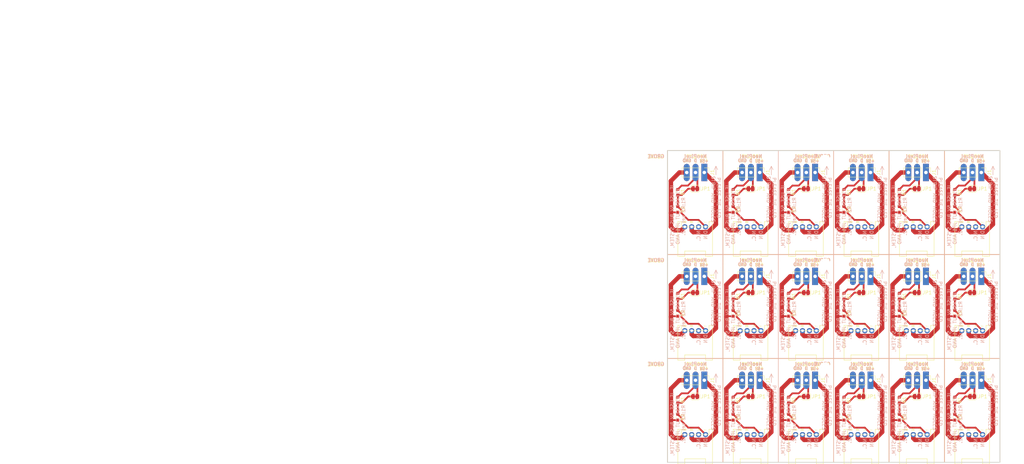
<source format=kicad_pcb>
(kicad_pcb (version 20171130) (host pcbnew 5.1.9-73d0e3b20d~88~ubuntu20.04.1)
  (title_block (date "26 jul 2013"))
  (layers (0 F.Cu signal) (31 B.Cu signal) (34 B.Paste user) (35 F.Paste user) (36 B.SilkS user) (37 F.SilkS user) (38 B.Mask user) (39 F.Mask user) (44 Edge.Cuts user))
  (net 0 "")
  (net 1 GND)
  (net 2 "Net-(J1-Pad2)")
  (net 3 VCC)
  (net 4 "Net-(JP1-Pad1)")
  (net 5 "Net-(U1-Pad2)")
  (module MountingHole:MountingHole_3.2mm_M3 (layer F.Cu) (at 249.5 58.75)
    (fp_text reference REF** hide)
    (fp_text value MountingHole_3.2mm_M3)
    (pad 1 np_thru_hole circle (at 0 0) (size 3.2 3.2) (drill 3.2) (layers *.Cu *.Mask))
  )
  (module MountingHole:MountingHole_3.2mm_M3 (layer F.Cu) (at 233.5 58.75)
    (fp_text reference REF** hide)
    (fp_text value MountingHole_3.2mm_M3)
    (pad 1 np_thru_hole circle (at 0 0) (size 3.2 3.2) (drill 3.2) (layers *.Cu *.Mask))
  )
  (module Jumper:SolderJumper-2_P1.3mm_Bridged_RoundedPad1.0x1.5mm (layer F.Cu) (at 292 67)
    (fp_text reference JP1 (at 3 0) (layer F.SilkS))
    (fp_text value Jumper_2_Bridged)
    (fp_poly (pts (xy 0.25 -0.3) (xy -0.25 -0.3) (xy -0.25 0.3) (xy 0.25 0.3)) (layer F.Cu) (width 0))
    (pad 1 smd custom (at -0.65 0) (size 1 0.5) (layers F.Cu F.Mask) (net 4 "Net-(JP1-Pad1)") (options (clearance outline) (anchor rect)) (primitives (gr_circle (center 0 0.25) (end 0.5 0.25) (width 0)) (gr_circle (center 0 -0.25) (end 0.5 -0.25) (width 0)) (gr_poly (pts (xy 0 -0.75) (xy 0.5 -0.75) (xy 0.5 0.75) (xy 0 0.75)) (width 0))))
    (pad 2 smd custom (at 0.65 0) (size 1 0.5) (layers F.Cu F.Mask) (net 2 "Net-(J1-Pad2)") (options (clearance outline) (anchor rect)) (primitives (gr_circle (center 0 0.25) (end 0.5 0.25) (width 0)) (gr_circle (center 0 -0.25) (end 0.5 -0.25) (width 0)) (gr_poly (pts (xy 0 -0.75) (xy -0.5 -0.75) (xy -0.5 0.75) (xy 0 0.75)) (width 0))))
  )
  (module Resistor_SMD:R_0603_1608Metric (layer F.Cu) (at 287 68 270)
    (fp_text reference R1 (at 0 -1.43 90) (layer F.SilkS))
    (fp_text value R)
    (pad 1 smd roundrect (at -0.825 0 270) (size 0.8 0.95) (layers F.Cu F.Paste F.Mask) (net 2 "Net-(J1-Pad2)"))
    (pad 2 smd roundrect (at 0.825 0 270) (size 0.8 0.95) (layers F.Cu F.Paste F.Mask) (net 4 "Net-(JP1-Pad1)"))
  )
  (module library:Seeedstudio_Grove_110990037_Horisontal_4pin_2mmpitch (layer F.Cu) (at 276 78)
    (fp_text reference U1 hide)
    (fp_text value SEEED_GROVE hide)
    (fp_text user B (at -3 -1 90) (layer F.SilkS) (effects (font (size 0.8 0.6)) (justify left)))
    (fp_text user R (at -1 -1 90) (layer F.SilkS) (effects (font (size 0.8 0.6)) (justify left)))
    (fp_text user W (at 1 -1 90) (layer F.SilkS) (effects (font (size 0.8 0.6) (thickness 0.075)) (justify left)))
    (fp_text user Y (at 3 -1 90) (layer F.SilkS) (effects (font (size 0.8 0.6) (thickness 0.075)) (justify left)))
    (pad 4 thru_hole circle (at -3 0) (size 1.5 1.5) (drill 0.762) (layers *.Cu *.Mask) (net 1 GND))
    (pad 3 thru_hole circle (at -1 0) (size 1.5 1.5) (drill 0.762) (layers *.Cu *.Mask) (net 3 VCC))
    (pad 2 thru_hole circle (at 1 0) (size 1.5 1.5) (drill 0.762) (layers *.Cu *.Mask) (net 5 "Net-(U1-Pad2)"))
    (pad 1 thru_hole circle (at 3 0) (size 1.5 1.5) (drill 0.762) (layers *.Cu *.Mask) (net 4 "Net-(JP1-Pad1)"))
  )
  (module library:Seeedstudio_Grove_110990037_Horisontal_4pin_2mmpitch (layer F.Cu) (at 260 78)
    (fp_text reference U1 hide)
    (fp_text value SEEED_GROVE hide)
    (fp_text user Y (at 3 -1 90) (layer F.SilkS) (effects (font (size 0.8 0.6) (thickness 0.075)) (justify left)))
    (fp_text user W (at 1 -1 90) (layer F.SilkS) (effects (font (size 0.8 0.6) (thickness 0.075)) (justify left)))
    (fp_text user R (at -1 -1 90) (layer F.SilkS) (effects (font (size 0.8 0.6)) (justify left)))
    (fp_text user B (at -3 -1 90) (layer F.SilkS) (effects (font (size 0.8 0.6)) (justify left)))
    (pad 1 thru_hole circle (at 3 0) (size 1.5 1.5) (drill 0.762) (layers *.Cu *.Mask) (net 4 "Net-(JP1-Pad1)"))
    (pad 2 thru_hole circle (at 1 0) (size 1.5 1.5) (drill 0.762) (layers *.Cu *.Mask) (net 5 "Net-(U1-Pad2)"))
    (pad 3 thru_hole circle (at -1 0) (size 1.5 1.5) (drill 0.762) (layers *.Cu *.Mask) (net 3 VCC))
    (pad 4 thru_hole circle (at -3 0) (size 1.5 1.5) (drill 0.762) (layers *.Cu *.Mask) (net 1 GND))
  )
  (module Connector_PinHeader_2.54mm:PinHeader_1x03_P2.54mm_Vertical (layer F.Cu) (at 246.64016 62.30868 270)
    (fp_text reference J1 (at 0 -2.33 90) (layer F.SilkS))
    (fp_text value NeoPixel)
    (pad 1 thru_hole rect (at 0 0 270) (size 5 1.7) (drill 1) (layers *.Cu *.Mask) (net 3 VCC))
    (pad 2 thru_hole oval (at 0 2.54 270) (size 5 1.7) (drill 1) (layers *.Cu *.Mask) (net 2 "Net-(J1-Pad2)"))
    (pad 3 thru_hole oval (at 0 5.08 270) (size 5 1.7) (drill 1) (layers *.Cu *.Mask) (net 1 GND))
  )
  (module Resistor_SMD:R_0603_1608Metric (layer F.Cu) (at 239 73 270)
    (fp_text reference R2 (at 0 -1.43 90) (layer F.SilkS))
    (fp_text value R)
    (pad 1 smd roundrect (at -0.825 0 270) (size 0.8 0.95) (layers F.Cu F.Paste F.Mask) (net 4 "Net-(JP1-Pad1)"))
    (pad 2 smd roundrect (at 0.825 0 270) (size 0.8 0.95) (layers F.Cu F.Paste F.Mask) (net 1 GND))
  )
  (module Connector_PinHeader_2.54mm:PinHeader_1x03_P2.54mm_Vertical (layer F.Cu) (at 262.64016 62.30868 270)
    (fp_text reference J1 (at 0 -2.33 90) (layer F.SilkS))
    (fp_text value NeoPixel)
    (pad 3 thru_hole oval (at 0 5.08 270) (size 5 1.7) (drill 1) (layers *.Cu *.Mask) (net 1 GND))
    (pad 2 thru_hole oval (at 0 2.54 270) (size 5 1.7) (drill 1) (layers *.Cu *.Mask) (net 2 "Net-(J1-Pad2)"))
    (pad 1 thru_hole rect (at 0 0 270) (size 5 1.7) (drill 1) (layers *.Cu *.Mask) (net 3 VCC))
  )
  (module Jumper:SolderJumper-2_P1.3mm_Bridged_RoundedPad1.0x1.5mm (layer F.Cu) (at 244 67)
    (fp_text reference JP1 (at 3 0) (layer F.SilkS))
    (fp_text value Jumper_2_Bridged)
    (fp_poly (pts (xy 0.25 -0.3) (xy -0.25 -0.3) (xy -0.25 0.3) (xy 0.25 0.3)) (layer F.Cu) (width 0))
    (pad 2 smd custom (at 0.65 0) (size 1 0.5) (layers F.Cu F.Mask) (net 2 "Net-(J1-Pad2)") (options (clearance outline) (anchor rect)) (primitives (gr_circle (center 0 0.25) (end 0.5 0.25) (width 0)) (gr_circle (center 0 -0.25) (end 0.5 -0.25) (width 0)) (gr_poly (pts (xy 0 -0.75) (xy -0.5 -0.75) (xy -0.5 0.75) (xy 0 0.75)) (width 0))))
    (pad 1 smd custom (at -0.65 0) (size 1 0.5) (layers F.Cu F.Mask) (net 4 "Net-(JP1-Pad1)") (options (clearance outline) (anchor rect)) (primitives (gr_circle (center 0 0.25) (end 0.5 0.25) (width 0)) (gr_circle (center 0 -0.25) (end 0.5 -0.25) (width 0)) (gr_poly (pts (xy 0 -0.75) (xy 0.5 -0.75) (xy 0.5 0.75) (xy 0 0.75)) (width 0))))
  )
  (module Resistor_SMD:R_0603_1608Metric (layer F.Cu) (at 239 68 270)
    (fp_text reference R1 (at 0 -1.43 90) (layer F.SilkS))
    (fp_text value R)
    (pad 2 smd roundrect (at 0.825 0 270) (size 0.8 0.95) (layers F.Cu F.Paste F.Mask) (net 4 "Net-(JP1-Pad1)"))
    (pad 1 smd roundrect (at -0.825 0 270) (size 0.8 0.95) (layers F.Cu F.Paste F.Mask) (net 2 "Net-(J1-Pad2)"))
  )
  (module Jumper:SolderJumper-2_P1.3mm_Bridged_RoundedPad1.0x1.5mm (layer F.Cu) (at 260 67)
    (fp_text reference JP1 (at 3 0) (layer F.SilkS))
    (fp_text value Jumper_2_Bridged)
    (fp_poly (pts (xy 0.25 -0.3) (xy -0.25 -0.3) (xy -0.25 0.3) (xy 0.25 0.3)) (layer F.Cu) (width 0))
    (pad 1 smd custom (at -0.65 0) (size 1 0.5) (layers F.Cu F.Mask) (net 4 "Net-(JP1-Pad1)") (options (clearance outline) (anchor rect)) (primitives (gr_circle (center 0 0.25) (end 0.5 0.25) (width 0)) (gr_circle (center 0 -0.25) (end 0.5 -0.25) (width 0)) (gr_poly (pts (xy 0 -0.75) (xy 0.5 -0.75) (xy 0.5 0.75) (xy 0 0.75)) (width 0))))
    (pad 2 smd custom (at 0.65 0) (size 1 0.5) (layers F.Cu F.Mask) (net 2 "Net-(J1-Pad2)") (options (clearance outline) (anchor rect)) (primitives (gr_circle (center 0 0.25) (end 0.5 0.25) (width 0)) (gr_circle (center 0 -0.25) (end 0.5 -0.25) (width 0)) (gr_poly (pts (xy 0 -0.75) (xy -0.5 -0.75) (xy -0.5 0.75) (xy 0 0.75)) (width 0))))
  )
  (module Resistor_SMD:R_0603_1608Metric (layer F.Cu) (at 287 73 270)
    (fp_text reference R2 (at 0 -1.43 90) (layer F.SilkS))
    (fp_text value R)
    (pad 2 smd roundrect (at 0.825 0 270) (size 0.8 0.95) (layers F.Cu F.Paste F.Mask) (net 1 GND))
    (pad 1 smd roundrect (at -0.825 0 270) (size 0.8 0.95) (layers F.Cu F.Paste F.Mask) (net 4 "Net-(JP1-Pad1)"))
  )
  (module library:Seeedstudio_Grove_110990037_Horisontal_4pin_2mmpitch (layer F.Cu) (at 228 78)
    (fp_text reference U1 hide)
    (fp_text value SEEED_GROVE hide)
    (fp_text user Y (at 3 -1 90) (layer F.SilkS) (effects (font (size 0.8 0.6) (thickness 0.075)) (justify left)))
    (fp_text user W (at 1 -1 90) (layer F.SilkS) (effects (font (size 0.8 0.6) (thickness 0.075)) (justify left)))
    (fp_text user R (at -1 -1 90) (layer F.SilkS) (effects (font (size 0.8 0.6)) (justify left)))
    (fp_text user B (at -3 -1 90) (layer F.SilkS) (effects (font (size 0.8 0.6)) (justify left)))
    (pad 1 thru_hole circle (at 3 0) (size 1.5 1.5) (drill 0.762) (layers *.Cu *.Mask) (net 4 "Net-(JP1-Pad1)"))
    (pad 2 thru_hole circle (at 1 0) (size 1.5 1.5) (drill 0.762) (layers *.Cu *.Mask) (net 5 "Net-(U1-Pad2)"))
    (pad 3 thru_hole circle (at -1 0) (size 1.5 1.5) (drill 0.762) (layers *.Cu *.Mask) (net 3 VCC))
    (pad 4 thru_hole circle (at -3 0) (size 1.5 1.5) (drill 0.762) (layers *.Cu *.Mask) (net 1 GND))
  )
  (module library:Seeedstudio_Grove_110990037_Horisontal_4pin_2mmpitch (layer F.Cu) (at 212 78)
    (fp_text reference U1 hide)
    (fp_text value SEEED_GROVE hide)
    (fp_text user B (at -3 -1 90) (layer F.SilkS) (effects (font (size 0.8 0.6)) (justify left)))
    (fp_text user R (at -1 -1 90) (layer F.SilkS) (effects (font (size 0.8 0.6)) (justify left)))
    (fp_text user W (at 1 -1 90) (layer F.SilkS) (effects (font (size 0.8 0.6) (thickness 0.075)) (justify left)))
    (fp_text user Y (at 3 -1 90) (layer F.SilkS) (effects (font (size 0.8 0.6) (thickness 0.075)) (justify left)))
    (pad 4 thru_hole circle (at -3 0) (size 1.5 1.5) (drill 0.762) (layers *.Cu *.Mask) (net 1 GND))
    (pad 3 thru_hole circle (at -1 0) (size 1.5 1.5) (drill 0.762) (layers *.Cu *.Mask) (net 3 VCC))
    (pad 2 thru_hole circle (at 1 0) (size 1.5 1.5) (drill 0.762) (layers *.Cu *.Mask) (net 5 "Net-(U1-Pad2)"))
    (pad 1 thru_hole circle (at 3 0) (size 1.5 1.5) (drill 0.762) (layers *.Cu *.Mask) (net 4 "Net-(JP1-Pad1)"))
  )
  (module MountingHole:MountingHole_3.2mm_M3 (layer F.Cu) (at 297.5 58.75)
    (fp_text reference REF** hide)
    (fp_text value MountingHole_3.2mm_M3)
    (pad 1 np_thru_hole circle (at 0 0) (size 3.2 3.2) (drill 3.2) (layers *.Cu *.Mask))
  )
  (module Jumper:SolderJumper-2_P1.3mm_Bridged_RoundedPad1.0x1.5mm (layer F.Cu) (at 276 67)
    (fp_text reference JP1 (at 3 0) (layer F.SilkS))
    (fp_text value Jumper_2_Bridged)
    (fp_poly (pts (xy 0.25 -0.3) (xy -0.25 -0.3) (xy -0.25 0.3) (xy 0.25 0.3)) (layer F.Cu) (width 0))
    (pad 2 smd custom (at 0.65 0) (size 1 0.5) (layers F.Cu F.Mask) (net 2 "Net-(J1-Pad2)") (options (clearance outline) (anchor rect)) (primitives (gr_circle (center 0 0.25) (end 0.5 0.25) (width 0)) (gr_circle (center 0 -0.25) (end 0.5 -0.25) (width 0)) (gr_poly (pts (xy 0 -0.75) (xy -0.5 -0.75) (xy -0.5 0.75) (xy 0 0.75)) (width 0))))
    (pad 1 smd custom (at -0.65 0) (size 1 0.5) (layers F.Cu F.Mask) (net 4 "Net-(JP1-Pad1)") (options (clearance outline) (anchor rect)) (primitives (gr_circle (center 0 0.25) (end 0.5 0.25) (width 0)) (gr_circle (center 0 -0.25) (end 0.5 -0.25) (width 0)) (gr_poly (pts (xy 0 -0.75) (xy 0.5 -0.75) (xy 0.5 0.75) (xy 0 0.75)) (width 0))))
  )
  (module MountingHole:MountingHole_3.2mm_M3 (layer F.Cu) (at 222.5 58.75)
    (fp_text reference REF** hide)
    (fp_text value MountingHole_3.2mm_M3)
    (pad 1 np_thru_hole circle (at 0 0) (size 3.2 3.2) (drill 3.2) (layers *.Cu *.Mask))
  )
  (module Resistor_SMD:R_0603_1608Metric (layer F.Cu) (at 207 68 270)
    (fp_text reference R1 (at 0 -1.43 90) (layer F.SilkS))
    (fp_text value R)
    (pad 2 smd roundrect (at 0.825 0 270) (size 0.8 0.95) (layers F.Cu F.Paste F.Mask) (net 4 "Net-(JP1-Pad1)"))
    (pad 1 smd roundrect (at -0.825 0 270) (size 0.8 0.95) (layers F.Cu F.Paste F.Mask) (net 2 "Net-(J1-Pad2)"))
  )
  (module MountingHole:MountingHole_3.2mm_M3 (layer F.Cu) (at 281.5 58.75)
    (fp_text reference REF** hide)
    (fp_text value MountingHole_3.2mm_M3)
    (pad 1 np_thru_hole circle (at 0 0) (size 3.2 3.2) (drill 3.2) (layers *.Cu *.Mask))
  )
  (module Connector_PinHeader_2.54mm:PinHeader_1x03_P2.54mm_Vertical (layer F.Cu) (at 230.64016 62.30868 270)
    (fp_text reference J1 (at 0 -2.33 90) (layer F.SilkS))
    (fp_text value NeoPixel)
    (pad 3 thru_hole oval (at 0 5.08 270) (size 5 1.7) (drill 1) (layers *.Cu *.Mask) (net 1 GND))
    (pad 2 thru_hole oval (at 0 2.54 270) (size 5 1.7) (drill 1) (layers *.Cu *.Mask) (net 2 "Net-(J1-Pad2)"))
    (pad 1 thru_hole rect (at 0 0 270) (size 5 1.7) (drill 1) (layers *.Cu *.Mask) (net 3 VCC))
  )
  (module MountingHole:MountingHole_3.2mm_M3 (layer F.Cu) (at 212 72)
    (fp_text reference REF** hide)
    (fp_text value MountingHole_3.2mm_M3)
    (pad 1 np_thru_hole circle (at 0 0) (size 3.2 3.2) (drill 3.2) (layers *.Cu *.Mask))
  )
  (module MountingHole:MountingHole_3.2mm_M3 (layer F.Cu) (at 206.5 58.75)
    (fp_text reference REF** hide)
    (fp_text value MountingHole_3.2mm_M3)
    (pad 1 np_thru_hole circle (at 0 0) (size 3.2 3.2) (drill 3.2) (layers *.Cu *.Mask))
  )
  (module MountingHole:MountingHole_3.2mm_M3 (layer F.Cu) (at 265.5 58.75)
    (fp_text reference REF** hide)
    (fp_text value MountingHole_3.2mm_M3)
    (pad 1 np_thru_hole circle (at 0 0) (size 3.2 3.2) (drill 3.2) (layers *.Cu *.Mask))
  )
  (module MountingHole:MountingHole_3.2mm_M3 (layer F.Cu) (at 276 72)
    (fp_text reference REF** hide)
    (fp_text value MountingHole_3.2mm_M3)
    (pad 1 np_thru_hole circle (at 0 0) (size 3.2 3.2) (drill 3.2) (layers *.Cu *.Mask))
  )
  (module Jumper:SolderJumper-2_P1.3mm_Bridged_RoundedPad1.0x1.5mm (layer F.Cu) (at 212 67)
    (fp_text reference JP1 (at 3 0) (layer F.SilkS))
    (fp_text value Jumper_2_Bridged)
    (fp_poly (pts (xy 0.25 -0.3) (xy -0.25 -0.3) (xy -0.25 0.3) (xy 0.25 0.3)) (layer F.Cu) (width 0))
    (pad 2 smd custom (at 0.65 0) (size 1 0.5) (layers F.Cu F.Mask) (net 2 "Net-(J1-Pad2)") (options (clearance outline) (anchor rect)) (primitives (gr_circle (center 0 0.25) (end 0.5 0.25) (width 0)) (gr_circle (center 0 -0.25) (end 0.5 -0.25) (width 0)) (gr_poly (pts (xy 0 -0.75) (xy -0.5 -0.75) (xy -0.5 0.75) (xy 0 0.75)) (width 0))))
    (pad 1 smd custom (at -0.65 0) (size 1 0.5) (layers F.Cu F.Mask) (net 4 "Net-(JP1-Pad1)") (options (clearance outline) (anchor rect)) (primitives (gr_circle (center 0 0.25) (end 0.5 0.25) (width 0)) (gr_circle (center 0 -0.25) (end 0.5 -0.25) (width 0)) (gr_poly (pts (xy 0 -0.75) (xy 0.5 -0.75) (xy 0.5 0.75) (xy 0 0.75)) (width 0))))
  )
  (module Connector_PinHeader_2.54mm:PinHeader_1x03_P2.54mm_Vertical (layer F.Cu) (at 214.64016 62.30868 270)
    (fp_text reference J1 (at 0 -2.33 90) (layer F.SilkS))
    (fp_text value NeoPixel)
    (pad 1 thru_hole rect (at 0 0 270) (size 5 1.7) (drill 1) (layers *.Cu *.Mask) (net 3 VCC))
    (pad 2 thru_hole oval (at 0 2.54 270) (size 5 1.7) (drill 1) (layers *.Cu *.Mask) (net 2 "Net-(J1-Pad2)"))
    (pad 3 thru_hole oval (at 0 5.08 270) (size 5 1.7) (drill 1) (layers *.Cu *.Mask) (net 1 GND))
  )
  (module MountingHole:MountingHole_3.2mm_M3 (layer F.Cu) (at 244 72)
    (fp_text reference REF** hide)
    (fp_text value MountingHole_3.2mm_M3)
    (pad 1 np_thru_hole circle (at 0 0) (size 3.2 3.2) (drill 3.2) (layers *.Cu *.Mask))
  )
  (module Jumper:SolderJumper-2_P1.3mm_Bridged_RoundedPad1.0x1.5mm (layer F.Cu) (at 228 67)
    (fp_text reference JP1 (at 3 0) (layer F.SilkS))
    (fp_text value Jumper_2_Bridged)
    (fp_poly (pts (xy 0.25 -0.3) (xy -0.25 -0.3) (xy -0.25 0.3) (xy 0.25 0.3)) (layer F.Cu) (width 0))
    (pad 1 smd custom (at -0.65 0) (size 1 0.5) (layers F.Cu F.Mask) (net 4 "Net-(JP1-Pad1)") (options (clearance outline) (anchor rect)) (primitives (gr_circle (center 0 0.25) (end 0.5 0.25) (width 0)) (gr_circle (center 0 -0.25) (end 0.5 -0.25) (width 0)) (gr_poly (pts (xy 0 -0.75) (xy 0.5 -0.75) (xy 0.5 0.75) (xy 0 0.75)) (width 0))))
    (pad 2 smd custom (at 0.65 0) (size 1 0.5) (layers F.Cu F.Mask) (net 2 "Net-(J1-Pad2)") (options (clearance outline) (anchor rect)) (primitives (gr_circle (center 0 0.25) (end 0.5 0.25) (width 0)) (gr_circle (center 0 -0.25) (end 0.5 -0.25) (width 0)) (gr_poly (pts (xy 0 -0.75) (xy -0.5 -0.75) (xy -0.5 0.75) (xy 0 0.75)) (width 0))))
  )
  (module Resistor_SMD:R_0603_1608Metric (layer F.Cu) (at 223 73 270)
    (fp_text reference R2 (at 0 -1.43 90) (layer F.SilkS))
    (fp_text value R)
    (pad 2 smd roundrect (at 0.825 0 270) (size 0.8 0.95) (layers F.Cu F.Paste F.Mask) (net 1 GND))
    (pad 1 smd roundrect (at -0.825 0 270) (size 0.8 0.95) (layers F.Cu F.Paste F.Mask) (net 4 "Net-(JP1-Pad1)"))
  )
  (module MountingHole:MountingHole_3.2mm_M3 (layer F.Cu) (at 217.5 58.75)
    (fp_text reference REF** hide)
    (fp_text value MountingHole_3.2mm_M3)
    (pad 1 np_thru_hole circle (at 0 0) (size 3.2 3.2) (drill 3.2) (layers *.Cu *.Mask))
  )
  (module MountingHole:MountingHole_3.2mm_M3 (layer F.Cu) (at 228 72)
    (fp_text reference REF** hide)
    (fp_text value MountingHole_3.2mm_M3)
    (pad 1 np_thru_hole circle (at 0 0) (size 3.2 3.2) (drill 3.2) (layers *.Cu *.Mask))
  )
  (module Resistor_SMD:R_0603_1608Metric (layer F.Cu) (at 271 73 270)
    (fp_text reference R2 (at 0 -1.43 90) (layer F.SilkS))
    (fp_text value R)
    (pad 1 smd roundrect (at -0.825 0 270) (size 0.8 0.95) (layers F.Cu F.Paste F.Mask) (net 4 "Net-(JP1-Pad1)"))
    (pad 2 smd roundrect (at 0.825 0 270) (size 0.8 0.95) (layers F.Cu F.Paste F.Mask) (net 1 GND))
  )
  (module Resistor_SMD:R_0603_1608Metric (layer F.Cu) (at 207 73 270)
    (fp_text reference R2 (at 0 -1.43 90) (layer F.SilkS))
    (fp_text value R)
    (pad 1 smd roundrect (at -0.825 0 270) (size 0.8 0.95) (layers F.Cu F.Paste F.Mask) (net 4 "Net-(JP1-Pad1)"))
    (pad 2 smd roundrect (at 0.825 0 270) (size 0.8 0.95) (layers F.Cu F.Paste F.Mask) (net 1 GND))
  )
  (module MountingHole:MountingHole_3.2mm_M3 (layer F.Cu) (at 292 72)
    (fp_text reference REF** hide)
    (fp_text value MountingHole_3.2mm_M3)
    (pad 1 np_thru_hole circle (at 0 0) (size 3.2 3.2) (drill 3.2) (layers *.Cu *.Mask))
  )
  (module Resistor_SMD:R_0603_1608Metric (layer F.Cu) (at 223 68 270)
    (fp_text reference R1 (at 0 -1.43 90) (layer F.SilkS))
    (fp_text value R)
    (pad 1 smd roundrect (at -0.825 0 270) (size 0.8 0.95) (layers F.Cu F.Paste F.Mask) (net 2 "Net-(J1-Pad2)"))
    (pad 2 smd roundrect (at 0.825 0 270) (size 0.8 0.95) (layers F.Cu F.Paste F.Mask) (net 4 "Net-(JP1-Pad1)"))
  )
  (module MountingHole:MountingHole_3.2mm_M3 (layer F.Cu) (at 270.5 58.75)
    (fp_text reference REF** hide)
    (fp_text value MountingHole_3.2mm_M3)
    (pad 1 np_thru_hole circle (at 0 0) (size 3.2 3.2) (drill 3.2) (layers *.Cu *.Mask))
  )
  (module Resistor_SMD:R_0603_1608Metric (layer F.Cu) (at 255 68 270)
    (fp_text reference R1 (at 0 -1.43 90) (layer F.SilkS))
    (fp_text value R)
    (pad 1 smd roundrect (at -0.825 0 270) (size 0.8 0.95) (layers F.Cu F.Paste F.Mask) (net 2 "Net-(J1-Pad2)"))
    (pad 2 smd roundrect (at 0.825 0 270) (size 0.8 0.95) (layers F.Cu F.Paste F.Mask) (net 4 "Net-(JP1-Pad1)"))
  )
  (module Connector_PinHeader_2.54mm:PinHeader_1x03_P2.54mm_Vertical (layer F.Cu) (at 278.64016 62.30868 270)
    (fp_text reference J1 (at 0 -2.33 90) (layer F.SilkS))
    (fp_text value NeoPixel)
    (pad 1 thru_hole rect (at 0 0 270) (size 5 1.7) (drill 1) (layers *.Cu *.Mask) (net 3 VCC))
    (pad 2 thru_hole oval (at 0 2.54 270) (size 5 1.7) (drill 1) (layers *.Cu *.Mask) (net 2 "Net-(J1-Pad2)"))
    (pad 3 thru_hole oval (at 0 5.08 270) (size 5 1.7) (drill 1) (layers *.Cu *.Mask) (net 1 GND))
  )
  (module MountingHole:MountingHole_3.2mm_M3 (layer F.Cu) (at 260 72)
    (fp_text reference REF** hide)
    (fp_text value MountingHole_3.2mm_M3)
    (pad 1 np_thru_hole circle (at 0 0) (size 3.2 3.2) (drill 3.2) (layers *.Cu *.Mask))
  )
  (module MountingHole:MountingHole_3.2mm_M3 (layer F.Cu) (at 254.5 58.75)
    (fp_text reference REF** hide)
    (fp_text value MountingHole_3.2mm_M3)
    (pad 1 np_thru_hole circle (at 0 0) (size 3.2 3.2) (drill 3.2) (layers *.Cu *.Mask))
  )
  (module library:Seeedstudio_Grove_110990037_Horisontal_4pin_2mmpitch (layer F.Cu) (at 244 78)
    (fp_text reference U1 hide)
    (fp_text value SEEED_GROVE hide)
    (fp_text user B (at -3 -1 90) (layer F.SilkS) (effects (font (size 0.8 0.6)) (justify left)))
    (fp_text user R (at -1 -1 90) (layer F.SilkS) (effects (font (size 0.8 0.6)) (justify left)))
    (fp_text user W (at 1 -1 90) (layer F.SilkS) (effects (font (size 0.8 0.6) (thickness 0.075)) (justify left)))
    (fp_text user Y (at 3 -1 90) (layer F.SilkS) (effects (font (size 0.8 0.6) (thickness 0.075)) (justify left)))
    (pad 4 thru_hole circle (at -3 0) (size 1.5 1.5) (drill 0.762) (layers *.Cu *.Mask) (net 1 GND))
    (pad 3 thru_hole circle (at -1 0) (size 1.5 1.5) (drill 0.762) (layers *.Cu *.Mask) (net 3 VCC))
    (pad 2 thru_hole circle (at 1 0) (size 1.5 1.5) (drill 0.762) (layers *.Cu *.Mask) (net 5 "Net-(U1-Pad2)"))
    (pad 1 thru_hole circle (at 3 0) (size 1.5 1.5) (drill 0.762) (layers *.Cu *.Mask) (net 4 "Net-(JP1-Pad1)"))
  )
  (module MountingHole:MountingHole_3.2mm_M3 (layer F.Cu) (at 238.5 58.75)
    (fp_text reference REF** hide)
    (fp_text value MountingHole_3.2mm_M3)
    (pad 1 np_thru_hole circle (at 0 0) (size 3.2 3.2) (drill 3.2) (layers *.Cu *.Mask))
  )
  (module Resistor_SMD:R_0603_1608Metric (layer F.Cu) (at 255 73 270)
    (fp_text reference R2 (at 0 -1.43 90) (layer F.SilkS))
    (fp_text value R)
    (pad 2 smd roundrect (at 0.825 0 270) (size 0.8 0.95) (layers F.Cu F.Paste F.Mask) (net 1 GND))
    (pad 1 smd roundrect (at -0.825 0 270) (size 0.8 0.95) (layers F.Cu F.Paste F.Mask) (net 4 "Net-(JP1-Pad1)"))
  )
  (module Resistor_SMD:R_0603_1608Metric (layer F.Cu) (at 271 68 270)
    (fp_text reference R1 (at 0 -1.43 90) (layer F.SilkS))
    (fp_text value R)
    (pad 2 smd roundrect (at 0.825 0 270) (size 0.8 0.95) (layers F.Cu F.Paste F.Mask) (net 4 "Net-(JP1-Pad1)"))
    (pad 1 smd roundrect (at -0.825 0 270) (size 0.8 0.95) (layers F.Cu F.Paste F.Mask) (net 2 "Net-(J1-Pad2)"))
  )
  (module library:Seeedstudio_Grove_110990037_Horisontal_4pin_2mmpitch (layer F.Cu) (at 292 78)
    (fp_text reference U1 hide)
    (fp_text value SEEED_GROVE hide)
    (fp_text user Y (at 3 -1 90) (layer F.SilkS) (effects (font (size 0.8 0.6) (thickness 0.075)) (justify left)))
    (fp_text user W (at 1 -1 90) (layer F.SilkS) (effects (font (size 0.8 0.6) (thickness 0.075)) (justify left)))
    (fp_text user R (at -1 -1 90) (layer F.SilkS) (effects (font (size 0.8 0.6)) (justify left)))
    (fp_text user B (at -3 -1 90) (layer F.SilkS) (effects (font (size 0.8 0.6)) (justify left)))
    (pad 1 thru_hole circle (at 3 0) (size 1.5 1.5) (drill 0.762) (layers *.Cu *.Mask) (net 4 "Net-(JP1-Pad1)"))
    (pad 2 thru_hole circle (at 1 0) (size 1.5 1.5) (drill 0.762) (layers *.Cu *.Mask) (net 5 "Net-(U1-Pad2)"))
    (pad 3 thru_hole circle (at -1 0) (size 1.5 1.5) (drill 0.762) (layers *.Cu *.Mask) (net 3 VCC))
    (pad 4 thru_hole circle (at -3 0) (size 1.5 1.5) (drill 0.762) (layers *.Cu *.Mask) (net 1 GND))
  )
  (module MountingHole:MountingHole_3.2mm_M3 (layer F.Cu) (at 286.5 58.75)
    (fp_text reference REF** hide)
    (fp_text value MountingHole_3.2mm_M3)
    (pad 1 np_thru_hole circle (at 0 0) (size 3.2 3.2) (drill 3.2) (layers *.Cu *.Mask))
  )
  (module Connector_PinHeader_2.54mm:PinHeader_1x03_P2.54mm_Vertical (layer F.Cu) (at 294.64016 62.30868 270)
    (fp_text reference J1 (at 0 -2.33 90) (layer F.SilkS))
    (fp_text value NeoPixel)
    (pad 3 thru_hole oval (at 0 5.08 270) (size 5 1.7) (drill 1) (layers *.Cu *.Mask) (net 1 GND))
    (pad 2 thru_hole oval (at 0 2.54 270) (size 5 1.7) (drill 1) (layers *.Cu *.Mask) (net 2 "Net-(J1-Pad2)"))
    (pad 1 thru_hole rect (at 0 0 270) (size 5 1.7) (drill 1) (layers *.Cu *.Mask) (net 3 VCC))
  )
  (module MountingHole:MountingHole_3.2mm_M3 (layer F.Cu) (at 217.5 118.75)
    (fp_text reference REF** hide)
    (fp_text value MountingHole_3.2mm_M3)
    (pad 1 np_thru_hole circle (at 0 0) (size 3.2 3.2) (drill 3.2) (layers *.Cu *.Mask))
  )
  (module MountingHole:MountingHole_3.2mm_M3 (layer F.Cu) (at 228 132)
    (fp_text reference REF** hide)
    (fp_text value MountingHole_3.2mm_M3)
    (pad 1 np_thru_hole circle (at 0 0) (size 3.2 3.2) (drill 3.2) (layers *.Cu *.Mask))
  )
  (module Resistor_SMD:R_0603_1608Metric (layer F.Cu) (at 271 133 270)
    (fp_text reference R2 (at 0 -1.43 90) (layer F.SilkS))
    (fp_text value R)
    (pad 2 smd roundrect (at 0.825 0 270) (size 0.8 0.95) (layers F.Cu F.Paste F.Mask) (net 1 GND))
    (pad 1 smd roundrect (at -0.825 0 270) (size 0.8 0.95) (layers F.Cu F.Paste F.Mask) (net 4 "Net-(JP1-Pad1)"))
  )
  (module Resistor_SMD:R_0603_1608Metric (layer F.Cu) (at 207 133 270)
    (fp_text reference R2 (at 0 -1.43 90) (layer F.SilkS))
    (fp_text value R)
    (pad 2 smd roundrect (at 0.825 0 270) (size 0.8 0.95) (layers F.Cu F.Paste F.Mask) (net 1 GND))
    (pad 1 smd roundrect (at -0.825 0 270) (size 0.8 0.95) (layers F.Cu F.Paste F.Mask) (net 4 "Net-(JP1-Pad1)"))
  )
  (module MountingHole:MountingHole_3.2mm_M3 (layer F.Cu) (at 292 132)
    (fp_text reference REF** hide)
    (fp_text value MountingHole_3.2mm_M3)
    (pad 1 np_thru_hole circle (at 0 0) (size 3.2 3.2) (drill 3.2) (layers *.Cu *.Mask))
  )
  (module Resistor_SMD:R_0603_1608Metric (layer F.Cu) (at 223 128 270)
    (fp_text reference R1 (at 0 -1.43 90) (layer F.SilkS))
    (fp_text value R)
    (pad 2 smd roundrect (at 0.825 0 270) (size 0.8 0.95) (layers F.Cu F.Paste F.Mask) (net 4 "Net-(JP1-Pad1)"))
    (pad 1 smd roundrect (at -0.825 0 270) (size 0.8 0.95) (layers F.Cu F.Paste F.Mask) (net 2 "Net-(J1-Pad2)"))
  )
  (module MountingHole:MountingHole_3.2mm_M3 (layer F.Cu) (at 270.5 118.75)
    (fp_text reference REF** hide)
    (fp_text value MountingHole_3.2mm_M3)
    (pad 1 np_thru_hole circle (at 0 0) (size 3.2 3.2) (drill 3.2) (layers *.Cu *.Mask))
  )
  (module Resistor_SMD:R_0603_1608Metric (layer F.Cu) (at 255 128 270)
    (fp_text reference R1 (at 0 -1.43 90) (layer F.SilkS))
    (fp_text value R)
    (pad 2 smd roundrect (at 0.825 0 270) (size 0.8 0.95) (layers F.Cu F.Paste F.Mask) (net 4 "Net-(JP1-Pad1)"))
    (pad 1 smd roundrect (at -0.825 0 270) (size 0.8 0.95) (layers F.Cu F.Paste F.Mask) (net 2 "Net-(J1-Pad2)"))
  )
  (module Connector_PinHeader_2.54mm:PinHeader_1x03_P2.54mm_Vertical (layer F.Cu) (at 278.64016 122.30868 270)
    (fp_text reference J1 (at 0 -2.33 90) (layer F.SilkS))
    (fp_text value NeoPixel)
    (pad 3 thru_hole oval (at 0 5.08 270) (size 5 1.7) (drill 1) (layers *.Cu *.Mask) (net 1 GND))
    (pad 2 thru_hole oval (at 0 2.54 270) (size 5 1.7) (drill 1) (layers *.Cu *.Mask) (net 2 "Net-(J1-Pad2)"))
    (pad 1 thru_hole rect (at 0 0 270) (size 5 1.7) (drill 1) (layers *.Cu *.Mask) (net 3 VCC))
  )
  (module MountingHole:MountingHole_3.2mm_M3 (layer F.Cu) (at 260 132)
    (fp_text reference REF** hide)
    (fp_text value MountingHole_3.2mm_M3)
    (pad 1 np_thru_hole circle (at 0 0) (size 3.2 3.2) (drill 3.2) (layers *.Cu *.Mask))
  )
  (module MountingHole:MountingHole_3.2mm_M3 (layer F.Cu) (at 254.5 118.75)
    (fp_text reference REF** hide)
    (fp_text value MountingHole_3.2mm_M3)
    (pad 1 np_thru_hole circle (at 0 0) (size 3.2 3.2) (drill 3.2) (layers *.Cu *.Mask))
  )
  (module library:Seeedstudio_Grove_110990037_Horisontal_4pin_2mmpitch (layer F.Cu) (at 244 138)
    (fp_text reference U1 hide)
    (fp_text value SEEED_GROVE hide)
    (fp_text user Y (at 3 -1 90) (layer F.SilkS) (effects (font (size 0.8 0.6) (thickness 0.075)) (justify left)))
    (fp_text user W (at 1 -1 90) (layer F.SilkS) (effects (font (size 0.8 0.6) (thickness 0.075)) (justify left)))
    (fp_text user R (at -1 -1 90) (layer F.SilkS) (effects (font (size 0.8 0.6)) (justify left)))
    (fp_text user B (at -3 -1 90) (layer F.SilkS) (effects (font (size 0.8 0.6)) (justify left)))
    (pad 1 thru_hole circle (at 3 0) (size 1.5 1.5) (drill 0.762) (layers *.Cu *.Mask) (net 4 "Net-(JP1-Pad1)"))
    (pad 2 thru_hole circle (at 1 0) (size 1.5 1.5) (drill 0.762) (layers *.Cu *.Mask) (net 5 "Net-(U1-Pad2)"))
    (pad 3 thru_hole circle (at -1 0) (size 1.5 1.5) (drill 0.762) (layers *.Cu *.Mask) (net 3 VCC))
    (pad 4 thru_hole circle (at -3 0) (size 1.5 1.5) (drill 0.762) (layers *.Cu *.Mask) (net 1 GND))
  )
  (module MountingHole:MountingHole_3.2mm_M3 (layer F.Cu) (at 238.5 118.75)
    (fp_text reference REF** hide)
    (fp_text value MountingHole_3.2mm_M3)
    (pad 1 np_thru_hole circle (at 0 0) (size 3.2 3.2) (drill 3.2) (layers *.Cu *.Mask))
  )
  (module MountingHole:MountingHole_3.2mm_M3 (layer F.Cu) (at 265.5 118.75)
    (fp_text reference REF** hide)
    (fp_text value MountingHole_3.2mm_M3)
    (pad 1 np_thru_hole circle (at 0 0) (size 3.2 3.2) (drill 3.2) (layers *.Cu *.Mask))
  )
  (module MountingHole:MountingHole_3.2mm_M3 (layer F.Cu) (at 276 132)
    (fp_text reference REF** hide)
    (fp_text value MountingHole_3.2mm_M3)
    (pad 1 np_thru_hole circle (at 0 0) (size 3.2 3.2) (drill 3.2) (layers *.Cu *.Mask))
  )
  (module Resistor_SMD:R_0603_1608Metric (layer F.Cu) (at 255 133 270)
    (fp_text reference R2 (at 0 -1.43 90) (layer F.SilkS))
    (fp_text value R)
    (pad 1 smd roundrect (at -0.825 0 270) (size 0.8 0.95) (layers F.Cu F.Paste F.Mask) (net 4 "Net-(JP1-Pad1)"))
    (pad 2 smd roundrect (at 0.825 0 270) (size 0.8 0.95) (layers F.Cu F.Paste F.Mask) (net 1 GND))
  )
  (module Resistor_SMD:R_0603_1608Metric (layer F.Cu) (at 271 128 270)
    (fp_text reference R1 (at 0 -1.43 90) (layer F.SilkS))
    (fp_text value R)
    (pad 1 smd roundrect (at -0.825 0 270) (size 0.8 0.95) (layers F.Cu F.Paste F.Mask) (net 2 "Net-(J1-Pad2)"))
    (pad 2 smd roundrect (at 0.825 0 270) (size 0.8 0.95) (layers F.Cu F.Paste F.Mask) (net 4 "Net-(JP1-Pad1)"))
  )
  (module library:Seeedstudio_Grove_110990037_Horisontal_4pin_2mmpitch (layer F.Cu) (at 292 138)
    (fp_text reference U1 hide)
    (fp_text value SEEED_GROVE hide)
    (fp_text user B (at -3 -1 90) (layer F.SilkS) (effects (font (size 0.8 0.6)) (justify left)))
    (fp_text user R (at -1 -1 90) (layer F.SilkS) (effects (font (size 0.8 0.6)) (justify left)))
    (fp_text user W (at 1 -1 90) (layer F.SilkS) (effects (font (size 0.8 0.6) (thickness 0.075)) (justify left)))
    (fp_text user Y (at 3 -1 90) (layer F.SilkS) (effects (font (size 0.8 0.6) (thickness 0.075)) (justify left)))
    (pad 4 thru_hole circle (at -3 0) (size 1.5 1.5) (drill 0.762) (layers *.Cu *.Mask) (net 1 GND))
    (pad 3 thru_hole circle (at -1 0) (size 1.5 1.5) (drill 0.762) (layers *.Cu *.Mask) (net 3 VCC))
    (pad 2 thru_hole circle (at 1 0) (size 1.5 1.5) (drill 0.762) (layers *.Cu *.Mask) (net 5 "Net-(U1-Pad2)"))
    (pad 1 thru_hole circle (at 3 0) (size 1.5 1.5) (drill 0.762) (layers *.Cu *.Mask) (net 4 "Net-(JP1-Pad1)"))
  )
  (module MountingHole:MountingHole_3.2mm_M3 (layer F.Cu) (at 286.5 118.75)
    (fp_text reference REF** hide)
    (fp_text value MountingHole_3.2mm_M3)
    (pad 1 np_thru_hole circle (at 0 0) (size 3.2 3.2) (drill 3.2) (layers *.Cu *.Mask))
  )
  (module Connector_PinHeader_2.54mm:PinHeader_1x03_P2.54mm_Vertical (layer F.Cu) (at 294.64016 122.30868 270)
    (fp_text reference J1 (at 0 -2.33 90) (layer F.SilkS))
    (fp_text value NeoPixel)
    (pad 1 thru_hole rect (at 0 0 270) (size 5 1.7) (drill 1) (layers *.Cu *.Mask) (net 3 VCC))
    (pad 2 thru_hole oval (at 0 2.54 270) (size 5 1.7) (drill 1) (layers *.Cu *.Mask) (net 2 "Net-(J1-Pad2)"))
    (pad 3 thru_hole oval (at 0 5.08 270) (size 5 1.7) (drill 1) (layers *.Cu *.Mask) (net 1 GND))
  )
  (module Jumper:SolderJumper-2_P1.3mm_Bridged_RoundedPad1.0x1.5mm (layer F.Cu) (at 292 127)
    (fp_text reference JP1 (at 3 0) (layer F.SilkS))
    (fp_text value Jumper_2_Bridged)
    (fp_poly (pts (xy 0.25 -0.3) (xy -0.25 -0.3) (xy -0.25 0.3) (xy 0.25 0.3)) (layer F.Cu) (width 0))
    (pad 2 smd custom (at 0.65 0) (size 1 0.5) (layers F.Cu F.Mask) (net 2 "Net-(J1-Pad2)") (options (clearance outline) (anchor rect)) (primitives (gr_circle (center 0 0.25) (end 0.5 0.25) (width 0)) (gr_circle (center 0 -0.25) (end 0.5 -0.25) (width 0)) (gr_poly (pts (xy 0 -0.75) (xy -0.5 -0.75) (xy -0.5 0.75) (xy 0 0.75)) (width 0))))
    (pad 1 smd custom (at -0.65 0) (size 1 0.5) (layers F.Cu F.Mask) (net 4 "Net-(JP1-Pad1)") (options (clearance outline) (anchor rect)) (primitives (gr_circle (center 0 0.25) (end 0.5 0.25) (width 0)) (gr_circle (center 0 -0.25) (end 0.5 -0.25) (width 0)) (gr_poly (pts (xy 0 -0.75) (xy 0.5 -0.75) (xy 0.5 0.75) (xy 0 0.75)) (width 0))))
  )
  (module Resistor_SMD:R_0603_1608Metric (layer F.Cu) (at 287 128 270)
    (fp_text reference R1 (at 0 -1.43 90) (layer F.SilkS))
    (fp_text value R)
    (pad 2 smd roundrect (at 0.825 0 270) (size 0.8 0.95) (layers F.Cu F.Paste F.Mask) (net 4 "Net-(JP1-Pad1)"))
    (pad 1 smd roundrect (at -0.825 0 270) (size 0.8 0.95) (layers F.Cu F.Paste F.Mask) (net 2 "Net-(J1-Pad2)"))
  )
  (module library:Seeedstudio_Grove_110990037_Horisontal_4pin_2mmpitch (layer F.Cu) (at 276 138)
    (fp_text reference U1 hide)
    (fp_text value SEEED_GROVE hide)
    (fp_text user Y (at 3 -1 90) (layer F.SilkS) (effects (font (size 0.8 0.6) (thickness 0.075)) (justify left)))
    (fp_text user W (at 1 -1 90) (layer F.SilkS) (effects (font (size 0.8 0.6) (thickness 0.075)) (justify left)))
    (fp_text user R (at -1 -1 90) (layer F.SilkS) (effects (font (size 0.8 0.6)) (justify left)))
    (fp_text user B (at -3 -1 90) (layer F.SilkS) (effects (font (size 0.8 0.6)) (justify left)))
    (pad 1 thru_hole circle (at 3 0) (size 1.5 1.5) (drill 0.762) (layers *.Cu *.Mask) (net 4 "Net-(JP1-Pad1)"))
    (pad 2 thru_hole circle (at 1 0) (size 1.5 1.5) (drill 0.762) (layers *.Cu *.Mask) (net 5 "Net-(U1-Pad2)"))
    (pad 3 thru_hole circle (at -1 0) (size 1.5 1.5) (drill 0.762) (layers *.Cu *.Mask) (net 3 VCC))
    (pad 4 thru_hole circle (at -3 0) (size 1.5 1.5) (drill 0.762) (layers *.Cu *.Mask) (net 1 GND))
  )
  (module library:Seeedstudio_Grove_110990037_Horisontal_4pin_2mmpitch (layer F.Cu) (at 260 138)
    (fp_text reference U1 hide)
    (fp_text value SEEED_GROVE hide)
    (fp_text user B (at -3 -1 90) (layer F.SilkS) (effects (font (size 0.8 0.6)) (justify left)))
    (fp_text user R (at -1 -1 90) (layer F.SilkS) (effects (font (size 0.8 0.6)) (justify left)))
    (fp_text user W (at 1 -1 90) (layer F.SilkS) (effects (font (size 0.8 0.6) (thickness 0.075)) (justify left)))
    (fp_text user Y (at 3 -1 90) (layer F.SilkS) (effects (font (size 0.8 0.6) (thickness 0.075)) (justify left)))
    (pad 4 thru_hole circle (at -3 0) (size 1.5 1.5) (drill 0.762) (layers *.Cu *.Mask) (net 1 GND))
    (pad 3 thru_hole circle (at -1 0) (size 1.5 1.5) (drill 0.762) (layers *.Cu *.Mask) (net 3 VCC))
    (pad 2 thru_hole circle (at 1 0) (size 1.5 1.5) (drill 0.762) (layers *.Cu *.Mask) (net 5 "Net-(U1-Pad2)"))
    (pad 1 thru_hole circle (at 3 0) (size 1.5 1.5) (drill 0.762) (layers *.Cu *.Mask) (net 4 "Net-(JP1-Pad1)"))
  )
  (module Connector_PinHeader_2.54mm:PinHeader_1x03_P2.54mm_Vertical (layer F.Cu) (at 246.64016 122.30868 270)
    (fp_text reference J1 (at 0 -2.33 90) (layer F.SilkS))
    (fp_text value NeoPixel)
    (pad 3 thru_hole oval (at 0 5.08 270) (size 5 1.7) (drill 1) (layers *.Cu *.Mask) (net 1 GND))
    (pad 2 thru_hole oval (at 0 2.54 270) (size 5 1.7) (drill 1) (layers *.Cu *.Mask) (net 2 "Net-(J1-Pad2)"))
    (pad 1 thru_hole rect (at 0 0 270) (size 5 1.7) (drill 1) (layers *.Cu *.Mask) (net 3 VCC))
  )
  (module Resistor_SMD:R_0603_1608Metric (layer F.Cu) (at 239 133 270)
    (fp_text reference R2 (at 0 -1.43 90) (layer F.SilkS))
    (fp_text value R)
    (pad 2 smd roundrect (at 0.825 0 270) (size 0.8 0.95) (layers F.Cu F.Paste F.Mask) (net 1 GND))
    (pad 1 smd roundrect (at -0.825 0 270) (size 0.8 0.95) (layers F.Cu F.Paste F.Mask) (net 4 "Net-(JP1-Pad1)"))
  )
  (module Connector_PinHeader_2.54mm:PinHeader_1x03_P2.54mm_Vertical (layer F.Cu) (at 262.64016 122.30868 270)
    (fp_text reference J1 (at 0 -2.33 90) (layer F.SilkS))
    (fp_text value NeoPixel)
    (pad 1 thru_hole rect (at 0 0 270) (size 5 1.7) (drill 1) (layers *.Cu *.Mask) (net 3 VCC))
    (pad 2 thru_hole oval (at 0 2.54 270) (size 5 1.7) (drill 1) (layers *.Cu *.Mask) (net 2 "Net-(J1-Pad2)"))
    (pad 3 thru_hole oval (at 0 5.08 270) (size 5 1.7) (drill 1) (layers *.Cu *.Mask) (net 1 GND))
  )
  (module Jumper:SolderJumper-2_P1.3mm_Bridged_RoundedPad1.0x1.5mm (layer F.Cu) (at 244 127)
    (fp_text reference JP1 (at 3 0) (layer F.SilkS))
    (fp_text value Jumper_2_Bridged)
    (fp_poly (pts (xy 0.25 -0.3) (xy -0.25 -0.3) (xy -0.25 0.3) (xy 0.25 0.3)) (layer F.Cu) (width 0))
    (pad 1 smd custom (at -0.65 0) (size 1 0.5) (layers F.Cu F.Mask) (net 4 "Net-(JP1-Pad1)") (options (clearance outline) (anchor rect)) (primitives (gr_circle (center 0 0.25) (end 0.5 0.25) (width 0)) (gr_circle (center 0 -0.25) (end 0.5 -0.25) (width 0)) (gr_poly (pts (xy 0 -0.75) (xy 0.5 -0.75) (xy 0.5 0.75) (xy 0 0.75)) (width 0))))
    (pad 2 smd custom (at 0.65 0) (size 1 0.5) (layers F.Cu F.Mask) (net 2 "Net-(J1-Pad2)") (options (clearance outline) (anchor rect)) (primitives (gr_circle (center 0 0.25) (end 0.5 0.25) (width 0)) (gr_circle (center 0 -0.25) (end 0.5 -0.25) (width 0)) (gr_poly (pts (xy 0 -0.75) (xy -0.5 -0.75) (xy -0.5 0.75) (xy 0 0.75)) (width 0))))
  )
  (module Resistor_SMD:R_0603_1608Metric (layer F.Cu) (at 239 128 270)
    (fp_text reference R1 (at 0 -1.43 90) (layer F.SilkS))
    (fp_text value R)
    (pad 1 smd roundrect (at -0.825 0 270) (size 0.8 0.95) (layers F.Cu F.Paste F.Mask) (net 2 "Net-(J1-Pad2)"))
    (pad 2 smd roundrect (at 0.825 0 270) (size 0.8 0.95) (layers F.Cu F.Paste F.Mask) (net 4 "Net-(JP1-Pad1)"))
  )
  (module Jumper:SolderJumper-2_P1.3mm_Bridged_RoundedPad1.0x1.5mm (layer F.Cu) (at 260 127)
    (fp_text reference JP1 (at 3 0) (layer F.SilkS))
    (fp_text value Jumper_2_Bridged)
    (fp_poly (pts (xy 0.25 -0.3) (xy -0.25 -0.3) (xy -0.25 0.3) (xy 0.25 0.3)) (layer F.Cu) (width 0))
    (pad 2 smd custom (at 0.65 0) (size 1 0.5) (layers F.Cu F.Mask) (net 2 "Net-(J1-Pad2)") (options (clearance outline) (anchor rect)) (primitives (gr_circle (center 0 0.25) (end 0.5 0.25) (width 0)) (gr_circle (center 0 -0.25) (end 0.5 -0.25) (width 0)) (gr_poly (pts (xy 0 -0.75) (xy -0.5 -0.75) (xy -0.5 0.75) (xy 0 0.75)) (width 0))))
    (pad 1 smd custom (at -0.65 0) (size 1 0.5) (layers F.Cu F.Mask) (net 4 "Net-(JP1-Pad1)") (options (clearance outline) (anchor rect)) (primitives (gr_circle (center 0 0.25) (end 0.5 0.25) (width 0)) (gr_circle (center 0 -0.25) (end 0.5 -0.25) (width 0)) (gr_poly (pts (xy 0 -0.75) (xy 0.5 -0.75) (xy 0.5 0.75) (xy 0 0.75)) (width 0))))
  )
  (module Resistor_SMD:R_0603_1608Metric (layer F.Cu) (at 287 133 270)
    (fp_text reference R2 (at 0 -1.43 90) (layer F.SilkS))
    (fp_text value R)
    (pad 1 smd roundrect (at -0.825 0 270) (size 0.8 0.95) (layers F.Cu F.Paste F.Mask) (net 4 "Net-(JP1-Pad1)"))
    (pad 2 smd roundrect (at 0.825 0 270) (size 0.8 0.95) (layers F.Cu F.Paste F.Mask) (net 1 GND))
  )
  (module library:Seeedstudio_Grove_110990037_Horisontal_4pin_2mmpitch (layer F.Cu) (at 228 138)
    (fp_text reference U1 hide)
    (fp_text value SEEED_GROVE hide)
    (fp_text user B (at -3 -1 90) (layer F.SilkS) (effects (font (size 0.8 0.6)) (justify left)))
    (fp_text user R (at -1 -1 90) (layer F.SilkS) (effects (font (size 0.8 0.6)) (justify left)))
    (fp_text user W (at 1 -1 90) (layer F.SilkS) (effects (font (size 0.8 0.6) (thickness 0.075)) (justify left)))
    (fp_text user Y (at 3 -1 90) (layer F.SilkS) (effects (font (size 0.8 0.6) (thickness 0.075)) (justify left)))
    (pad 4 thru_hole circle (at -3 0) (size 1.5 1.5) (drill 0.762) (layers *.Cu *.Mask) (net 1 GND))
    (pad 3 thru_hole circle (at -1 0) (size 1.5 1.5) (drill 0.762) (layers *.Cu *.Mask) (net 3 VCC))
    (pad 2 thru_hole circle (at 1 0) (size 1.5 1.5) (drill 0.762) (layers *.Cu *.Mask) (net 5 "Net-(U1-Pad2)"))
    (pad 1 thru_hole circle (at 3 0) (size 1.5 1.5) (drill 0.762) (layers *.Cu *.Mask) (net 4 "Net-(JP1-Pad1)"))
  )
  (module library:Seeedstudio_Grove_110990037_Horisontal_4pin_2mmpitch (layer F.Cu) (at 212 138)
    (fp_text reference U1 hide)
    (fp_text value SEEED_GROVE hide)
    (fp_text user Y (at 3 -1 90) (layer F.SilkS) (effects (font (size 0.8 0.6) (thickness 0.075)) (justify left)))
    (fp_text user W (at 1 -1 90) (layer F.SilkS) (effects (font (size 0.8 0.6) (thickness 0.075)) (justify left)))
    (fp_text user R (at -1 -1 90) (layer F.SilkS) (effects (font (size 0.8 0.6)) (justify left)))
    (fp_text user B (at -3 -1 90) (layer F.SilkS) (effects (font (size 0.8 0.6)) (justify left)))
    (pad 1 thru_hole circle (at 3 0) (size 1.5 1.5) (drill 0.762) (layers *.Cu *.Mask) (net 4 "Net-(JP1-Pad1)"))
    (pad 2 thru_hole circle (at 1 0) (size 1.5 1.5) (drill 0.762) (layers *.Cu *.Mask) (net 5 "Net-(U1-Pad2)"))
    (pad 3 thru_hole circle (at -1 0) (size 1.5 1.5) (drill 0.762) (layers *.Cu *.Mask) (net 3 VCC))
    (pad 4 thru_hole circle (at -3 0) (size 1.5 1.5) (drill 0.762) (layers *.Cu *.Mask) (net 1 GND))
  )
  (module MountingHole:MountingHole_3.2mm_M3 (layer F.Cu) (at 297.5 118.75)
    (fp_text reference REF** hide)
    (fp_text value MountingHole_3.2mm_M3)
    (pad 1 np_thru_hole circle (at 0 0) (size 3.2 3.2) (drill 3.2) (layers *.Cu *.Mask))
  )
  (module Jumper:SolderJumper-2_P1.3mm_Bridged_RoundedPad1.0x1.5mm (layer F.Cu) (at 276 127)
    (fp_text reference JP1 (at 3 0) (layer F.SilkS))
    (fp_text value Jumper_2_Bridged)
    (fp_poly (pts (xy 0.25 -0.3) (xy -0.25 -0.3) (xy -0.25 0.3) (xy 0.25 0.3)) (layer F.Cu) (width 0))
    (pad 1 smd custom (at -0.65 0) (size 1 0.5) (layers F.Cu F.Mask) (net 4 "Net-(JP1-Pad1)") (options (clearance outline) (anchor rect)) (primitives (gr_circle (center 0 0.25) (end 0.5 0.25) (width 0)) (gr_circle (center 0 -0.25) (end 0.5 -0.25) (width 0)) (gr_poly (pts (xy 0 -0.75) (xy 0.5 -0.75) (xy 0.5 0.75) (xy 0 0.75)) (width 0))))
    (pad 2 smd custom (at 0.65 0) (size 1 0.5) (layers F.Cu F.Mask) (net 2 "Net-(J1-Pad2)") (options (clearance outline) (anchor rect)) (primitives (gr_circle (center 0 0.25) (end 0.5 0.25) (width 0)) (gr_circle (center 0 -0.25) (end 0.5 -0.25) (width 0)) (gr_poly (pts (xy 0 -0.75) (xy -0.5 -0.75) (xy -0.5 0.75) (xy 0 0.75)) (width 0))))
  )
  (module MountingHole:MountingHole_3.2mm_M3 (layer F.Cu) (at 222.5 118.75)
    (fp_text reference REF** hide)
    (fp_text value MountingHole_3.2mm_M3)
    (pad 1 np_thru_hole circle (at 0 0) (size 3.2 3.2) (drill 3.2) (layers *.Cu *.Mask))
  )
  (module Resistor_SMD:R_0603_1608Metric (layer F.Cu) (at 207 128 270)
    (fp_text reference R1 (at 0 -1.43 90) (layer F.SilkS))
    (fp_text value R)
    (pad 1 smd roundrect (at -0.825 0 270) (size 0.8 0.95) (layers F.Cu F.Paste F.Mask) (net 2 "Net-(J1-Pad2)"))
    (pad 2 smd roundrect (at 0.825 0 270) (size 0.8 0.95) (layers F.Cu F.Paste F.Mask) (net 4 "Net-(JP1-Pad1)"))
  )
  (module MountingHole:MountingHole_3.2mm_M3 (layer F.Cu) (at 281.5 118.75)
    (fp_text reference REF** hide)
    (fp_text value MountingHole_3.2mm_M3)
    (pad 1 np_thru_hole circle (at 0 0) (size 3.2 3.2) (drill 3.2) (layers *.Cu *.Mask))
  )
  (module Connector_PinHeader_2.54mm:PinHeader_1x03_P2.54mm_Vertical (layer F.Cu) (at 230.64016 122.30868 270)
    (fp_text reference J1 (at 0 -2.33 90) (layer F.SilkS))
    (fp_text value NeoPixel)
    (pad 1 thru_hole rect (at 0 0 270) (size 5 1.7) (drill 1) (layers *.Cu *.Mask) (net 3 VCC))
    (pad 2 thru_hole oval (at 0 2.54 270) (size 5 1.7) (drill 1) (layers *.Cu *.Mask) (net 2 "Net-(J1-Pad2)"))
    (pad 3 thru_hole oval (at 0 5.08 270) (size 5 1.7) (drill 1) (layers *.Cu *.Mask) (net 1 GND))
  )
  (module MountingHole:MountingHole_3.2mm_M3 (layer F.Cu) (at 212 132)
    (fp_text reference REF** hide)
    (fp_text value MountingHole_3.2mm_M3)
    (pad 1 np_thru_hole circle (at 0 0) (size 3.2 3.2) (drill 3.2) (layers *.Cu *.Mask))
  )
  (module MountingHole:MountingHole_3.2mm_M3 (layer F.Cu) (at 206.5 118.75)
    (fp_text reference REF** hide)
    (fp_text value MountingHole_3.2mm_M3)
    (pad 1 np_thru_hole circle (at 0 0) (size 3.2 3.2) (drill 3.2) (layers *.Cu *.Mask))
  )
  (module Resistor_SMD:R_0603_1608Metric (layer F.Cu) (at 223 133 270)
    (fp_text reference R2 (at 0 -1.43 90) (layer F.SilkS))
    (fp_text value R)
    (pad 1 smd roundrect (at -0.825 0 270) (size 0.8 0.95) (layers F.Cu F.Paste F.Mask) (net 4 "Net-(JP1-Pad1)"))
    (pad 2 smd roundrect (at 0.825 0 270) (size 0.8 0.95) (layers F.Cu F.Paste F.Mask) (net 1 GND))
  )
  (module MountingHole:MountingHole_3.2mm_M3 (layer F.Cu) (at 249.5 118.75)
    (fp_text reference REF** hide)
    (fp_text value MountingHole_3.2mm_M3)
    (pad 1 np_thru_hole circle (at 0 0) (size 3.2 3.2) (drill 3.2) (layers *.Cu *.Mask))
  )
  (module MountingHole:MountingHole_3.2mm_M3 (layer F.Cu) (at 233.5 118.75)
    (fp_text reference REF** hide)
    (fp_text value MountingHole_3.2mm_M3)
    (pad 1 np_thru_hole circle (at 0 0) (size 3.2 3.2) (drill 3.2) (layers *.Cu *.Mask))
  )
  (module MountingHole:MountingHole_3.2mm_M3 (layer F.Cu) (at 244 132)
    (fp_text reference REF** hide)
    (fp_text value MountingHole_3.2mm_M3)
    (pad 1 np_thru_hole circle (at 0 0) (size 3.2 3.2) (drill 3.2) (layers *.Cu *.Mask))
  )
  (module Jumper:SolderJumper-2_P1.3mm_Bridged_RoundedPad1.0x1.5mm (layer F.Cu) (at 228 127)
    (fp_text reference JP1 (at 3 0) (layer F.SilkS))
    (fp_text value Jumper_2_Bridged)
    (fp_poly (pts (xy 0.25 -0.3) (xy -0.25 -0.3) (xy -0.25 0.3) (xy 0.25 0.3)) (layer F.Cu) (width 0))
    (pad 2 smd custom (at 0.65 0) (size 1 0.5) (layers F.Cu F.Mask) (net 2 "Net-(J1-Pad2)") (options (clearance outline) (anchor rect)) (primitives (gr_circle (center 0 0.25) (end 0.5 0.25) (width 0)) (gr_circle (center 0 -0.25) (end 0.5 -0.25) (width 0)) (gr_poly (pts (xy 0 -0.75) (xy -0.5 -0.75) (xy -0.5 0.75) (xy 0 0.75)) (width 0))))
    (pad 1 smd custom (at -0.65 0) (size 1 0.5) (layers F.Cu F.Mask) (net 4 "Net-(JP1-Pad1)") (options (clearance outline) (anchor rect)) (primitives (gr_circle (center 0 0.25) (end 0.5 0.25) (width 0)) (gr_circle (center 0 -0.25) (end 0.5 -0.25) (width 0)) (gr_poly (pts (xy 0 -0.75) (xy 0.5 -0.75) (xy 0.5 0.75) (xy 0 0.75)) (width 0))))
  )
  (module Connector_PinHeader_2.54mm:PinHeader_1x03_P2.54mm_Vertical (layer F.Cu) (at 214.64016 122.30868 270)
    (fp_text reference J1 (at 0 -2.33 90) (layer F.SilkS))
    (fp_text value NeoPixel)
    (pad 3 thru_hole oval (at 0 5.08 270) (size 5 1.7) (drill 1) (layers *.Cu *.Mask) (net 1 GND))
    (pad 2 thru_hole oval (at 0 2.54 270) (size 5 1.7) (drill 1) (layers *.Cu *.Mask) (net 2 "Net-(J1-Pad2)"))
    (pad 1 thru_hole rect (at 0 0 270) (size 5 1.7) (drill 1) (layers *.Cu *.Mask) (net 3 VCC))
  )
  (module Jumper:SolderJumper-2_P1.3mm_Bridged_RoundedPad1.0x1.5mm (layer F.Cu) (at 212 127)
    (fp_text reference JP1 (at 3 0) (layer F.SilkS))
    (fp_text value Jumper_2_Bridged)
    (fp_poly (pts (xy 0.25 -0.3) (xy -0.25 -0.3) (xy -0.25 0.3) (xy 0.25 0.3)) (layer F.Cu) (width 0))
    (pad 1 smd custom (at -0.65 0) (size 1 0.5) (layers F.Cu F.Mask) (net 4 "Net-(JP1-Pad1)") (options (clearance outline) (anchor rect)) (primitives (gr_circle (center 0 0.25) (end 0.5 0.25) (width 0)) (gr_circle (center 0 -0.25) (end 0.5 -0.25) (width 0)) (gr_poly (pts (xy 0 -0.75) (xy 0.5 -0.75) (xy 0.5 0.75) (xy 0 0.75)) (width 0))))
    (pad 2 smd custom (at 0.65 0) (size 1 0.5) (layers F.Cu F.Mask) (net 2 "Net-(J1-Pad2)") (options (clearance outline) (anchor rect)) (primitives (gr_circle (center 0 0.25) (end 0.5 0.25) (width 0)) (gr_circle (center 0 -0.25) (end 0.5 -0.25) (width 0)) (gr_poly (pts (xy 0 -0.75) (xy -0.5 -0.75) (xy -0.5 0.75) (xy 0 0.75)) (width 0))))
  )
  (module MountingHole:MountingHole_3.2mm_M3 (layer F.Cu) (at 265.5 88.75)
    (fp_text reference REF** hide)
    (fp_text value MountingHole_3.2mm_M3)
    (pad 1 np_thru_hole circle (at 0 0) (size 3.2 3.2) (drill 3.2) (layers *.Cu *.Mask))
  )
  (module MountingHole:MountingHole_3.2mm_M3 (layer F.Cu) (at 276 102)
    (fp_text reference REF** hide)
    (fp_text value MountingHole_3.2mm_M3)
    (pad 1 np_thru_hole circle (at 0 0) (size 3.2 3.2) (drill 3.2) (layers *.Cu *.Mask))
  )
  (module Resistor_SMD:R_0603_1608Metric (layer F.Cu) (at 255 103 270)
    (fp_text reference R2 (at 0 -1.43 90) (layer F.SilkS))
    (fp_text value R)
    (pad 2 smd roundrect (at 0.825 0 270) (size 0.8 0.95) (layers F.Cu F.Paste F.Mask) (net 1 GND))
    (pad 1 smd roundrect (at -0.825 0 270) (size 0.8 0.95) (layers F.Cu F.Paste F.Mask) (net 4 "Net-(JP1-Pad1)"))
  )
  (module Resistor_SMD:R_0603_1608Metric (layer F.Cu) (at 271 98 270)
    (fp_text reference R1 (at 0 -1.43 90) (layer F.SilkS))
    (fp_text value R)
    (pad 2 smd roundrect (at 0.825 0 270) (size 0.8 0.95) (layers F.Cu F.Paste F.Mask) (net 4 "Net-(JP1-Pad1)"))
    (pad 1 smd roundrect (at -0.825 0 270) (size 0.8 0.95) (layers F.Cu F.Paste F.Mask) (net 2 "Net-(J1-Pad2)"))
  )
  (module library:Seeedstudio_Grove_110990037_Horisontal_4pin_2mmpitch (layer F.Cu) (at 292 108)
    (fp_text reference U1 hide)
    (fp_text value SEEED_GROVE hide)
    (fp_text user Y (at 3 -1 90) (layer F.SilkS) (effects (font (size 0.8 0.6) (thickness 0.075)) (justify left)))
    (fp_text user W (at 1 -1 90) (layer F.SilkS) (effects (font (size 0.8 0.6) (thickness 0.075)) (justify left)))
    (fp_text user R (at -1 -1 90) (layer F.SilkS) (effects (font (size 0.8 0.6)) (justify left)))
    (fp_text user B (at -3 -1 90) (layer F.SilkS) (effects (font (size 0.8 0.6)) (justify left)))
    (pad 1 thru_hole circle (at 3 0) (size 1.5 1.5) (drill 0.762) (layers *.Cu *.Mask) (net 4 "Net-(JP1-Pad1)"))
    (pad 2 thru_hole circle (at 1 0) (size 1.5 1.5) (drill 0.762) (layers *.Cu *.Mask) (net 5 "Net-(U1-Pad2)"))
    (pad 3 thru_hole circle (at -1 0) (size 1.5 1.5) (drill 0.762) (layers *.Cu *.Mask) (net 3 VCC))
    (pad 4 thru_hole circle (at -3 0) (size 1.5 1.5) (drill 0.762) (layers *.Cu *.Mask) (net 1 GND))
  )
  (module MountingHole:MountingHole_3.2mm_M3 (layer F.Cu) (at 286.5 88.75)
    (fp_text reference REF** hide)
    (fp_text value MountingHole_3.2mm_M3)
    (pad 1 np_thru_hole circle (at 0 0) (size 3.2 3.2) (drill 3.2) (layers *.Cu *.Mask))
  )
  (module Connector_PinHeader_2.54mm:PinHeader_1x03_P2.54mm_Vertical (layer F.Cu) (at 294.64016 92.30868 270)
    (fp_text reference J1 (at 0 -2.33 90) (layer F.SilkS))
    (fp_text value NeoPixel)
    (pad 3 thru_hole oval (at 0 5.08 270) (size 5 1.7) (drill 1) (layers *.Cu *.Mask) (net 1 GND))
    (pad 2 thru_hole oval (at 0 2.54 270) (size 5 1.7) (drill 1) (layers *.Cu *.Mask) (net 2 "Net-(J1-Pad2)"))
    (pad 1 thru_hole rect (at 0 0 270) (size 5 1.7) (drill 1) (layers *.Cu *.Mask) (net 3 VCC))
  )
  (module Resistor_SMD:R_0603_1608Metric (layer F.Cu) (at 287 103 270)
    (fp_text reference R2 (at 0 -1.43 90) (layer F.SilkS))
    (fp_text value R)
    (pad 2 smd roundrect (at 0.825 0 270) (size 0.8 0.95) (layers F.Cu F.Paste F.Mask) (net 1 GND))
    (pad 1 smd roundrect (at -0.825 0 270) (size 0.8 0.95) (layers F.Cu F.Paste F.Mask) (net 4 "Net-(JP1-Pad1)"))
  )
  (module Jumper:SolderJumper-2_P1.3mm_Bridged_RoundedPad1.0x1.5mm (layer F.Cu) (at 292 97)
    (fp_text reference JP1 (at 3 0) (layer F.SilkS))
    (fp_text value Jumper_2_Bridged)
    (fp_poly (pts (xy 0.25 -0.3) (xy -0.25 -0.3) (xy -0.25 0.3) (xy 0.25 0.3)) (layer F.Cu) (width 0))
    (pad 1 smd custom (at -0.65 0) (size 1 0.5) (layers F.Cu F.Mask) (net 4 "Net-(JP1-Pad1)") (options (clearance outline) (anchor rect)) (primitives (gr_circle (center 0 0.25) (end 0.5 0.25) (width 0)) (gr_circle (center 0 -0.25) (end 0.5 -0.25) (width 0)) (gr_poly (pts (xy 0 -0.75) (xy 0.5 -0.75) (xy 0.5 0.75) (xy 0 0.75)) (width 0))))
    (pad 2 smd custom (at 0.65 0) (size 1 0.5) (layers F.Cu F.Mask) (net 2 "Net-(J1-Pad2)") (options (clearance outline) (anchor rect)) (primitives (gr_circle (center 0 0.25) (end 0.5 0.25) (width 0)) (gr_circle (center 0 -0.25) (end 0.5 -0.25) (width 0)) (gr_poly (pts (xy 0 -0.75) (xy -0.5 -0.75) (xy -0.5 0.75) (xy 0 0.75)) (width 0))))
  )
  (module Resistor_SMD:R_0603_1608Metric (layer F.Cu) (at 287 98 270)
    (fp_text reference R1 (at 0 -1.43 90) (layer F.SilkS))
    (fp_text value R)
    (pad 1 smd roundrect (at -0.825 0 270) (size 0.8 0.95) (layers F.Cu F.Paste F.Mask) (net 2 "Net-(J1-Pad2)"))
    (pad 2 smd roundrect (at 0.825 0 270) (size 0.8 0.95) (layers F.Cu F.Paste F.Mask) (net 4 "Net-(JP1-Pad1)"))
  )
  (module library:Seeedstudio_Grove_110990037_Horisontal_4pin_2mmpitch (layer F.Cu) (at 276 108)
    (fp_text reference U1 hide)
    (fp_text value SEEED_GROVE hide)
    (fp_text user B (at -3 -1 90) (layer F.SilkS) (effects (font (size 0.8 0.6)) (justify left)))
    (fp_text user R (at -1 -1 90) (layer F.SilkS) (effects (font (size 0.8 0.6)) (justify left)))
    (fp_text user W (at 1 -1 90) (layer F.SilkS) (effects (font (size 0.8 0.6) (thickness 0.075)) (justify left)))
    (fp_text user Y (at 3 -1 90) (layer F.SilkS) (effects (font (size 0.8 0.6) (thickness 0.075)) (justify left)))
    (pad 4 thru_hole circle (at -3 0) (size 1.5 1.5) (drill 0.762) (layers *.Cu *.Mask) (net 1 GND))
    (pad 3 thru_hole circle (at -1 0) (size 1.5 1.5) (drill 0.762) (layers *.Cu *.Mask) (net 3 VCC))
    (pad 2 thru_hole circle (at 1 0) (size 1.5 1.5) (drill 0.762) (layers *.Cu *.Mask) (net 5 "Net-(U1-Pad2)"))
    (pad 1 thru_hole circle (at 3 0) (size 1.5 1.5) (drill 0.762) (layers *.Cu *.Mask) (net 4 "Net-(JP1-Pad1)"))
  )
  (module library:Seeedstudio_Grove_110990037_Horisontal_4pin_2mmpitch (layer F.Cu) (at 260 108)
    (fp_text reference U1 hide)
    (fp_text value SEEED_GROVE hide)
    (fp_text user Y (at 3 -1 90) (layer F.SilkS) (effects (font (size 0.8 0.6) (thickness 0.075)) (justify left)))
    (fp_text user W (at 1 -1 90) (layer F.SilkS) (effects (font (size 0.8 0.6) (thickness 0.075)) (justify left)))
    (fp_text user R (at -1 -1 90) (layer F.SilkS) (effects (font (size 0.8 0.6)) (justify left)))
    (fp_text user B (at -3 -1 90) (layer F.SilkS) (effects (font (size 0.8 0.6)) (justify left)))
    (pad 1 thru_hole circle (at 3 0) (size 1.5 1.5) (drill 0.762) (layers *.Cu *.Mask) (net 4 "Net-(JP1-Pad1)"))
    (pad 2 thru_hole circle (at 1 0) (size 1.5 1.5) (drill 0.762) (layers *.Cu *.Mask) (net 5 "Net-(U1-Pad2)"))
    (pad 3 thru_hole circle (at -1 0) (size 1.5 1.5) (drill 0.762) (layers *.Cu *.Mask) (net 3 VCC))
    (pad 4 thru_hole circle (at -3 0) (size 1.5 1.5) (drill 0.762) (layers *.Cu *.Mask) (net 1 GND))
  )
  (module MountingHole:MountingHole_3.2mm_M3 (layer F.Cu) (at 270.5 88.75)
    (fp_text reference REF** hide)
    (fp_text value MountingHole_3.2mm_M3)
    (pad 1 np_thru_hole circle (at 0 0) (size 3.2 3.2) (drill 3.2) (layers *.Cu *.Mask))
  )
  (module Resistor_SMD:R_0603_1608Metric (layer F.Cu) (at 255 98 270)
    (fp_text reference R1 (at 0 -1.43 90) (layer F.SilkS))
    (fp_text value R)
    (pad 1 smd roundrect (at -0.825 0 270) (size 0.8 0.95) (layers F.Cu F.Paste F.Mask) (net 2 "Net-(J1-Pad2)"))
    (pad 2 smd roundrect (at 0.825 0 270) (size 0.8 0.95) (layers F.Cu F.Paste F.Mask) (net 4 "Net-(JP1-Pad1)"))
  )
  (module Connector_PinHeader_2.54mm:PinHeader_1x03_P2.54mm_Vertical (layer F.Cu) (at 278.64016 92.30868 270)
    (fp_text reference J1 (at 0 -2.33 90) (layer F.SilkS))
    (fp_text value NeoPixel)
    (pad 1 thru_hole rect (at 0 0 270) (size 5 1.7) (drill 1) (layers *.Cu *.Mask) (net 3 VCC))
    (pad 2 thru_hole oval (at 0 2.54 270) (size 5 1.7) (drill 1) (layers *.Cu *.Mask) (net 2 "Net-(J1-Pad2)"))
    (pad 3 thru_hole oval (at 0 5.08 270) (size 5 1.7) (drill 1) (layers *.Cu *.Mask) (net 1 GND))
  )
  (module MountingHole:MountingHole_3.2mm_M3 (layer F.Cu) (at 260 102)
    (fp_text reference REF** hide)
    (fp_text value MountingHole_3.2mm_M3)
    (pad 1 np_thru_hole circle (at 0 0) (size 3.2 3.2) (drill 3.2) (layers *.Cu *.Mask))
  )
  (module MountingHole:MountingHole_3.2mm_M3 (layer F.Cu) (at 254.5 88.75)
    (fp_text reference REF** hide)
    (fp_text value MountingHole_3.2mm_M3)
    (pad 1 np_thru_hole circle (at 0 0) (size 3.2 3.2) (drill 3.2) (layers *.Cu *.Mask))
  )
  (module Resistor_SMD:R_0603_1608Metric (layer F.Cu) (at 271 103 270)
    (fp_text reference R2 (at 0 -1.43 90) (layer F.SilkS))
    (fp_text value R)
    (pad 1 smd roundrect (at -0.825 0 270) (size 0.8 0.95) (layers F.Cu F.Paste F.Mask) (net 4 "Net-(JP1-Pad1)"))
    (pad 2 smd roundrect (at 0.825 0 270) (size 0.8 0.95) (layers F.Cu F.Paste F.Mask) (net 1 GND))
  )
  (module MountingHole:MountingHole_3.2mm_M3 (layer F.Cu) (at 297.5 88.75)
    (fp_text reference REF** hide)
    (fp_text value MountingHole_3.2mm_M3)
    (pad 1 np_thru_hole circle (at 0 0) (size 3.2 3.2) (drill 3.2) (layers *.Cu *.Mask))
  )
  (module MountingHole:MountingHole_3.2mm_M3 (layer F.Cu) (at 281.5 88.75)
    (fp_text reference REF** hide)
    (fp_text value MountingHole_3.2mm_M3)
    (pad 1 np_thru_hole circle (at 0 0) (size 3.2 3.2) (drill 3.2) (layers *.Cu *.Mask))
  )
  (module MountingHole:MountingHole_3.2mm_M3 (layer F.Cu) (at 292 102)
    (fp_text reference REF** hide)
    (fp_text value MountingHole_3.2mm_M3)
    (pad 1 np_thru_hole circle (at 0 0) (size 3.2 3.2) (drill 3.2) (layers *.Cu *.Mask))
  )
  (module Jumper:SolderJumper-2_P1.3mm_Bridged_RoundedPad1.0x1.5mm (layer F.Cu) (at 276 97)
    (fp_text reference JP1 (at 3 0) (layer F.SilkS))
    (fp_text value Jumper_2_Bridged)
    (fp_poly (pts (xy 0.25 -0.3) (xy -0.25 -0.3) (xy -0.25 0.3) (xy 0.25 0.3)) (layer F.Cu) (width 0))
    (pad 2 smd custom (at 0.65 0) (size 1 0.5) (layers F.Cu F.Mask) (net 2 "Net-(J1-Pad2)") (options (clearance outline) (anchor rect)) (primitives (gr_circle (center 0 0.25) (end 0.5 0.25) (width 0)) (gr_circle (center 0 -0.25) (end 0.5 -0.25) (width 0)) (gr_poly (pts (xy 0 -0.75) (xy -0.5 -0.75) (xy -0.5 0.75) (xy 0 0.75)) (width 0))))
    (pad 1 smd custom (at -0.65 0) (size 1 0.5) (layers F.Cu F.Mask) (net 4 "Net-(JP1-Pad1)") (options (clearance outline) (anchor rect)) (primitives (gr_circle (center 0 0.25) (end 0.5 0.25) (width 0)) (gr_circle (center 0 -0.25) (end 0.5 -0.25) (width 0)) (gr_poly (pts (xy 0 -0.75) (xy 0.5 -0.75) (xy 0.5 0.75) (xy 0 0.75)) (width 0))))
  )
  (module Connector_PinHeader_2.54mm:PinHeader_1x03_P2.54mm_Vertical (layer F.Cu) (at 262.64016 92.30868 270)
    (fp_text reference J1 (at 0 -2.33 90) (layer F.SilkS))
    (fp_text value NeoPixel)
    (pad 3 thru_hole oval (at 0 5.08 270) (size 5 1.7) (drill 1) (layers *.Cu *.Mask) (net 1 GND))
    (pad 2 thru_hole oval (at 0 2.54 270) (size 5 1.7) (drill 1) (layers *.Cu *.Mask) (net 2 "Net-(J1-Pad2)"))
    (pad 1 thru_hole rect (at 0 0 270) (size 5 1.7) (drill 1) (layers *.Cu *.Mask) (net 3 VCC))
  )
  (module Jumper:SolderJumper-2_P1.3mm_Bridged_RoundedPad1.0x1.5mm (layer F.Cu) (at 260 97)
    (fp_text reference JP1 (at 3 0) (layer F.SilkS))
    (fp_text value Jumper_2_Bridged)
    (fp_poly (pts (xy 0.25 -0.3) (xy -0.25 -0.3) (xy -0.25 0.3) (xy 0.25 0.3)) (layer F.Cu) (width 0))
    (pad 1 smd custom (at -0.65 0) (size 1 0.5) (layers F.Cu F.Mask) (net 4 "Net-(JP1-Pad1)") (options (clearance outline) (anchor rect)) (primitives (gr_circle (center 0 0.25) (end 0.5 0.25) (width 0)) (gr_circle (center 0 -0.25) (end 0.5 -0.25) (width 0)) (gr_poly (pts (xy 0 -0.75) (xy 0.5 -0.75) (xy 0.5 0.75) (xy 0 0.75)) (width 0))))
    (pad 2 smd custom (at 0.65 0) (size 1 0.5) (layers F.Cu F.Mask) (net 2 "Net-(J1-Pad2)") (options (clearance outline) (anchor rect)) (primitives (gr_circle (center 0 0.25) (end 0.5 0.25) (width 0)) (gr_circle (center 0 -0.25) (end 0.5 -0.25) (width 0)) (gr_poly (pts (xy 0 -0.75) (xy -0.5 -0.75) (xy -0.5 0.75) (xy 0 0.75)) (width 0))))
  )
  (module MountingHole:MountingHole_3.2mm_M3 (layer F.Cu) (at 244 102)
    (fp_text reference REF** hide)
    (fp_text value MountingHole_3.2mm_M3)
    (pad 1 np_thru_hole circle (at 0 0) (size 3.2 3.2) (drill 3.2) (layers *.Cu *.Mask))
  )
  (module Resistor_SMD:R_0603_1608Metric (layer F.Cu) (at 239 98 270)
    (fp_text reference R1 (at 0 -1.43 90) (layer F.SilkS))
    (fp_text value R)
    (pad 2 smd roundrect (at 0.825 0 270) (size 0.8 0.95) (layers F.Cu F.Paste F.Mask) (net 4 "Net-(JP1-Pad1)"))
    (pad 1 smd roundrect (at -0.825 0 270) (size 0.8 0.95) (layers F.Cu F.Paste F.Mask) (net 2 "Net-(J1-Pad2)"))
  )
  (module library:Seeedstudio_Grove_110990037_Horisontal_4pin_2mmpitch (layer F.Cu) (at 244 108)
    (fp_text reference U1 hide)
    (fp_text value SEEED_GROVE hide)
    (fp_text user B (at -3 -1 90) (layer F.SilkS) (effects (font (size 0.8 0.6)) (justify left)))
    (fp_text user R (at -1 -1 90) (layer F.SilkS) (effects (font (size 0.8 0.6)) (justify left)))
    (fp_text user W (at 1 -1 90) (layer F.SilkS) (effects (font (size 0.8 0.6) (thickness 0.075)) (justify left)))
    (fp_text user Y (at 3 -1 90) (layer F.SilkS) (effects (font (size 0.8 0.6) (thickness 0.075)) (justify left)))
    (pad 4 thru_hole circle (at -3 0) (size 1.5 1.5) (drill 0.762) (layers *.Cu *.Mask) (net 1 GND))
    (pad 3 thru_hole circle (at -1 0) (size 1.5 1.5) (drill 0.762) (layers *.Cu *.Mask) (net 3 VCC))
    (pad 2 thru_hole circle (at 1 0) (size 1.5 1.5) (drill 0.762) (layers *.Cu *.Mask) (net 5 "Net-(U1-Pad2)"))
    (pad 1 thru_hole circle (at 3 0) (size 1.5 1.5) (drill 0.762) (layers *.Cu *.Mask) (net 4 "Net-(JP1-Pad1)"))
  )
  (module MountingHole:MountingHole_3.2mm_M3 (layer F.Cu) (at 238.5 88.75)
    (fp_text reference REF** hide)
    (fp_text value MountingHole_3.2mm_M3)
    (pad 1 np_thru_hole circle (at 0 0) (size 3.2 3.2) (drill 3.2) (layers *.Cu *.Mask))
  )
  (module Connector_PinHeader_2.54mm:PinHeader_1x03_P2.54mm_Vertical (layer F.Cu) (at 246.64016 92.30868 270)
    (fp_text reference J1 (at 0 -2.33 90) (layer F.SilkS))
    (fp_text value NeoPixel)
    (pad 1 thru_hole rect (at 0 0 270) (size 5 1.7) (drill 1) (layers *.Cu *.Mask) (net 3 VCC))
    (pad 2 thru_hole oval (at 0 2.54 270) (size 5 1.7) (drill 1) (layers *.Cu *.Mask) (net 2 "Net-(J1-Pad2)"))
    (pad 3 thru_hole oval (at 0 5.08 270) (size 5 1.7) (drill 1) (layers *.Cu *.Mask) (net 1 GND))
  )
  (module Resistor_SMD:R_0603_1608Metric (layer F.Cu) (at 239 103 270)
    (fp_text reference R2 (at 0 -1.43 90) (layer F.SilkS))
    (fp_text value R)
    (pad 1 smd roundrect (at -0.825 0 270) (size 0.8 0.95) (layers F.Cu F.Paste F.Mask) (net 4 "Net-(JP1-Pad1)"))
    (pad 2 smd roundrect (at 0.825 0 270) (size 0.8 0.95) (layers F.Cu F.Paste F.Mask) (net 1 GND))
  )
  (module MountingHole:MountingHole_3.2mm_M3 (layer F.Cu) (at 249.5 88.75)
    (fp_text reference REF** hide)
    (fp_text value MountingHole_3.2mm_M3)
    (pad 1 np_thru_hole circle (at 0 0) (size 3.2 3.2) (drill 3.2) (layers *.Cu *.Mask))
  )
  (module Jumper:SolderJumper-2_P1.3mm_Bridged_RoundedPad1.0x1.5mm (layer F.Cu) (at 244 97)
    (fp_text reference JP1 (at 3 0) (layer F.SilkS))
    (fp_text value Jumper_2_Bridged)
    (fp_poly (pts (xy 0.25 -0.3) (xy -0.25 -0.3) (xy -0.25 0.3) (xy 0.25 0.3)) (layer F.Cu) (width 0))
    (pad 2 smd custom (at 0.65 0) (size 1 0.5) (layers F.Cu F.Mask) (net 2 "Net-(J1-Pad2)") (options (clearance outline) (anchor rect)) (primitives (gr_circle (center 0 0.25) (end 0.5 0.25) (width 0)) (gr_circle (center 0 -0.25) (end 0.5 -0.25) (width 0)) (gr_poly (pts (xy 0 -0.75) (xy -0.5 -0.75) (xy -0.5 0.75) (xy 0 0.75)) (width 0))))
    (pad 1 smd custom (at -0.65 0) (size 1 0.5) (layers F.Cu F.Mask) (net 4 "Net-(JP1-Pad1)") (options (clearance outline) (anchor rect)) (primitives (gr_circle (center 0 0.25) (end 0.5 0.25) (width 0)) (gr_circle (center 0 -0.25) (end 0.5 -0.25) (width 0)) (gr_poly (pts (xy 0 -0.75) (xy 0.5 -0.75) (xy 0.5 0.75) (xy 0 0.75)) (width 0))))
  )
  (module MountingHole:MountingHole_3.2mm_M3 (layer F.Cu) (at 233.5 88.75)
    (fp_text reference REF** hide)
    (fp_text value MountingHole_3.2mm_M3)
    (pad 1 np_thru_hole circle (at 0 0) (size 3.2 3.2) (drill 3.2) (layers *.Cu *.Mask))
  )
  (module Resistor_SMD:R_0603_1608Metric (layer F.Cu) (at 223 103 270)
    (fp_text reference R2 (at 0 -1.43 90) (layer F.SilkS))
    (fp_text value R)
    (pad 2 smd roundrect (at 0.825 0 270) (size 0.8 0.95) (layers F.Cu F.Paste F.Mask) (net 1 GND))
    (pad 1 smd roundrect (at -0.825 0 270) (size 0.8 0.95) (layers F.Cu F.Paste F.Mask) (net 4 "Net-(JP1-Pad1)"))
  )
  (module library:Seeedstudio_Grove_110990037_Horisontal_4pin_2mmpitch (layer F.Cu) (at 228 108)
    (fp_text reference U1 hide)
    (fp_text value SEEED_GROVE hide)
    (fp_text user Y (at 3 -1 90) (layer F.SilkS) (effects (font (size 0.8 0.6) (thickness 0.075)) (justify left)))
    (fp_text user W (at 1 -1 90) (layer F.SilkS) (effects (font (size 0.8 0.6) (thickness 0.075)) (justify left)))
    (fp_text user R (at -1 -1 90) (layer F.SilkS) (effects (font (size 0.8 0.6)) (justify left)))
    (fp_text user B (at -3 -1 90) (layer F.SilkS) (effects (font (size 0.8 0.6)) (justify left)))
    (pad 1 thru_hole circle (at 3 0) (size 1.5 1.5) (drill 0.762) (layers *.Cu *.Mask) (net 4 "Net-(JP1-Pad1)"))
    (pad 2 thru_hole circle (at 1 0) (size 1.5 1.5) (drill 0.762) (layers *.Cu *.Mask) (net 5 "Net-(U1-Pad2)"))
    (pad 3 thru_hole circle (at -1 0) (size 1.5 1.5) (drill 0.762) (layers *.Cu *.Mask) (net 3 VCC))
    (pad 4 thru_hole circle (at -3 0) (size 1.5 1.5) (drill 0.762) (layers *.Cu *.Mask) (net 1 GND))
  )
  (module Resistor_SMD:R_0603_1608Metric (layer F.Cu) (at 223 98 270)
    (fp_text reference R1 (at 0 -1.43 90) (layer F.SilkS))
    (fp_text value R)
    (pad 1 smd roundrect (at -0.825 0 270) (size 0.8 0.95) (layers F.Cu F.Paste F.Mask) (net 2 "Net-(J1-Pad2)"))
    (pad 2 smd roundrect (at 0.825 0 270) (size 0.8 0.95) (layers F.Cu F.Paste F.Mask) (net 4 "Net-(JP1-Pad1)"))
  )
  (module MountingHole:MountingHole_3.2mm_M3 (layer F.Cu) (at 228 102)
    (fp_text reference REF** hide)
    (fp_text value MountingHole_3.2mm_M3)
    (pad 1 np_thru_hole circle (at 0 0) (size 3.2 3.2) (drill 3.2) (layers *.Cu *.Mask))
  )
  (module MountingHole:MountingHole_3.2mm_M3 (layer F.Cu) (at 222.5 88.75)
    (fp_text reference REF** hide)
    (fp_text value MountingHole_3.2mm_M3)
    (pad 1 np_thru_hole circle (at 0 0) (size 3.2 3.2) (drill 3.2) (layers *.Cu *.Mask))
  )
  (module Connector_PinHeader_2.54mm:PinHeader_1x03_P2.54mm_Vertical (layer F.Cu) (at 230.64016 92.30868 270)
    (fp_text reference J1 (at 0 -2.33 90) (layer F.SilkS))
    (fp_text value NeoPixel)
    (pad 3 thru_hole oval (at 0 5.08 270) (size 5 1.7) (drill 1) (layers *.Cu *.Mask) (net 1 GND))
    (pad 2 thru_hole oval (at 0 2.54 270) (size 5 1.7) (drill 1) (layers *.Cu *.Mask) (net 2 "Net-(J1-Pad2)"))
    (pad 1 thru_hole rect (at 0 0 270) (size 5 1.7) (drill 1) (layers *.Cu *.Mask) (net 3 VCC))
  )
  (module Jumper:SolderJumper-2_P1.3mm_Bridged_RoundedPad1.0x1.5mm (layer F.Cu) (at 228 97)
    (fp_text reference JP1 (at 3 0) (layer F.SilkS))
    (fp_text value Jumper_2_Bridged)
    (fp_poly (pts (xy 0.25 -0.3) (xy -0.25 -0.3) (xy -0.25 0.3) (xy 0.25 0.3)) (layer F.Cu) (width 0))
    (pad 1 smd custom (at -0.65 0) (size 1 0.5) (layers F.Cu F.Mask) (net 4 "Net-(JP1-Pad1)") (options (clearance outline) (anchor rect)) (primitives (gr_circle (center 0 0.25) (end 0.5 0.25) (width 0)) (gr_circle (center 0 -0.25) (end 0.5 -0.25) (width 0)) (gr_poly (pts (xy 0 -0.75) (xy 0.5 -0.75) (xy 0.5 0.75) (xy 0 0.75)) (width 0))))
    (pad 2 smd custom (at 0.65 0) (size 1 0.5) (layers F.Cu F.Mask) (net 2 "Net-(J1-Pad2)") (options (clearance outline) (anchor rect)) (primitives (gr_circle (center 0 0.25) (end 0.5 0.25) (width 0)) (gr_circle (center 0 -0.25) (end 0.5 -0.25) (width 0)) (gr_poly (pts (xy 0 -0.75) (xy -0.5 -0.75) (xy -0.5 0.75) (xy 0 0.75)) (width 0))))
  )
  (module MountingHole:MountingHole_3.2mm_M3 (layer F.Cu) (at 217.5 88.75)
    (fp_text reference REF** hide)
    (fp_text value MountingHole_3.2mm_M3)
    (pad 1 np_thru_hole circle (at 0 0) (size 3.2 3.2) (drill 3.2) (layers *.Cu *.Mask))
  )
  (module MountingHole:MountingHole_3.2mm_M3 (layer F.Cu) (at 206.5 88.75)
    (fp_text reference REF** hide)
    (fp_text value MountingHole_3.2mm_M3)
    (pad 1 np_thru_hole circle (at 0 0) (size 3.2 3.2) (drill 3.2) (layers *.Cu *.Mask))
  )
  (module MountingHole:MountingHole_3.2mm_M3 (layer F.Cu) (at 212 102)
    (fp_text reference REF** hide)
    (fp_text value MountingHole_3.2mm_M3)
    (pad 1 np_thru_hole circle (at 0 0) (size 3.2 3.2) (drill 3.2) (layers *.Cu *.Mask))
  )
  (module Wire_Pads:SolderWirePad_single_1-2mmDrill (layer F.Cu) (at 26.0756 81.8798)
    (fp_text reference REF** hide)
    (fp_text value SolderWirePad_single_1-2mmDrill hide)
  )
  (module Wire_Pads:SolderWirePad_single_1-2mmDrill (layer F.Cu) (at 26.8006 117.2798)
    (fp_text reference REF** hide)
    (fp_text value SolderWirePad_single_1-2mmDrill hide)
  )
  (module Connector_PinHeader_2.54mm:PinHeader_1x03_P2.54mm_Vertical (layer F.Cu) (at 214.64016 92.30868 270)
    (fp_text reference J1 (at 0 -2.33 90) (layer F.SilkS))
    (fp_text value NeoPixel)
    (pad 1 thru_hole rect (at 0 0 270) (size 5 1.7) (drill 1) (layers *.Cu *.Mask) (net 3 VCC))
    (pad 2 thru_hole oval (at 0 2.54 270) (size 5 1.7) (drill 1) (layers *.Cu *.Mask) (net 2 "Net-(J1-Pad2)"))
    (pad 3 thru_hole oval (at 0 5.08 270) (size 5 1.7) (drill 1) (layers *.Cu *.Mask) (net 1 GND))
  )
  (module Jumper:SolderJumper-2_P1.3mm_Bridged_RoundedPad1.0x1.5mm (layer F.Cu) (at 212 97)
    (fp_text reference JP1 (at 3 0) (layer F.SilkS))
    (fp_text value Jumper_2_Bridged)
    (fp_poly (pts (xy 0.25 -0.3) (xy -0.25 -0.3) (xy -0.25 0.3) (xy 0.25 0.3)) (layer F.Cu) (width 0))
    (pad 2 smd custom (at 0.65 0) (size 1 0.5) (layers F.Cu F.Mask) (net 2 "Net-(J1-Pad2)") (options (clearance outline) (anchor rect)) (primitives (gr_circle (center 0 0.25) (end 0.5 0.25) (width 0)) (gr_circle (center 0 -0.25) (end 0.5 -0.25) (width 0)) (gr_poly (pts (xy 0 -0.75) (xy -0.5 -0.75) (xy -0.5 0.75) (xy 0 0.75)) (width 0))))
    (pad 1 smd custom (at -0.65 0) (size 1 0.5) (layers F.Cu F.Mask) (net 4 "Net-(JP1-Pad1)") (options (clearance outline) (anchor rect)) (primitives (gr_circle (center 0 0.25) (end 0.5 0.25) (width 0)) (gr_circle (center 0 -0.25) (end 0.5 -0.25) (width 0)) (gr_poly (pts (xy 0 -0.75) (xy 0.5 -0.75) (xy 0.5 0.75) (xy 0 0.75)) (width 0))))
  )
  (module library:Seeedstudio_Grove_110990037_Horisontal_4pin_2mmpitch (layer F.Cu) (at 212 108)
    (fp_text reference U1 hide)
    (fp_text value SEEED_GROVE hide)
    (fp_text user B (at -3 -1 90) (layer F.SilkS) (effects (font (size 0.8 0.6)) (justify left)))
    (fp_text user R (at -1 -1 90) (layer F.SilkS) (effects (font (size 0.8 0.6)) (justify left)))
    (fp_text user W (at 1 -1 90) (layer F.SilkS) (effects (font (size 0.8 0.6) (thickness 0.075)) (justify left)))
    (fp_text user Y (at 3 -1 90) (layer F.SilkS) (effects (font (size 0.8 0.6) (thickness 0.075)) (justify left)))
    (pad 4 thru_hole circle (at -3 0) (size 1.5 1.5) (drill 0.762) (layers *.Cu *.Mask) (net 1 GND))
    (pad 3 thru_hole circle (at -1 0) (size 1.5 1.5) (drill 0.762) (layers *.Cu *.Mask) (net 3 VCC))
    (pad 2 thru_hole circle (at 1 0) (size 1.5 1.5) (drill 0.762) (layers *.Cu *.Mask) (net 5 "Net-(U1-Pad2)"))
    (pad 1 thru_hole circle (at 3 0) (size 1.5 1.5) (drill 0.762) (layers *.Cu *.Mask) (net 4 "Net-(JP1-Pad1)"))
  )
  (module Resistor_SMD:R_0603_1608Metric (layer F.Cu) (at 207 98 270)
    (fp_text reference R1 (at 0 -1.43 90) (layer F.SilkS))
    (fp_text value R)
    (pad 2 smd roundrect (at 0.825 0 270) (size 0.8 0.95) (layers F.Cu F.Paste F.Mask) (net 4 "Net-(JP1-Pad1)"))
    (pad 1 smd roundrect (at -0.825 0 270) (size 0.8 0.95) (layers F.Cu F.Paste F.Mask) (net 2 "Net-(J1-Pad2)"))
  )
  (module Resistor_SMD:R_0603_1608Metric (layer F.Cu) (at 207 103 270)
    (fp_text reference R2 (at 0 -1.43 90) (layer F.SilkS))
    (fp_text value R)
    (pad 1 smd roundrect (at -0.825 0 270) (size 0.8 0.95) (layers F.Cu F.Paste F.Mask) (net 4 "Net-(JP1-Pad1)"))
    (pad 2 smd roundrect (at 0.825 0 270) (size 0.8 0.95) (layers F.Cu F.Paste F.Mask) (net 1 GND))
  )
  (gr_line (start 300 56) (end 204 56) (layer Edge.Cuts) (width 0.2))
  (gr_line (start 204 146) (end 204 56) (layer Edge.Cuts) (width 0.2))
  (gr_line (start 300 146) (end 204 146) (layer Edge.Cuts) (width 0.2))
  (gr_line (start 300 56) (end 300 146) (layer Edge.Cuts) (width 0.2))
  (gr_line (start 220 56) (end 236 56) (layer B.SilkS) (width 0.15))
  (gr_line (start 236 56) (end 220 56) (layer B.SilkS) (width 0.15))
  (gr_line (start 284 56) (end 268 56) (layer F.SilkS) (width 0.15))
  (gr_line (start 284 56) (end 300 56) (layer F.SilkS) (width 0.15))
  (gr_line (start 298 63) (end 298 60.5) (layer B.SilkS) (width 0.15))
  (gr_text GND (at 289.61858 58.84412) (layer B.SilkS) (effects (font (size 0.9 0.8) (thickness 0.2)) (justify mirror)))
  (gr_line (start 265.5 61.5) (end 266 60.5) (layer B.SilkS) (width 0.15))
  (gr_line (start 300 86) (end 284 86) (layer F.SilkS) (width 0.15))
  (gr_text D (at 292.09 58.9) (layer B.SilkS) (effects (font (size 0.9 0.8) (thickness 0.2)) (justify mirror)))
  (gr_line (start 298.5 61.5) (end 298 60.5) (layer B.SilkS) (width 0.15))
  (gr_text NeoPixel (at 292.09 57.63) (layer B.SilkS) (effects (font (size 1 1) (thickness 0.2)) (justify mirror)))
  (gr_line (start 252 56) (end 268 56) (layer F.SilkS) (width 0.15))
  (gr_line (start 266.5 61.5) (end 266 60.5) (layer B.SilkS) (width 0.15))
  (gr_text +5V (at 262.58174 58.8746 180) (layer F.SilkS) (effects (font (size 0.9 0.8) (thickness 0.2))))
  (gr_text D (at 260.09 58.9 180) (layer F.SilkS) (effects (font (size 0.9 0.8) (thickness 0.2))))
  (gr_text GND (at 257.61858 58.81618 180) (layer F.SilkS) (effects (font (size 0.9 0.8) (thickness 0.2))))
  (gr_text D (at 292.09 58.9 180) (layer F.SilkS) (effects (font (size 0.9 0.8) (thickness 0.2))))
  (gr_line (start 266 63) (end 266 60.5) (layer B.SilkS) (width 0.15))
  (gr_text +5V (at 262.58174 59.01938) (layer B.SilkS) (effects (font (size 0.9 0.8) (thickness 0.2)) (justify mirror)))
  (gr_text D (at 260.09 58.9) (layer B.SilkS) (effects (font (size 0.9 0.8) (thickness 0.2)) (justify mirror)))
  (gr_text GND (at 257.61858 58.84412) (layer B.SilkS) (effects (font (size 0.9 0.8) (thickness 0.2)) (justify mirror)))
  (gr_text "PLEASE TIE LED \nSTRIP AND HOLES" (at 298 70 270) (layer B.SilkS) (effects (font (size 1 1))))
  (gr_line (start 268 86) (end 268 56) (layer B.SilkS) (width 0.15))
  (gr_text NeoPixel (at 260.09 57.63 180) (layer F.SilkS) (effects (font (size 1 1) (thickness 0.2))))
  (gr_text GROVE (at 248.66 57.63 180) (layer F.SilkS) (effects (font (size 1 1) (thickness 0.2))))
  (gr_text GROVE (at 248.66 57.63) (layer B.SilkS) (effects (font (size 1 1) (thickness 0.2)) (justify mirror)))
  (gr_text NeoPixel (at 260.09 57.63) (layer B.SilkS) (effects (font (size 1 1) (thickness 0.2)) (justify mirror)))
  (gr_text N.C. (at 261 79 90) (layer B.SilkS) (effects (font (size 1 1)) (justify left mirror)))
  (gr_text DIN (at 263 79 90) (layer B.SilkS) (effects (font (size 1 1)) (justify left mirror)))
  (gr_text DIN (at 279 79 90) (layer B.SilkS) (effects (font (size 1 1)) (justify left mirror)))
  (gr_line (start 252 86) (end 252 56) (layer B.SilkS) (width 0.15))
  (gr_text "IF USE 5V BUS SYSTEM,\nPLEASE CUT JP1 AND\nR1:R2 set 1:2." (at 287 75 90) (layer B.SilkS) (effects (font (size 1 1)) (justify mirror)))
  (gr_text NeoPixel (at 244.09 57.63 180) (layer F.SilkS) (effects (font (size 1 1) (thickness 0.2))))
  (gr_line (start 220 56) (end 220 86) (layer F.SilkS) (width 0.15))
  (gr_text NeoPixel (at 228.09 57.63) (layer B.SilkS) (effects (font (size 1 1) (thickness 0.2)) (justify mirror)))
  (gr_line (start 220 56) (end 220 86) (layer B.SilkS) (width 0.15))
  (gr_line (start 220 86) (end 204 86) (layer F.SilkS) (width 0.15))
  (gr_line (start 204 86) (end 204 56) (layer F.SilkS) (width 0.15))
  (gr_line (start 236 56) (end 252 56) (layer F.SilkS) (width 0.15))
  (gr_line (start 250 63) (end 250 60.5) (layer B.SilkS) (width 0.15))
  (gr_text GND (at 241.61858 58.84412) (layer B.SilkS) (effects (font (size 0.9 0.8) (thickness 0.2)) (justify mirror)))
  (gr_line (start 217.5 61.5) (end 218 60.5) (layer B.SilkS) (width 0.15))
  (gr_line (start 252 86) (end 236 86) (layer F.SilkS) (width 0.15))
  (gr_text D (at 244.09 58.9) (layer B.SilkS) (effects (font (size 0.9 0.8) (thickness 0.2)) (justify mirror)))
  (gr_line (start 250.5 61.5) (end 250 60.5) (layer B.SilkS) (width 0.15))
  (gr_text NeoPixel (at 244.09 57.63) (layer B.SilkS) (effects (font (size 1 1) (thickness 0.2)) (justify mirror)))
  (gr_line (start 204 56) (end 220 56) (layer F.SilkS) (width 0.15))
  (gr_line (start 218.5 61.5) (end 218 60.5) (layer B.SilkS) (width 0.15))
  (gr_text NeoPixel (at 276.09 57.63) (layer B.SilkS) (effects (font (size 1 1) (thickness 0.2)) (justify mirror)))
  (gr_line (start 268 56) (end 268 86) (layer B.SilkS) (width 0.15))
  (gr_line (start 268 86) (end 252 86) (layer F.SilkS) (width 0.15))
  (gr_text +5V (at 214.58174 58.8746 180) (layer F.SilkS) (effects (font (size 0.9 0.8) (thickness 0.2))))
  (gr_text D (at 212.09 58.9 180) (layer F.SilkS) (effects (font (size 0.9 0.8) (thickness 0.2))))
  (gr_text GND (at 209.61858 58.81618 180) (layer F.SilkS) (effects (font (size 0.9 0.8) (thickness 0.2))))
  (gr_text GND (at 289.61858 58.81618 180) (layer F.SilkS) (effects (font (size 0.9 0.8) (thickness 0.2))))
  (gr_text D (at 244.09 58.9 180) (layer F.SilkS) (effects (font (size 0.9 0.8) (thickness 0.2))))
  (gr_line (start 218 63) (end 218 60.5) (layer B.SilkS) (width 0.15))
  (gr_text +5V (at 214.58174 59.01938) (layer B.SilkS) (effects (font (size 0.9 0.8) (thickness 0.2)) (justify mirror)))
  (gr_text D (at 212.09 58.9) (layer B.SilkS) (effects (font (size 0.9 0.8) (thickness 0.2)) (justify mirror)))
  (gr_text GND (at 209.61858 58.84412) (layer B.SilkS) (effects (font (size 0.9 0.8) (thickness 0.2)) (justify mirror)))
  (gr_text "PLEASE TIE LED \nSTRIP AND HOLES" (at 250 70 270) (layer B.SilkS) (effects (font (size 1 1))))
  (gr_line (start 220 86) (end 220 56) (layer B.SilkS) (width 0.15))
  (gr_text NeoPixel (at 212.09 57.63 180) (layer F.SilkS) (effects (font (size 1 1) (thickness 0.2))))
  (gr_text GROVE (at 200.66 57.63 180) (layer F.SilkS) (effects (font (size 1 1) (thickness 0.2))))
  (gr_text GROVE (at 200.66 57.63) (layer B.SilkS) (effects (font (size 1 1) (thickness 0.2)) (justify mirror)))
  (gr_text NeoPixel (at 212.09 57.63) (layer B.SilkS) (effects (font (size 1 1) (thickness 0.2)) (justify mirror)))
  (gr_text N.C. (at 213 79 90) (layer B.SilkS) (effects (font (size 1 1)) (justify left mirror)))
  (gr_text DIN (at 215 79 90) (layer B.SilkS) (effects (font (size 1 1)) (justify left mirror)))
  (gr_text DIN (at 231 79 90) (layer B.SilkS) (effects (font (size 1 1)) (justify left mirror)))
  (gr_line (start 204 86) (end 204 56) (layer B.SilkS) (width 0.15))
  (gr_line (start 284 56) (end 300 56) (layer B.SilkS) (width 0.15))
  (gr_text "IF USE 5V BUS SYSTEM,\nPLEASE CUT JP1 AND\nR1:R2 set 1:2." (at 239 75 90) (layer B.SilkS) (effects (font (size 1 1)) (justify mirror)))
  (gr_line (start 252 56) (end 252 86) (layer B.SilkS) (width 0.15))
  (gr_line (start 300 86) (end 284 86) (layer B.SilkS) (width 0.15))
  (gr_line (start 233.5 61.5) (end 234 60.5) (layer B.SilkS) (width 0.15))
  (gr_text +5V (at 294.58174 59.01938) (layer B.SilkS) (effects (font (size 0.9 0.8) (thickness 0.2)) (justify mirror)))
  (gr_text NeoPixel (at 228.09 57.63 180) (layer F.SilkS) (effects (font (size 1 1) (thickness 0.2))))
  (gr_line (start 236 86) (end 236 56) (layer F.SilkS) (width 0.15))
  (gr_line (start 236 56) (end 236 86) (layer B.SilkS) (width 0.15))
  (gr_line (start 236 86) (end 220 86) (layer F.SilkS) (width 0.15))
  (gr_line (start 220 86) (end 220 56) (layer F.SilkS) (width 0.15))
  (gr_line (start 249.5 61.5) (end 250 60.5) (layer B.SilkS) (width 0.15))
  (gr_text +5V (at 230.58174 58.8746 180) (layer F.SilkS) (effects (font (size 0.9 0.8) (thickness 0.2))))
  (gr_text D (at 228.09 58.9 180) (layer F.SilkS) (effects (font (size 0.9 0.8) (thickness 0.2))))
  (gr_text "IF USE 5V BUS SYSTEM,\nPLEASE CUT JP1 AND\nR1:R2 set 1:2." (at 223 75 90) (layer B.SilkS) (effects (font (size 1 1)) (justify mirror)))
  (gr_text "PLEASE TIE LED \nSTRIP AND HOLES" (at 234 70 270) (layer B.SilkS) (effects (font (size 1 1))))
  (gr_text N.C. (at 277 79 90) (layer B.SilkS) (effects (font (size 1 1)) (justify left mirror)))
  (gr_line (start 220 86) (end 204 86) (layer B.SilkS) (width 0.15))
  (gr_line (start 284 56) (end 268 56) (layer B.SilkS) (width 0.15))
  (gr_line (start 284 86) (end 268 86) (layer B.SilkS) (width 0.15))
  (gr_line (start 282.5 61.5) (end 282 60.5) (layer B.SilkS) (width 0.15))
  (gr_line (start 300 56) (end 284 56) (layer F.SilkS) (width 0.15))
  (gr_line (start 220 56) (end 204 56) (layer F.SilkS) (width 0.15))
  (gr_text GND (at 241.61858 58.81618 180) (layer F.SilkS) (effects (font (size 0.9 0.8) (thickness 0.2))))
  (gr_line (start 252 56) (end 236 56) (layer F.SilkS) (width 0.15))
  (gr_line (start 268 56) (end 252 56) (layer F.SilkS) (width 0.15))
  (gr_line (start 300 56) (end 284 56) (layer B.SilkS) (width 0.15))
  (gr_line (start 236 56) (end 236 86) (layer F.SilkS) (width 0.15))
  (gr_text +5V (at 246.58174 59.01938) (layer B.SilkS) (effects (font (size 0.9 0.8) (thickness 0.2)) (justify mirror)))
  (gr_line (start 236 56) (end 220 56) (layer F.SilkS) (width 0.15))
  (gr_text N.C. (at 229 79 90) (layer B.SilkS) (effects (font (size 1 1)) (justify left mirror)))
  (gr_line (start 220 56) (end 204 56) (layer B.SilkS) (width 0.15))
  (gr_line (start 268 56) (end 252 56) (layer B.SilkS) (width 0.15))
  (gr_line (start 236 56) (end 252 56) (layer B.SilkS) (width 0.15))
  (gr_line (start 252 56) (end 236 56) (layer B.SilkS) (width 0.15))
  (gr_line (start 268 86) (end 252 86) (layer B.SilkS) (width 0.15))
  (gr_text GND (at 225.61858 58.81618 180) (layer F.SilkS) (effects (font (size 0.9 0.8) (thickness 0.2))))
  (gr_text +5V (at 230.58174 59.01938) (layer B.SilkS) (effects (font (size 0.9 0.8) (thickness 0.2)) (justify mirror)))
  (gr_text D (at 228.09 58.9) (layer B.SilkS) (effects (font (size 0.9 0.8) (thickness 0.2)) (justify mirror)))
  (gr_line (start 268 56) (end 284 56) (layer B.SilkS) (width 0.15))
  (gr_line (start 297.5 61.5) (end 298 60.5) (layer B.SilkS) (width 0.15))
  (gr_line (start 236 86) (end 220 86) (layer B.SilkS) (width 0.15))
  (gr_line (start 284 56) (end 284 86) (layer F.SilkS) (width 0.15))
  (gr_line (start 234.5 61.5) (end 234 60.5) (layer B.SilkS) (width 0.15))
  (gr_line (start 220 56) (end 236 56) (layer F.SilkS) (width 0.15))
  (gr_line (start 204 56) (end 220 56) (layer B.SilkS) (width 0.15))
  (gr_line (start 234 63) (end 234 60.5) (layer B.SilkS) (width 0.15))
  (gr_text "IF USE 5V BUS SYSTEM,\nPLEASE CUT JP1 AND\nR1:R2 set 1:2." (at 207 75 90) (layer B.SilkS) (effects (font (size 1 1)) (justify mirror)))
  (gr_text GND (at 225.61858 58.84412) (layer B.SilkS) (effects (font (size 0.9 0.8) (thickness 0.2)) (justify mirror)))
  (gr_line (start 252 56) (end 252 86) (layer F.SilkS) (width 0.15))
  (gr_text +5V (at 246.58174 58.8746 180) (layer F.SilkS) (effects (font (size 0.9 0.8) (thickness 0.2))))
  (gr_text "PLEASE TIE LED \nSTRIP AND HOLES" (at 218 70 270) (layer B.SilkS) (effects (font (size 1 1))))
  (gr_text N.C. (at 245 79 90) (layer B.SilkS) (effects (font (size 1 1)) (justify left mirror)))
  (gr_line (start 300 56) (end 300 86) (layer B.SilkS) (width 0.15))
  (gr_line (start 281.5 61.5) (end 282 60.5) (layer B.SilkS) (width 0.15))
  (gr_text NeoPixel (at 276.09 57.63 180) (layer F.SilkS) (effects (font (size 1 1) (thickness 0.2))))
  (gr_line (start 284 86) (end 284 56) (layer F.SilkS) (width 0.15))
  (gr_line (start 284 56) (end 284 86) (layer B.SilkS) (width 0.15))
  (gr_line (start 284 86) (end 268 86) (layer F.SilkS) (width 0.15))
  (gr_line (start 268 86) (end 268 56) (layer F.SilkS) (width 0.15))
  (gr_text +5V (at 278.58174 58.8746 180) (layer F.SilkS) (effects (font (size 0.9 0.8) (thickness 0.2))))
  (gr_text D (at 276.09 58.9 180) (layer F.SilkS) (effects (font (size 0.9 0.8) (thickness 0.2))))
  (gr_text "IF USE 5V BUS SYSTEM,\nPLEASE CUT JP1 AND\nR1:R2 set 1:2." (at 271 75 90) (layer B.SilkS) (effects (font (size 1 1)) (justify mirror)))
  (gr_text "PLEASE TIE LED \nSTRIP AND HOLES" (at 282 70 270) (layer B.SilkS) (effects (font (size 1 1))))
  (gr_line (start 236 86) (end 236 56) (layer B.SilkS) (width 0.15))
  (gr_text DIN (at 247 79 90) (layer B.SilkS) (effects (font (size 1 1)) (justify left mirror)))
  (gr_text GND (at 273.61858 58.81618 180) (layer F.SilkS) (effects (font (size 0.9 0.8) (thickness 0.2))))
  (gr_text +5V (at 278.58174 59.01938) (layer B.SilkS) (effects (font (size 0.9 0.8) (thickness 0.2)) (justify mirror)))
  (gr_text D (at 276.09 58.9) (layer B.SilkS) (effects (font (size 0.9 0.8) (thickness 0.2)) (justify mirror)))
  (gr_line (start 268 56) (end 284 56) (layer F.SilkS) (width 0.15))
  (gr_line (start 252 56) (end 268 56) (layer B.SilkS) (width 0.15))
  (gr_line (start 282 63) (end 282 60.5) (layer B.SilkS) (width 0.15))
  (gr_text "IF USE 5V BUS SYSTEM,\nPLEASE CUT JP1 AND\nR1:R2 set 1:2." (at 255 75 90) (layer B.SilkS) (effects (font (size 1 1)) (justify mirror)))
  (gr_text GND (at 273.61858 58.84412) (layer B.SilkS) (effects (font (size 0.9 0.8) (thickness 0.2)) (justify mirror)))
  (gr_line (start 300 56) (end 300 86) (layer F.SilkS) (width 0.15))
  (gr_text +5V (at 294.58174 58.8746 180) (layer F.SilkS) (effects (font (size 0.9 0.8) (thickness 0.2))))
  (gr_text "PLEASE TIE LED \nSTRIP AND HOLES" (at 266 70 270) (layer B.SilkS) (effects (font (size 1 1))))
  (gr_text N.C. (at 293 79 90) (layer B.SilkS) (effects (font (size 1 1)) (justify left mirror)))
  (gr_line (start 284 86) (end 284 56) (layer B.SilkS) (width 0.15))
  (gr_text DIN (at 295 79 90) (layer B.SilkS) (effects (font (size 1 1)) (justify left mirror)))
  (gr_text NeoPixel (at 292.09 57.63 180) (layer F.SilkS) (effects (font (size 1 1) (thickness 0.2))))
  (gr_line (start 268 56) (end 268 86) (layer F.SilkS) (width 0.15))
  (gr_line (start 252 86) (end 252 56) (layer F.SilkS) (width 0.15))
  (gr_line (start 252 86) (end 236 86) (layer B.SilkS) (width 0.15))
  (gr_text GND (at 225.61858 118.81618 180) (layer F.SilkS) (effects (font (size 0.9 0.8) (thickness 0.2))))
  (gr_text +5V (at 230.58174 119.01938) (layer B.SilkS) (effects (font (size 0.9 0.8) (thickness 0.2)) (justify mirror)))
  (gr_text D (at 228.09 118.9) (layer B.SilkS) (effects (font (size 0.9 0.8) (thickness 0.2)) (justify mirror)))
  (gr_line (start 268 116) (end 284 116) (layer B.SilkS) (width 0.15))
  (gr_line (start 297.5 121.5) (end 298 120.5) (layer B.SilkS) (width 0.15))
  (gr_line (start 236 146) (end 220 146) (layer B.SilkS) (width 0.15))
  (gr_line (start 284 116) (end 284 146) (layer F.SilkS) (width 0.15))
  (gr_line (start 234.5 121.5) (end 234 120.5) (layer B.SilkS) (width 0.15))
  (gr_line (start 220 116) (end 236 116) (layer F.SilkS) (width 0.15))
  (gr_line (start 204 116) (end 220 116) (layer B.SilkS) (width 0.15))
  (gr_line (start 234 123) (end 234 120.5) (layer B.SilkS) (width 0.15))
  (gr_text "IF USE 5V BUS SYSTEM,\nPLEASE CUT JP1 AND\nR1:R2 set 1:2." (at 207 135 90) (layer B.SilkS) (effects (font (size 1 1)) (justify mirror)))
  (gr_text GND (at 225.61858 118.84412) (layer B.SilkS) (effects (font (size 0.9 0.8) (thickness 0.2)) (justify mirror)))
  (gr_line (start 252 116) (end 252 146) (layer F.SilkS) (width 0.15))
  (gr_text +5V (at 246.58174 118.8746 180) (layer F.SilkS) (effects (font (size 0.9 0.8) (thickness 0.2))))
  (gr_text "PLEASE TIE LED \nSTRIP AND HOLES" (at 218 130 270) (layer B.SilkS) (effects (font (size 1 1))))
  (gr_text N.C. (at 245 139 90) (layer B.SilkS) (effects (font (size 1 1)) (justify left mirror)))
  (gr_line (start 300 116) (end 300 146) (layer B.SilkS) (width 0.15))
  (gr_line (start 281.5 121.5) (end 282 120.5) (layer B.SilkS) (width 0.15))
  (gr_text NeoPixel (at 276.09 117.63 180) (layer F.SilkS) (effects (font (size 1 1) (thickness 0.2))))
  (gr_line (start 284 146) (end 284 116) (layer F.SilkS) (width 0.15))
  (gr_line (start 284 116) (end 284 146) (layer B.SilkS) (width 0.15))
  (gr_line (start 284 146) (end 268 146) (layer F.SilkS) (width 0.15))
  (gr_line (start 268 146) (end 268 116) (layer F.SilkS) (width 0.15))
  (gr_text +5V (at 278.58174 118.8746 180) (layer F.SilkS) (effects (font (size 0.9 0.8) (thickness 0.2))))
  (gr_text D (at 276.09 118.9 180) (layer F.SilkS) (effects (font (size 0.9 0.8) (thickness 0.2))))
  (gr_text "IF USE 5V BUS SYSTEM,\nPLEASE CUT JP1 AND\nR1:R2 set 1:2." (at 271 135 90) (layer B.SilkS) (effects (font (size 1 1)) (justify mirror)))
  (gr_text "PLEASE TIE LED \nSTRIP AND HOLES" (at 282 130 270) (layer B.SilkS) (effects (font (size 1 1))))
  (gr_line (start 236 146) (end 236 116) (layer B.SilkS) (width 0.15))
  (gr_text DIN (at 247 139 90) (layer B.SilkS) (effects (font (size 1 1)) (justify left mirror)))
  (gr_text GND (at 273.61858 118.81618 180) (layer F.SilkS) (effects (font (size 0.9 0.8) (thickness 0.2))))
  (gr_text +5V (at 278.58174 119.01938) (layer B.SilkS) (effects (font (size 0.9 0.8) (thickness 0.2)) (justify mirror)))
  (gr_text D (at 276.09 118.9) (layer B.SilkS) (effects (font (size 0.9 0.8) (thickness 0.2)) (justify mirror)))
  (gr_line (start 284 146) (end 268 146) (layer B.SilkS) (width 0.15))
  (gr_line (start 282.5 121.5) (end 282 120.5) (layer B.SilkS) (width 0.15))
  (gr_line (start 268 116) (end 284 116) (layer F.SilkS) (width 0.15))
  (gr_line (start 252 116) (end 268 116) (layer B.SilkS) (width 0.15))
  (gr_line (start 282 123) (end 282 120.5) (layer B.SilkS) (width 0.15))
  (gr_text "IF USE 5V BUS SYSTEM,\nPLEASE CUT JP1 AND\nR1:R2 set 1:2." (at 255 135 90) (layer B.SilkS) (effects (font (size 1 1)) (justify mirror)))
  (gr_text GND (at 273.61858 118.84412) (layer B.SilkS) (effects (font (size 0.9 0.8) (thickness 0.2)) (justify mirror)))
  (gr_line (start 300 116) (end 300 146) (layer F.SilkS) (width 0.15))
  (gr_text +5V (at 294.58174 118.8746 180) (layer F.SilkS) (effects (font (size 0.9 0.8) (thickness 0.2))))
  (gr_text "PLEASE TIE LED \nSTRIP AND HOLES" (at 266 130 270) (layer B.SilkS) (effects (font (size 1 1))))
  (gr_text N.C. (at 293 139 90) (layer B.SilkS) (effects (font (size 1 1)) (justify left mirror)))
  (gr_line (start 284 146) (end 284 116) (layer B.SilkS) (width 0.15))
  (gr_text DIN (at 295 139 90) (layer B.SilkS) (effects (font (size 1 1)) (justify left mirror)))
  (gr_text NeoPixel (at 292.09 117.63 180) (layer F.SilkS) (effects (font (size 1 1) (thickness 0.2))))
  (gr_line (start 268 116) (end 268 146) (layer F.SilkS) (width 0.15))
  (gr_line (start 252 146) (end 252 116) (layer F.SilkS) (width 0.15))
  (gr_line (start 284 116) (end 300 116) (layer F.SilkS) (width 0.15))
  (gr_line (start 298 123) (end 298 120.5) (layer B.SilkS) (width 0.15))
  (gr_text GND (at 289.61858 118.84412) (layer B.SilkS) (effects (font (size 0.9 0.8) (thickness 0.2)) (justify mirror)))
  (gr_line (start 265.5 121.5) (end 266 120.5) (layer B.SilkS) (width 0.15))
  (gr_line (start 300 146) (end 284 146) (layer F.SilkS) (width 0.15))
  (gr_text D (at 292.09 118.9) (layer B.SilkS) (effects (font (size 0.9 0.8) (thickness 0.2)) (justify mirror)))
  (gr_line (start 298.5 121.5) (end 298 120.5) (layer B.SilkS) (width 0.15))
  (gr_text NeoPixel (at 292.09 117.63) (layer B.SilkS) (effects (font (size 1 1) (thickness 0.2)) (justify mirror)))
  (gr_line (start 252 116) (end 268 116) (layer F.SilkS) (width 0.15))
  (gr_line (start 266.5 121.5) (end 266 120.5) (layer B.SilkS) (width 0.15))
  (gr_text +5V (at 262.58174 118.8746 180) (layer F.SilkS) (effects (font (size 0.9 0.8) (thickness 0.2))))
  (gr_text D (at 260.09 118.9 180) (layer F.SilkS) (effects (font (size 0.9 0.8) (thickness 0.2))))
  (gr_text GND (at 257.61858 118.81618 180) (layer F.SilkS) (effects (font (size 0.9 0.8) (thickness 0.2))))
  (gr_text D (at 292.09 118.9 180) (layer F.SilkS) (effects (font (size 0.9 0.8) (thickness 0.2))))
  (gr_line (start 266 123) (end 266 120.5) (layer B.SilkS) (width 0.15))
  (gr_text +5V (at 262.58174 119.01938) (layer B.SilkS) (effects (font (size 0.9 0.8) (thickness 0.2)) (justify mirror)))
  (gr_text D (at 260.09 118.9) (layer B.SilkS) (effects (font (size 0.9 0.8) (thickness 0.2)) (justify mirror)))
  (gr_text GND (at 257.61858 118.84412) (layer B.SilkS) (effects (font (size 0.9 0.8) (thickness 0.2)) (justify mirror)))
  (gr_text "PLEASE TIE LED \nSTRIP AND HOLES" (at 298 130 270) (layer B.SilkS) (effects (font (size 1 1))))
  (gr_line (start 268 146) (end 268 116) (layer B.SilkS) (width 0.15))
  (gr_text NeoPixel (at 260.09 117.63 180) (layer F.SilkS) (effects (font (size 1 1) (thickness 0.2))))
  (gr_text GROVE (at 248.66 117.63 180) (layer F.SilkS) (effects (font (size 1 1) (thickness 0.2))))
  (gr_text GROVE (at 248.66 117.63) (layer B.SilkS) (effects (font (size 1 1) (thickness 0.2)) (justify mirror)))
  (gr_text NeoPixel (at 260.09 117.63) (layer B.SilkS) (effects (font (size 1 1) (thickness 0.2)) (justify mirror)))
  (gr_text N.C. (at 261 139 90) (layer B.SilkS) (effects (font (size 1 1)) (justify left mirror)))
  (gr_text DIN (at 263 139 90) (layer B.SilkS) (effects (font (size 1 1)) (justify left mirror)))
  (gr_text DIN (at 279 139 90) (layer B.SilkS) (effects (font (size 1 1)) (justify left mirror)))
  (gr_line (start 252 146) (end 252 116) (layer B.SilkS) (width 0.15))
  (gr_text "IF USE 5V BUS SYSTEM,\nPLEASE CUT JP1 AND\nR1:R2 set 1:2." (at 287 135 90) (layer B.SilkS) (effects (font (size 1 1)) (justify mirror)))
  (gr_text NeoPixel (at 244.09 117.63 180) (layer F.SilkS) (effects (font (size 1 1) (thickness 0.2))))
  (gr_line (start 220 116) (end 220 146) (layer F.SilkS) (width 0.15))
  (gr_text NeoPixel (at 228.09 117.63) (layer B.SilkS) (effects (font (size 1 1) (thickness 0.2)) (justify mirror)))
  (gr_line (start 220 116) (end 220 146) (layer B.SilkS) (width 0.15))
  (gr_line (start 220 146) (end 204 146) (layer F.SilkS) (width 0.15))
  (gr_line (start 204 146) (end 204 116) (layer F.SilkS) (width 0.15))
  (gr_line (start 236 116) (end 252 116) (layer F.SilkS) (width 0.15))
  (gr_line (start 250 123) (end 250 120.5) (layer B.SilkS) (width 0.15))
  (gr_text GND (at 241.61858 118.84412) (layer B.SilkS) (effects (font (size 0.9 0.8) (thickness 0.2)) (justify mirror)))
  (gr_line (start 217.5 121.5) (end 218 120.5) (layer B.SilkS) (width 0.15))
  (gr_line (start 252 146) (end 236 146) (layer F.SilkS) (width 0.15))
  (gr_text D (at 244.09 118.9) (layer B.SilkS) (effects (font (size 0.9 0.8) (thickness 0.2)) (justify mirror)))
  (gr_line (start 250.5 121.5) (end 250 120.5) (layer B.SilkS) (width 0.15))
  (gr_text NeoPixel (at 244.09 117.63) (layer B.SilkS) (effects (font (size 1 1) (thickness 0.2)) (justify mirror)))
  (gr_line (start 204 116) (end 220 116) (layer F.SilkS) (width 0.15))
  (gr_line (start 218.5 121.5) (end 218 120.5) (layer B.SilkS) (width 0.15))
  (gr_text NeoPixel (at 276.09 117.63) (layer B.SilkS) (effects (font (size 1 1) (thickness 0.2)) (justify mirror)))
  (gr_line (start 268 116) (end 268 146) (layer B.SilkS) (width 0.15))
  (gr_line (start 268 146) (end 252 146) (layer F.SilkS) (width 0.15))
  (gr_text +5V (at 214.58174 118.8746 180) (layer F.SilkS) (effects (font (size 0.9 0.8) (thickness 0.2))))
  (gr_text D (at 212.09 118.9 180) (layer F.SilkS) (effects (font (size 0.9 0.8) (thickness 0.2))))
  (gr_text GND (at 209.61858 118.81618 180) (layer F.SilkS) (effects (font (size 0.9 0.8) (thickness 0.2))))
  (gr_text GND (at 289.61858 118.81618 180) (layer F.SilkS) (effects (font (size 0.9 0.8) (thickness 0.2))))
  (gr_text D (at 244.09 118.9 180) (layer F.SilkS) (effects (font (size 0.9 0.8) (thickness 0.2))))
  (gr_line (start 218 123) (end 218 120.5) (layer B.SilkS) (width 0.15))
  (gr_text +5V (at 214.58174 119.01938) (layer B.SilkS) (effects (font (size 0.9 0.8) (thickness 0.2)) (justify mirror)))
  (gr_text D (at 212.09 118.9) (layer B.SilkS) (effects (font (size 0.9 0.8) (thickness 0.2)) (justify mirror)))
  (gr_text GND (at 209.61858 118.84412) (layer B.SilkS) (effects (font (size 0.9 0.8) (thickness 0.2)) (justify mirror)))
  (gr_text "PLEASE TIE LED \nSTRIP AND HOLES" (at 250 130 270) (layer B.SilkS) (effects (font (size 1 1))))
  (gr_line (start 220 146) (end 220 116) (layer B.SilkS) (width 0.15))
  (gr_text NeoPixel (at 212.09 117.63 180) (layer F.SilkS) (effects (font (size 1 1) (thickness 0.2))))
  (gr_text GROVE (at 200.66 117.63 180) (layer F.SilkS) (effects (font (size 1 1) (thickness 0.2))))
  (gr_text GROVE (at 200.66 117.63) (layer B.SilkS) (effects (font (size 1 1) (thickness 0.2)) (justify mirror)))
  (gr_text NeoPixel (at 212.09 117.63) (layer B.SilkS) (effects (font (size 1 1) (thickness 0.2)) (justify mirror)))
  (gr_text N.C. (at 213 139 90) (layer B.SilkS) (effects (font (size 1 1)) (justify left mirror)))
  (gr_text DIN (at 215 139 90) (layer B.SilkS) (effects (font (size 1 1)) (justify left mirror)))
  (gr_text DIN (at 231 139 90) (layer B.SilkS) (effects (font (size 1 1)) (justify left mirror)))
  (gr_line (start 204 146) (end 204 116) (layer B.SilkS) (width 0.15))
  (gr_line (start 284 116) (end 300 116) (layer B.SilkS) (width 0.15))
  (gr_text "IF USE 5V BUS SYSTEM,\nPLEASE CUT JP1 AND\nR1:R2 set 1:2." (at 239 135 90) (layer B.SilkS) (effects (font (size 1 1)) (justify mirror)))
  (gr_line (start 252 116) (end 252 146) (layer B.SilkS) (width 0.15))
  (gr_line (start 300 146) (end 284 146) (layer B.SilkS) (width 0.15))
  (gr_line (start 233.5 121.5) (end 234 120.5) (layer B.SilkS) (width 0.15))
  (gr_text +5V (at 294.58174 119.01938) (layer B.SilkS) (effects (font (size 0.9 0.8) (thickness 0.2)) (justify mirror)))
  (gr_text NeoPixel (at 228.09 117.63 180) (layer F.SilkS) (effects (font (size 1 1) (thickness 0.2))))
  (gr_line (start 236 146) (end 236 116) (layer F.SilkS) (width 0.15))
  (gr_line (start 236 116) (end 236 146) (layer B.SilkS) (width 0.15))
  (gr_line (start 236 146) (end 220 146) (layer F.SilkS) (width 0.15))
  (gr_line (start 220 146) (end 220 116) (layer F.SilkS) (width 0.15))
  (gr_line (start 249.5 121.5) (end 250 120.5) (layer B.SilkS) (width 0.15))
  (gr_text +5V (at 230.58174 118.8746 180) (layer F.SilkS) (effects (font (size 0.9 0.8) (thickness 0.2))))
  (gr_text D (at 228.09 118.9 180) (layer F.SilkS) (effects (font (size 0.9 0.8) (thickness 0.2))))
  (gr_line (start 220 116) (end 236 116) (layer B.SilkS) (width 0.15))
  (gr_text "IF USE 5V BUS SYSTEM,\nPLEASE CUT JP1 AND\nR1:R2 set 1:2." (at 223 135 90) (layer B.SilkS) (effects (font (size 1 1)) (justify mirror)))
  (gr_text "PLEASE TIE LED \nSTRIP AND HOLES" (at 234 130 270) (layer B.SilkS) (effects (font (size 1 1))))
  (gr_line (start 236 116) (end 236 146) (layer F.SilkS) (width 0.15))
  (gr_text N.C. (at 277 139 90) (layer B.SilkS) (effects (font (size 1 1)) (justify left mirror)))
  (gr_line (start 220 146) (end 204 146) (layer B.SilkS) (width 0.15))
  (gr_line (start 268 146) (end 252 146) (layer B.SilkS) (width 0.15))
  (gr_text GND (at 241.61858 118.81618 180) (layer F.SilkS) (effects (font (size 0.9 0.8) (thickness 0.2))))
  (gr_text +5V (at 246.58174 119.01938) (layer B.SilkS) (effects (font (size 0.9 0.8) (thickness 0.2)) (justify mirror)))
  (gr_line (start 252 146) (end 236 146) (layer B.SilkS) (width 0.15))
  (gr_line (start 236 116) (end 252 116) (layer B.SilkS) (width 0.15))
  (gr_text N.C. (at 229 139 90) (layer B.SilkS) (effects (font (size 1 1)) (justify left mirror)))
  (gr_text GND (at 273.61858 88.81618 180) (layer F.SilkS) (effects (font (size 0.9 0.8) (thickness 0.2))))
  (gr_text +5V (at 278.58174 89.01938) (layer B.SilkS) (effects (font (size 0.9 0.8) (thickness 0.2)) (justify mirror)))
  (gr_text D (at 276.09 88.9) (layer B.SilkS) (effects (font (size 0.9 0.8) (thickness 0.2)) (justify mirror)))
  (gr_line (start 284 116) (end 268 116) (layer B.SilkS) (width 0.15))
  (gr_line (start 282.5 91.5) (end 282 90.5) (layer B.SilkS) (width 0.15))
  (gr_line (start 268 86) (end 284 86) (layer F.SilkS) (width 0.15))
  (gr_line (start 252 86) (end 268 86) (layer B.SilkS) (width 0.15))
  (gr_line (start 282 93) (end 282 90.5) (layer B.SilkS) (width 0.15))
  (gr_text "IF USE 5V BUS SYSTEM,\nPLEASE CUT JP1 AND\nR1:R2 set 1:2." (at 255 105 90) (layer B.SilkS) (effects (font (size 1 1)) (justify mirror)))
  (gr_text GND (at 273.61858 88.84412) (layer B.SilkS) (effects (font (size 0.9 0.8) (thickness 0.2)) (justify mirror)))
  (gr_line (start 300 86) (end 300 116) (layer F.SilkS) (width 0.15))
  (gr_text +5V (at 294.58174 88.8746 180) (layer F.SilkS) (effects (font (size 0.9 0.8) (thickness 0.2))))
  (gr_text "PLEASE TIE LED \nSTRIP AND HOLES" (at 266 100 270) (layer B.SilkS) (effects (font (size 1 1))))
  (gr_text N.C. (at 293 109 90) (layer B.SilkS) (effects (font (size 1 1)) (justify left mirror)))
  (gr_line (start 284 116) (end 284 86) (layer B.SilkS) (width 0.15))
  (gr_text DIN (at 295 109 90) (layer B.SilkS) (effects (font (size 1 1)) (justify left mirror)))
  (gr_text NeoPixel (at 292.09 87.63 180) (layer F.SilkS) (effects (font (size 1 1) (thickness 0.2))))
  (gr_line (start 268 86) (end 268 116) (layer F.SilkS) (width 0.15))
  (gr_text NeoPixel (at 276.09 87.63) (layer B.SilkS) (effects (font (size 1 1) (thickness 0.2)) (justify mirror)))
  (gr_line (start 268 86) (end 268 116) (layer B.SilkS) (width 0.15))
  (gr_line (start 268 116) (end 252 116) (layer F.SilkS) (width 0.15))
  (gr_line (start 252 116) (end 252 86) (layer F.SilkS) (width 0.15))
  (gr_line (start 284 86) (end 300 86) (layer F.SilkS) (width 0.15))
  (gr_line (start 298 93) (end 298 90.5) (layer B.SilkS) (width 0.15))
  (gr_text GND (at 289.61858 88.84412) (layer B.SilkS) (effects (font (size 0.9 0.8) (thickness 0.2)) (justify mirror)))
  (gr_line (start 265.5 91.5) (end 266 90.5) (layer B.SilkS) (width 0.15))
  (gr_line (start 300 116) (end 284 116) (layer F.SilkS) (width 0.15))
  (gr_text D (at 292.09 88.9) (layer B.SilkS) (effects (font (size 0.9 0.8) (thickness 0.2)) (justify mirror)))
  (gr_line (start 298.5 91.5) (end 298 90.5) (layer B.SilkS) (width 0.15))
  (gr_text NeoPixel (at 292.09 87.63) (layer B.SilkS) (effects (font (size 1 1) (thickness 0.2)) (justify mirror)))
  (gr_line (start 252 86) (end 268 86) (layer F.SilkS) (width 0.15))
  (gr_line (start 266.5 91.5) (end 266 90.5) (layer B.SilkS) (width 0.15))
  (gr_text +5V (at 262.58174 88.8746 180) (layer F.SilkS) (effects (font (size 0.9 0.8) (thickness 0.2))))
  (gr_text D (at 260.09 88.9 180) (layer F.SilkS) (effects (font (size 0.9 0.8) (thickness 0.2))))
  (gr_text GND (at 257.61858 88.81618 180) (layer F.SilkS) (effects (font (size 0.9 0.8) (thickness 0.2))))
  (gr_text D (at 292.09 88.9 180) (layer F.SilkS) (effects (font (size 0.9 0.8) (thickness 0.2))))
  (gr_line (start 266 93) (end 266 90.5) (layer B.SilkS) (width 0.15))
  (gr_text +5V (at 262.58174 89.01938) (layer B.SilkS) (effects (font (size 0.9 0.8) (thickness 0.2)) (justify mirror)))
  (gr_text D (at 260.09 88.9) (layer B.SilkS) (effects (font (size 0.9 0.8) (thickness 0.2)) (justify mirror)))
  (gr_text GND (at 257.61858 88.84412) (layer B.SilkS) (effects (font (size 0.9 0.8) (thickness 0.2)) (justify mirror)))
  (gr_text "PLEASE TIE LED \nSTRIP AND HOLES" (at 298 100 270) (layer B.SilkS) (effects (font (size 1 1))))
  (gr_line (start 268 116) (end 268 86) (layer B.SilkS) (width 0.15))
  (gr_text NeoPixel (at 260.09 87.63 180) (layer F.SilkS) (effects (font (size 1 1) (thickness 0.2))))
  (gr_text GROVE (at 248.66 87.63 180) (layer F.SilkS) (effects (font (size 1 1) (thickness 0.2))))
  (gr_text GROVE (at 248.66 87.63) (layer B.SilkS) (effects (font (size 1 1) (thickness 0.2)) (justify mirror)))
  (gr_text NeoPixel (at 260.09 87.63) (layer B.SilkS) (effects (font (size 1 1) (thickness 0.2)) (justify mirror)))
  (gr_text N.C. (at 261 109 90) (layer B.SilkS) (effects (font (size 1 1)) (justify left mirror)))
  (gr_text DIN (at 263 109 90) (layer B.SilkS) (effects (font (size 1 1)) (justify left mirror)))
  (gr_text DIN (at 279 109 90) (layer B.SilkS) (effects (font (size 1 1)) (justify left mirror)))
  (gr_line (start 252 116) (end 252 86) (layer B.SilkS) (width 0.15))
  (gr_text "IF USE 5V BUS SYSTEM,\nPLEASE CUT JP1 AND\nR1:R2 set 1:2." (at 287 105 90) (layer B.SilkS) (effects (font (size 1 1)) (justify mirror)))
  (gr_line (start 300 86) (end 300 116) (layer B.SilkS) (width 0.15))
  (gr_line (start 281.5 91.5) (end 282 90.5) (layer B.SilkS) (width 0.15))
  (gr_text NeoPixel (at 276.09 87.63 180) (layer F.SilkS) (effects (font (size 1 1) (thickness 0.2))))
  (gr_line (start 284 116) (end 284 86) (layer F.SilkS) (width 0.15))
  (gr_line (start 284 86) (end 284 116) (layer B.SilkS) (width 0.15))
  (gr_line (start 284 116) (end 268 116) (layer F.SilkS) (width 0.15))
  (gr_line (start 268 116) (end 268 86) (layer F.SilkS) (width 0.15))
  (gr_line (start 297.5 91.5) (end 298 90.5) (layer B.SilkS) (width 0.15))
  (gr_text +5V (at 278.58174 88.8746 180) (layer F.SilkS) (effects (font (size 0.9 0.8) (thickness 0.2))))
  (gr_text D (at 276.09 88.9 180) (layer F.SilkS) (effects (font (size 0.9 0.8) (thickness 0.2))))
  (gr_line (start 268 86) (end 284 86) (layer B.SilkS) (width 0.15))
  (gr_text "IF USE 5V BUS SYSTEM,\nPLEASE CUT JP1 AND\nR1:R2 set 1:2." (at 271 105 90) (layer B.SilkS) (effects (font (size 1 1)) (justify mirror)))
  (gr_text "PLEASE TIE LED \nSTRIP AND HOLES" (at 282 100 270) (layer B.SilkS) (effects (font (size 1 1))))
  (gr_line (start 284 86) (end 284 116) (layer F.SilkS) (width 0.15))
  (gr_line (start 268 116) (end 252 116) (layer B.SilkS) (width 0.15))
  (gr_text GND (at 289.61858 88.81618 180) (layer F.SilkS) (effects (font (size 0.9 0.8) (thickness 0.2))))
  (gr_text +5V (at 294.58174 89.01938) (layer B.SilkS) (effects (font (size 0.9 0.8) (thickness 0.2)) (justify mirror)))
  (gr_line (start 300 116) (end 284 116) (layer B.SilkS) (width 0.15))
  (gr_line (start 284 86) (end 300 86) (layer B.SilkS) (width 0.15))
  (gr_text N.C. (at 277 109 90) (layer B.SilkS) (effects (font (size 1 1)) (justify left mirror)))
  (gr_text GND (at 241.61858 88.81618 180) (layer F.SilkS) (effects (font (size 0.9 0.8) (thickness 0.2))))
  (gr_text +5V (at 246.58174 89.01938) (layer B.SilkS) (effects (font (size 0.9 0.8) (thickness 0.2)) (justify mirror)))
  (gr_text D (at 244.09 88.9) (layer B.SilkS) (effects (font (size 0.9 0.8) (thickness 0.2)) (justify mirror)))
  (gr_line (start 252 116) (end 236 116) (layer B.SilkS) (width 0.15))
  (gr_line (start 250.5 91.5) (end 250 90.5) (layer B.SilkS) (width 0.15))
  (gr_line (start 236 86) (end 252 86) (layer F.SilkS) (width 0.15))
  (gr_line (start 250 93) (end 250 90.5) (layer B.SilkS) (width 0.15))
  (gr_text GND (at 241.61858 88.84412) (layer B.SilkS) (effects (font (size 0.9 0.8) (thickness 0.2)) (justify mirror)))
  (gr_text NeoPixel (at 244.09 87.63) (layer B.SilkS) (effects (font (size 1 1) (thickness 0.2)) (justify mirror)))
  (gr_line (start 236 116) (end 236 86) (layer B.SilkS) (width 0.15))
  (gr_text DIN (at 247 109 90) (layer B.SilkS) (effects (font (size 1 1)) (justify left mirror)))
  (gr_line (start 249.5 91.5) (end 250 90.5) (layer B.SilkS) (width 0.15))
  (gr_text NeoPixel (at 244.09 87.63 180) (layer F.SilkS) (effects (font (size 1 1) (thickness 0.2))))
  (gr_line (start 252 86) (end 252 116) (layer B.SilkS) (width 0.15))
  (gr_line (start 252 116) (end 236 116) (layer F.SilkS) (width 0.15))
  (gr_line (start 236 116) (end 236 86) (layer F.SilkS) (width 0.15))
  (gr_text +5V (at 246.58174 88.8746 180) (layer F.SilkS) (effects (font (size 0.9 0.8) (thickness 0.2))))
  (gr_text D (at 244.09 88.9 180) (layer F.SilkS) (effects (font (size 0.9 0.8) (thickness 0.2))))
  (gr_line (start 236 86) (end 252 86) (layer B.SilkS) (width 0.15))
  (gr_text "IF USE 5V BUS SYSTEM,\nPLEASE CUT JP1 AND\nR1:R2 set 1:2." (at 239 105 90) (layer B.SilkS) (effects (font (size 1 1)) (justify mirror)))
  (gr_text "PLEASE TIE LED \nSTRIP AND HOLES" (at 250 100 270) (layer B.SilkS) (effects (font (size 1 1))))
  (gr_line (start 252 86) (end 252 116) (layer F.SilkS) (width 0.15))
  (gr_text N.C. (at 245 109 90) (layer B.SilkS) (effects (font (size 1 1)) (justify left mirror)))
  (gr_line (start 220 86) (end 236 86) (layer B.SilkS) (width 0.15))
  (gr_text "IF USE 5V BUS SYSTEM,\nPLEASE CUT JP1 AND\nR1:R2 set 1:2." (at 223 105 90) (layer B.SilkS) (effects (font (size 1 1)) (justify mirror)))
  (gr_text "PLEASE TIE LED \nSTRIP AND HOLES" (at 234 100 270) (layer B.SilkS) (effects (font (size 1 1))))
  (gr_line (start 236 86) (end 236 116) (layer F.SilkS) (width 0.15))
  (gr_line (start 236 86) (end 236 116) (layer B.SilkS) (width 0.15))
  (gr_line (start 236 116) (end 220 116) (layer F.SilkS) (width 0.15))
  (gr_line (start 220 116) (end 220 86) (layer F.SilkS) (width 0.15))
  (gr_line (start 233.5 91.5) (end 234 90.5) (layer B.SilkS) (width 0.15))
  (gr_line (start 220 86) (end 236 86) (layer F.SilkS) (width 0.15))
  (gr_line (start 234.5 91.5) (end 234 90.5) (layer B.SilkS) (width 0.15))
  (gr_text +5V (at 230.58174 88.8746 180) (layer F.SilkS) (effects (font (size 0.9 0.8) (thickness 0.2))))
  (gr_text D (at 228.09 88.9 180) (layer F.SilkS) (effects (font (size 0.9 0.8) (thickness 0.2))))
  (gr_text GND (at 225.61858 88.81618 180) (layer F.SilkS) (effects (font (size 0.9 0.8) (thickness 0.2))))
  (gr_line (start 234 93) (end 234 90.5) (layer B.SilkS) (width 0.15))
  (gr_text +5V (at 230.58174 89.01938) (layer B.SilkS) (effects (font (size 0.9 0.8) (thickness 0.2)) (justify mirror)))
  (gr_text D (at 228.09 88.9) (layer B.SilkS) (effects (font (size 0.9 0.8) (thickness 0.2)) (justify mirror)))
  (gr_text GND (at 225.61858 88.84412) (layer B.SilkS) (effects (font (size 0.9 0.8) (thickness 0.2)) (justify mirror)))
  (gr_text NeoPixel (at 228.09 87.63 180) (layer F.SilkS) (effects (font (size 1 1) (thickness 0.2))))
  (gr_text NeoPixel (at 228.09 87.63) (layer B.SilkS) (effects (font (size 1 1) (thickness 0.2)) (justify mirror)))
  (gr_text N.C. (at 229 109 90) (layer B.SilkS) (effects (font (size 1 1)) (justify left mirror)))
  (gr_text DIN (at 231 109 90) (layer B.SilkS) (effects (font (size 1 1)) (justify left mirror)))
  (gr_line (start 220 116) (end 220 86) (layer B.SilkS) (width 0.15))
  (gr_line (start 236 116) (end 220 116) (layer B.SilkS) (width 0.15))
  (gr_line (start 204 116) (end 204 86) (layer B.SilkS) (width 0.15))
  (gr_line (start 220 116) (end 204 116) (layer B.SilkS) (width 0.15))
  (gr_line (start 220 86) (end 220 116) (layer B.SilkS) (width 0.15))
  (gr_line (start 204 86) (end 220 86) (layer B.SilkS) (width 0.15))
  (gr_line (start 204 116) (end 204 86) (layer F.SilkS) (width 0.15))
  (gr_line (start 220 116) (end 204 116) (layer F.SilkS) (width 0.15))
  (gr_line (start 220 86) (end 220 116) (layer F.SilkS) (width 0.15))
  (gr_line (start 204 86) (end 220 86) (layer F.SilkS) (width 0.15))
  (gr_line (start 218.5 91.5) (end 218 90.5) (layer B.SilkS) (width 0.15))
  (gr_line (start 217.5 91.5) (end 218 90.5) (layer B.SilkS) (width 0.15))
  (gr_line (start 218 93) (end 218 90.5) (layer B.SilkS) (width 0.15))
  (gr_text "PLEASE TIE LED \nSTRIP AND HOLES" (at 218 100 270) (layer B.SilkS) (effects (font (size 1 1))))
  (gr_text "IF USE 5V BUS SYSTEM,\nPLEASE CUT JP1 AND\nR1:R2 set 1:2." (at 207 105 90) (layer B.SilkS) (effects (font (size 1 1)) (justify mirror)))
  (gr_text DIN (at 215 109 90) (layer B.SilkS) (effects (font (size 1 1)) (justify left mirror)))
  (gr_text N.C. (at 213 109 90) (layer B.SilkS) (effects (font (size 1 1)) (justify left mirror)))
  (gr_text GND (at 209.61858 88.84412) (layer B.SilkS) (effects (font (size 0.9 0.8) (thickness 0.2)) (justify mirror)))
  (gr_text D (at 212.09 88.9) (layer B.SilkS) (effects (font (size 0.9 0.8) (thickness 0.2)) (justify mirror)))
  (gr_text +5V (at 214.58174 89.01938) (layer B.SilkS) (effects (font (size 0.9 0.8) (thickness 0.2)) (justify mirror)))
  (gr_text NeoPixel (at 212.09 87.63) (layer B.SilkS) (effects (font (size 1 1) (thickness 0.2)) (justify mirror)))
  (gr_text GROVE (at 200.66 87.63) (layer B.SilkS) (effects (font (size 1 1) (thickness 0.2)) (justify mirror)))
  (gr_text GROVE (at 200.66 87.63 180) (layer F.SilkS) (effects (font (size 1 1) (thickness 0.2))))
  (gr_text NeoPixel (at 212.09 87.63 180) (layer F.SilkS) (effects (font (size 1 1) (thickness 0.2))))
  (gr_text GND (at 209.61858 88.81618 180) (layer F.SilkS) (effects (font (size 0.9 0.8) (thickness 0.2))))
  (gr_text D (at 212.09 88.9 180) (layer F.SilkS) (effects (font (size 0.9 0.8) (thickness 0.2))))
  (gr_text +5V (at 214.58174 88.8746 180) (layer F.SilkS) (effects (font (size 0.9 0.8) (thickness 0.2))))
  (segment (start 209.56016 92.30868) (end 208.46016 92.30868) (width 0.25) (layer F.Cu) (net 1))
  (segment (start 208 109) (end 209 108) (width 1.27) (layer F.Cu) (net 1))
  (segment (start 205 108) (end 206 109) (width 1.27) (layer F.Cu) (net 1))
  (segment (start 206 109) (end 208 109) (width 1.27) (layer F.Cu) (net 1))
  (segment (start 207.44016 92.30868) (end 205 94.74884) (width 1.27) (layer F.Cu) (net 1))
  (segment (start 209.56016 92.30868) (end 207.44016 92.30868) (width 1.27) (layer F.Cu) (net 1))
  (segment (start 205.175 103.825) (end 205 104) (width 0.508) (layer F.Cu) (net 1))
  (segment (start 207 103.825) (end 205.175 103.825) (width 0.508) (layer F.Cu) (net 1))
  (segment (start 205 104) (end 205 108) (width 1.27) (layer F.Cu) (net 1))
  (segment (start 205 94.74884) (end 205 104) (width 1.27) (layer F.Cu) (net 1))
  (segment (start 225.56016 92.30868) (end 224.46016 92.30868) (width 0.25) (layer F.Cu) (net 1))
  (segment (start 225.56016 92.30868) (end 223.44016 92.30868) (width 1.27) (layer F.Cu) (net 1))
  (segment (start 221 108) (end 222 109) (width 1.27) (layer F.Cu) (net 1))
  (segment (start 224 109) (end 225 108) (width 1.27) (layer F.Cu) (net 1))
  (segment (start 223 103.825) (end 221.175 103.825) (width 0.508) (layer F.Cu) (net 1))
  (segment (start 222 109) (end 224 109) (width 1.27) (layer F.Cu) (net 1))
  (segment (start 223.44016 92.30868) (end 221 94.74884) (width 1.27) (layer F.Cu) (net 1))
  (segment (start 221.175 103.825) (end 221 104) (width 0.508) (layer F.Cu) (net 1))
  (segment (start 221 104) (end 221 108) (width 1.27) (layer F.Cu) (net 1))
  (segment (start 221 94.74884) (end 221 104) (width 1.27) (layer F.Cu) (net 1))
  (segment (start 237 108) (end 238 109) (width 1.27) (layer F.Cu) (net 1))
  (segment (start 240 109) (end 241 108) (width 1.27) (layer F.Cu) (net 1))
  (segment (start 239 103.825) (end 237.175 103.825) (width 0.508) (layer F.Cu) (net 1))
  (segment (start 239.44016 92.30868) (end 237 94.74884) (width 1.27) (layer F.Cu) (net 1))
  (segment (start 237.175 103.825) (end 237 104) (width 0.508) (layer F.Cu) (net 1))
  (segment (start 237 104) (end 237 108) (width 1.27) (layer F.Cu) (net 1))
  (segment (start 237 94.74884) (end 237 104) (width 1.27) (layer F.Cu) (net 1))
  (segment (start 241.56016 92.30868) (end 240.46016 92.30868) (width 0.25) (layer F.Cu) (net 1))
  (segment (start 241.56016 92.30868) (end 239.44016 92.30868) (width 1.27) (layer F.Cu) (net 1))
  (segment (start 238 109) (end 240 109) (width 1.27) (layer F.Cu) (net 1))
  (segment (start 269 108) (end 270 109) (width 1.27) (layer F.Cu) (net 1))
  (segment (start 272 109) (end 273 108) (width 1.27) (layer F.Cu) (net 1))
  (segment (start 271 103.825) (end 269.175 103.825) (width 0.508) (layer F.Cu) (net 1))
  (segment (start 271.44016 92.30868) (end 269 94.74884) (width 1.27) (layer F.Cu) (net 1))
  (segment (start 269.175 103.825) (end 269 104) (width 0.508) (layer F.Cu) (net 1))
  (segment (start 269 104) (end 269 108) (width 1.27) (layer F.Cu) (net 1))
  (segment (start 269 94.74884) (end 269 104) (width 1.27) (layer F.Cu) (net 1))
  (segment (start 273.56016 92.30868) (end 272.46016 92.30868) (width 0.25) (layer F.Cu) (net 1))
  (segment (start 273.56016 92.30868) (end 271.44016 92.30868) (width 1.27) (layer F.Cu) (net 1))
  (segment (start 287.44016 92.30868) (end 285 94.74884) (width 1.27) (layer F.Cu) (net 1))
  (segment (start 270 109) (end 272 109) (width 1.27) (layer F.Cu) (net 1))
  (segment (start 285 108) (end 286 109) (width 1.27) (layer F.Cu) (net 1))
  (segment (start 285.175 103.825) (end 285 104) (width 0.508) (layer F.Cu) (net 1))
  (segment (start 257.56016 92.30868) (end 256.46016 92.30868) (width 0.25) (layer F.Cu) (net 1))
  (segment (start 257.56016 92.30868) (end 255.44016 92.30868) (width 1.27) (layer F.Cu) (net 1))
  (segment (start 285 104) (end 285 108) (width 1.27) (layer F.Cu) (net 1))
  (segment (start 287 103.825) (end 285.175 103.825) (width 0.508) (layer F.Cu) (net 1))
  (segment (start 289.56016 92.30868) (end 288.46016 92.30868) (width 0.25) (layer F.Cu) (net 1))
  (segment (start 289.56016 92.30868) (end 287.44016 92.30868) (width 1.27) (layer F.Cu) (net 1))
  (segment (start 286 109) (end 288 109) (width 1.27) (layer F.Cu) (net 1))
  (segment (start 288 109) (end 289 108) (width 1.27) (layer F.Cu) (net 1))
  (segment (start 253 108) (end 254 109) (width 1.27) (layer F.Cu) (net 1))
  (segment (start 256 109) (end 257 108) (width 1.27) (layer F.Cu) (net 1))
  (segment (start 255 103.825) (end 253.175 103.825) (width 0.508) (layer F.Cu) (net 1))
  (segment (start 254 109) (end 256 109) (width 1.27) (layer F.Cu) (net 1))
  (segment (start 255.44016 92.30868) (end 253 94.74884) (width 1.27) (layer F.Cu) (net 1))
  (segment (start 253.175 103.825) (end 253 104) (width 0.508) (layer F.Cu) (net 1))
  (segment (start 253 104) (end 253 108) (width 1.27) (layer F.Cu) (net 1))
  (segment (start 253 94.74884) (end 253 104) (width 1.27) (layer F.Cu) (net 1))
  (segment (start 285 94.74884) (end 285 104) (width 1.27) (layer F.Cu) (net 1))
  (segment (start 221 138) (end 222 139) (width 1.27) (layer F.Cu) (net 1))
  (segment (start 224 139) (end 225 138) (width 1.27) (layer F.Cu) (net 1))
  (segment (start 223 133.825) (end 221.175 133.825) (width 0.508) (layer F.Cu) (net 1))
  (segment (start 223.44016 122.30868) (end 221 124.74884) (width 1.27) (layer F.Cu) (net 1))
  (segment (start 221.175 133.825) (end 221 134) (width 0.508) (layer F.Cu) (net 1))
  (segment (start 221 134) (end 221 138) (width 1.27) (layer F.Cu) (net 1))
  (segment (start 221 124.74884) (end 221 134) (width 1.27) (layer F.Cu) (net 1))
  (segment (start 225.56016 122.30868) (end 224.46016 122.30868) (width 0.25) (layer F.Cu) (net 1))
  (segment (start 225.56016 122.30868) (end 223.44016 122.30868) (width 1.27) (layer F.Cu) (net 1))
  (segment (start 239.44016 122.30868) (end 237 124.74884) (width 1.27) (layer F.Cu) (net 1))
  (segment (start 222 139) (end 224 139) (width 1.27) (layer F.Cu) (net 1))
  (segment (start 237 138) (end 238 139) (width 1.27) (layer F.Cu) (net 1))
  (segment (start 237.175 133.825) (end 237 134) (width 0.508) (layer F.Cu) (net 1))
  (segment (start 209.56016 122.30868) (end 208.46016 122.30868) (width 0.25) (layer F.Cu) (net 1))
  (segment (start 209.56016 122.30868) (end 207.44016 122.30868) (width 1.27) (layer F.Cu) (net 1))
  (segment (start 237 134) (end 237 138) (width 1.27) (layer F.Cu) (net 1))
  (segment (start 239 133.825) (end 237.175 133.825) (width 0.508) (layer F.Cu) (net 1))
  (segment (start 241.56016 122.30868) (end 240.46016 122.30868) (width 0.25) (layer F.Cu) (net 1))
  (segment (start 241.56016 122.30868) (end 239.44016 122.30868) (width 1.27) (layer F.Cu) (net 1))
  (segment (start 238 139) (end 240 139) (width 1.27) (layer F.Cu) (net 1))
  (segment (start 257.56016 122.30868) (end 256.46016 122.30868) (width 0.25) (layer F.Cu) (net 1))
  (segment (start 257.56016 122.30868) (end 255.44016 122.30868) (width 1.27) (layer F.Cu) (net 1))
  (segment (start 285 134) (end 285 138) (width 1.27) (layer F.Cu) (net 1))
  (segment (start 287 133.825) (end 285.175 133.825) (width 0.508) (layer F.Cu) (net 1))
  (segment (start 289.56016 122.30868) (end 288.46016 122.30868) (width 0.25) (layer F.Cu) (net 1))
  (segment (start 286 139) (end 288 139) (width 1.27) (layer F.Cu) (net 1))
  (segment (start 288 139) (end 289 138) (width 1.27) (layer F.Cu) (net 1))
  (segment (start 253 138) (end 254 139) (width 1.27) (layer F.Cu) (net 1))
  (segment (start 256 139) (end 257 138) (width 1.27) (layer F.Cu) (net 1))
  (segment (start 255 133.825) (end 253.175 133.825) (width 0.508) (layer F.Cu) (net 1))
  (segment (start 254 139) (end 256 139) (width 1.27) (layer F.Cu) (net 1))
  (segment (start 255.44016 122.30868) (end 253 124.74884) (width 1.27) (layer F.Cu) (net 1))
  (segment (start 253.175 133.825) (end 253 134) (width 0.508) (layer F.Cu) (net 1))
  (segment (start 253 134) (end 253 138) (width 1.27) (layer F.Cu) (net 1))
  (segment (start 253 124.74884) (end 253 134) (width 1.27) (layer F.Cu) (net 1))
  (segment (start 285 124.74884) (end 285 134) (width 1.27) (layer F.Cu) (net 1))
  (segment (start 240 139) (end 241 138) (width 1.27) (layer F.Cu) (net 1))
  (segment (start 269 138) (end 270 139) (width 1.27) (layer F.Cu) (net 1))
  (segment (start 272 139) (end 273 138) (width 1.27) (layer F.Cu) (net 1))
  (segment (start 271 133.825) (end 269.175 133.825) (width 0.508) (layer F.Cu) (net 1))
  (segment (start 271.44016 122.30868) (end 269 124.74884) (width 1.27) (layer F.Cu) (net 1))
  (segment (start 269.175 133.825) (end 269 134) (width 0.508) (layer F.Cu) (net 1))
  (segment (start 269 134) (end 269 138) (width 1.27) (layer F.Cu) (net 1))
  (segment (start 269 124.74884) (end 269 134) (width 1.27) (layer F.Cu) (net 1))
  (segment (start 273.56016 122.30868) (end 272.46016 122.30868) (width 0.25) (layer F.Cu) (net 1))
  (segment (start 273.56016 122.30868) (end 271.44016 122.30868) (width 1.27) (layer F.Cu) (net 1))
  (segment (start 287.44016 122.30868) (end 285 124.74884) (width 1.27) (layer F.Cu) (net 1))
  (segment (start 270 139) (end 272 139) (width 1.27) (layer F.Cu) (net 1))
  (segment (start 285 138) (end 286 139) (width 1.27) (layer F.Cu) (net 1))
  (segment (start 285.175 133.825) (end 285 134) (width 0.508) (layer F.Cu) (net 1))
  (segment (start 205 138) (end 206 139) (width 1.27) (layer F.Cu) (net 1))
  (segment (start 208 139) (end 209 138) (width 1.27) (layer F.Cu) (net 1))
  (segment (start 207 133.825) (end 205.175 133.825) (width 0.508) (layer F.Cu) (net 1))
  (segment (start 206 139) (end 208 139) (width 1.27) (layer F.Cu) (net 1))
  (segment (start 207.44016 122.30868) (end 205 124.74884) (width 1.27) (layer F.Cu) (net 1))
  (segment (start 205.175 133.825) (end 205 134) (width 0.508) (layer F.Cu) (net 1))
  (segment (start 205 134) (end 205 138) (width 1.27) (layer F.Cu) (net 1))
  (segment (start 205 124.74884) (end 205 134) (width 1.27) (layer F.Cu) (net 1))
  (segment (start 289.56016 122.30868) (end 287.44016 122.30868) (width 1.27) (layer F.Cu) (net 1))
  (segment (start 237 124.74884) (end 237 134) (width 1.27) (layer F.Cu) (net 1))
  (segment (start 289.56016 62.30868) (end 288.46016 62.30868) (width 0.25) (layer F.Cu) (net 1))
  (segment (start 286 79) (end 288 79) (width 1.27) (layer F.Cu) (net 1))
  (segment (start 288 79) (end 289 78) (width 1.27) (layer F.Cu) (net 1))
  (segment (start 253 78) (end 254 79) (width 1.27) (layer F.Cu) (net 1))
  (segment (start 256 79) (end 257 78) (width 1.27) (layer F.Cu) (net 1))
  (segment (start 255 73.825) (end 253.175 73.825) (width 0.508) (layer F.Cu) (net 1))
  (segment (start 254 79) (end 256 79) (width 1.27) (layer F.Cu) (net 1))
  (segment (start 255.44016 62.30868) (end 253 64.74884) (width 1.27) (layer F.Cu) (net 1))
  (segment (start 253.175 73.825) (end 253 74) (width 0.508) (layer F.Cu) (net 1))
  (segment (start 253 74) (end 253 78) (width 1.27) (layer F.Cu) (net 1))
  (segment (start 253 64.74884) (end 253 74) (width 1.27) (layer F.Cu) (net 1))
  (segment (start 285 64.74884) (end 285 74) (width 1.27) (layer F.Cu) (net 1))
  (segment (start 240 79) (end 241 78) (width 1.27) (layer F.Cu) (net 1))
  (segment (start 269 78) (end 270 79) (width 1.27) (layer F.Cu) (net 1))
  (segment (start 272 79) (end 273 78) (width 1.27) (layer F.Cu) (net 1))
  (segment (start 271 73.825) (end 269.175 73.825) (width 0.508) (layer F.Cu) (net 1))
  (segment (start 271.44016 62.30868) (end 269 64.74884) (width 1.27) (layer F.Cu) (net 1))
  (segment (start 269.175 73.825) (end 269 74) (width 0.508) (layer F.Cu) (net 1))
  (segment (start 269 74) (end 269 78) (width 1.27) (layer F.Cu) (net 1))
  (segment (start 269 64.74884) (end 269 74) (width 1.27) (layer F.Cu) (net 1))
  (segment (start 273.56016 62.30868) (end 272.46016 62.30868) (width 0.25) (layer F.Cu) (net 1))
  (segment (start 273.56016 62.30868) (end 271.44016 62.30868) (width 1.27) (layer F.Cu) (net 1))
  (segment (start 287.44016 62.30868) (end 285 64.74884) (width 1.27) (layer F.Cu) (net 1))
  (segment (start 270 79) (end 272 79) (width 1.27) (layer F.Cu) (net 1))
  (segment (start 285 78) (end 286 79) (width 1.27) (layer F.Cu) (net 1))
  (segment (start 285.175 73.825) (end 285 74) (width 0.508) (layer F.Cu) (net 1))
  (segment (start 205 78) (end 206 79) (width 1.27) (layer F.Cu) (net 1))
  (segment (start 208 79) (end 209 78) (width 1.27) (layer F.Cu) (net 1))
  (segment (start 207 73.825) (end 205.175 73.825) (width 0.508) (layer F.Cu) (net 1))
  (segment (start 206 79) (end 208 79) (width 1.27) (layer F.Cu) (net 1))
  (segment (start 207.44016 62.30868) (end 205 64.74884) (width 1.27) (layer F.Cu) (net 1))
  (segment (start 205.175 73.825) (end 205 74) (width 0.508) (layer F.Cu) (net 1))
  (segment (start 205 74) (end 205 78) (width 1.27) (layer F.Cu) (net 1))
  (segment (start 205 64.74884) (end 205 74) (width 1.27) (layer F.Cu) (net 1))
  (segment (start 289.56016 62.30868) (end 287.44016 62.30868) (width 1.27) (layer F.Cu) (net 1))
  (segment (start 237 64.74884) (end 237 74) (width 1.27) (layer F.Cu) (net 1))
  (segment (start 221 78) (end 222 79) (width 1.27) (layer F.Cu) (net 1))
  (segment (start 224 79) (end 225 78) (width 1.27) (layer F.Cu) (net 1))
  (segment (start 223 73.825) (end 221.175 73.825) (width 0.508) (layer F.Cu) (net 1))
  (segment (start 223.44016 62.30868) (end 221 64.74884) (width 1.27) (layer F.Cu) (net 1))
  (segment (start 221.175 73.825) (end 221 74) (width 0.508) (layer F.Cu) (net 1))
  (segment (start 221 74) (end 221 78) (width 1.27) (layer F.Cu) (net 1))
  (segment (start 221 64.74884) (end 221 74) (width 1.27) (layer F.Cu) (net 1))
  (segment (start 225.56016 62.30868) (end 224.46016 62.30868) (width 0.25) (layer F.Cu) (net 1))
  (segment (start 225.56016 62.30868) (end 223.44016 62.30868) (width 1.27) (layer F.Cu) (net 1))
  (segment (start 239.44016 62.30868) (end 237 64.74884) (width 1.27) (layer F.Cu) (net 1))
  (segment (start 222 79) (end 224 79) (width 1.27) (layer F.Cu) (net 1))
  (segment (start 237 78) (end 238 79) (width 1.27) (layer F.Cu) (net 1))
  (segment (start 237.175 73.825) (end 237 74) (width 0.508) (layer F.Cu) (net 1))
  (segment (start 209.56016 62.30868) (end 208.46016 62.30868) (width 0.25) (layer F.Cu) (net 1))
  (segment (start 209.56016 62.30868) (end 207.44016 62.30868) (width 1.27) (layer F.Cu) (net 1))
  (segment (start 237 74) (end 237 78) (width 1.27) (layer F.Cu) (net 1))
  (segment (start 239 73.825) (end 237.175 73.825) (width 0.508) (layer F.Cu) (net 1))
  (segment (start 241.56016 62.30868) (end 240.46016 62.30868) (width 0.25) (layer F.Cu) (net 1))
  (segment (start 241.56016 62.30868) (end 239.44016 62.30868) (width 1.27) (layer F.Cu) (net 1))
  (segment (start 238 79) (end 240 79) (width 1.27) (layer F.Cu) (net 1))
  (segment (start 257.56016 62.30868) (end 256.46016 62.30868) (width 0.25) (layer F.Cu) (net 1))
  (segment (start 257.56016 62.30868) (end 255.44016 62.30868) (width 1.27) (layer F.Cu) (net 1))
  (segment (start 285 74) (end 285 78) (width 1.27) (layer F.Cu) (net 1))
  (segment (start 287 73.825) (end 285.175 73.825) (width 0.508) (layer F.Cu) (net 1))
  (segment (start 212.09 93.503635) (end 212.09 92.71) (width 0.381) (layer B.Cu) (net 2))
  (segment (start 212.09 92.71) (end 212.09 94.36) (width 0.381) (layer F.Cu) (net 2))
  (segment (start 212.65 97) (end 212.65 96.252408) (width 0.25) (layer F.Cu) (net 2))
  (segment (start 212.10016 92.30868) (end 212.10016 93.89984) (width 0.508) (layer F.Cu) (net 2))
  (segment (start 209.9125 96.0875) (end 208.0875 96.0875) (width 0.508) (layer F.Cu) (net 2))
  (segment (start 212.10016 93.89984) (end 209.9125 96.0875) (width 0.508) (layer F.Cu) (net 2))
  (segment (start 207 97.175) (end 208.0875 96.0875) (width 0.508) (layer F.Cu) (net 2))
  (segment (start 212.65 92.85852) (end 212.10016 92.30868) (width 0.508) (layer F.Cu) (net 2))
  (segment (start 212.65 97) (end 212.65 92.85852) (width 0.508) (layer F.Cu) (net 2))
  (segment (start 228.10016 93.89984) (end 225.9125 96.0875) (width 0.508) (layer F.Cu) (net 2))
  (segment (start 228.65 97) (end 228.65 92.85852) (width 0.508) (layer F.Cu) (net 2))
  (segment (start 228.65 92.85852) (end 228.10016 92.30868) (width 0.508) (layer F.Cu) (net 2))
  (segment (start 228.65 97) (end 228.65 96.252408) (width 0.25) (layer F.Cu) (net 2))
  (segment (start 228.09 93.503635) (end 228.09 92.71) (width 0.381) (layer B.Cu) (net 2))
  (segment (start 228.09 92.71) (end 228.09 94.36) (width 0.381) (layer F.Cu) (net 2))
  (segment (start 223 97.175) (end 224.0875 96.0875) (width 0.508) (layer F.Cu) (net 2))
  (segment (start 225.9125 96.0875) (end 224.0875 96.0875) (width 0.508) (layer F.Cu) (net 2))
  (segment (start 228.10016 92.30868) (end 228.10016 93.89984) (width 0.508) (layer F.Cu) (net 2))
  (segment (start 244.09 93.503635) (end 244.09 92.71) (width 0.381) (layer B.Cu) (net 2))
  (segment (start 244.09 92.71) (end 244.09 94.36) (width 0.381) (layer F.Cu) (net 2))
  (segment (start 241.9125 96.0875) (end 240.0875 96.0875) (width 0.508) (layer F.Cu) (net 2))
  (segment (start 244.10016 92.30868) (end 244.10016 93.89984) (width 0.508) (layer F.Cu) (net 2))
  (segment (start 239 97.175) (end 240.0875 96.0875) (width 0.508) (layer F.Cu) (net 2))
  (segment (start 244.10016 93.89984) (end 241.9125 96.0875) (width 0.508) (layer F.Cu) (net 2))
  (segment (start 244.65 97) (end 244.65 92.85852) (width 0.508) (layer F.Cu) (net 2))
  (segment (start 244.65 92.85852) (end 244.10016 92.30868) (width 0.508) (layer F.Cu) (net 2))
  (segment (start 244.65 97) (end 244.65 96.252408) (width 0.25) (layer F.Cu) (net 2))
  (segment (start 292.65 97) (end 292.65 92.85852) (width 0.508) (layer F.Cu) (net 2))
  (segment (start 292.65 92.85852) (end 292.10016 92.30868) (width 0.508) (layer F.Cu) (net 2))
  (segment (start 292.65 97) (end 292.65 96.252408) (width 0.25) (layer F.Cu) (net 2))
  (segment (start 276.09 93.503635) (end 276.09 92.71) (width 0.381) (layer B.Cu) (net 2))
  (segment (start 276.09 92.71) (end 276.09 94.36) (width 0.381) (layer F.Cu) (net 2))
  (segment (start 273.9125 96.0875) (end 272.0875 96.0875) (width 0.508) (layer F.Cu) (net 2))
  (segment (start 276.10016 92.30868) (end 276.10016 93.89984) (width 0.508) (layer F.Cu) (net 2))
  (segment (start 260.10016 93.89984) (end 257.9125 96.0875) (width 0.508) (layer F.Cu) (net 2))
  (segment (start 292.09 92.71) (end 292.09 94.36) (width 0.381) (layer F.Cu) (net 2))
  (segment (start 260.65 97) (end 260.65 92.85852) (width 0.508) (layer F.Cu) (net 2))
  (segment (start 289.9125 96.0875) (end 288.0875 96.0875) (width 0.508) (layer F.Cu) (net 2))
  (segment (start 260.65 92.85852) (end 260.10016 92.30868) (width 0.508) (layer F.Cu) (net 2))
  (segment (start 260.65 97) (end 260.65 96.252408) (width 0.25) (layer F.Cu) (net 2))
  (segment (start 271 97.175) (end 272.0875 96.0875) (width 0.508) (layer F.Cu) (net 2))
  (segment (start 276.10016 93.89984) (end 273.9125 96.0875) (width 0.508) (layer F.Cu) (net 2))
  (segment (start 287 97.175) (end 288.0875 96.0875) (width 0.508) (layer F.Cu) (net 2))
  (segment (start 292.10016 93.89984) (end 289.9125 96.0875) (width 0.508) (layer F.Cu) (net 2))
  (segment (start 292.09 93.503635) (end 292.09 92.71) (width 0.381) (layer B.Cu) (net 2))
  (segment (start 260.09 93.503635) (end 260.09 92.71) (width 0.381) (layer B.Cu) (net 2))
  (segment (start 260.09 92.71) (end 260.09 94.36) (width 0.381) (layer F.Cu) (net 2))
  (segment (start 255 97.175) (end 256.0875 96.0875) (width 0.508) (layer F.Cu) (net 2))
  (segment (start 257.9125 96.0875) (end 256.0875 96.0875) (width 0.508) (layer F.Cu) (net 2))
  (segment (start 260.10016 92.30868) (end 260.10016 93.89984) (width 0.508) (layer F.Cu) (net 2))
  (segment (start 292.10016 92.30868) (end 292.10016 93.89984) (width 0.508) (layer F.Cu) (net 2))
  (segment (start 276.65 97) (end 276.65 92.85852) (width 0.508) (layer F.Cu) (net 2))
  (segment (start 276.65 92.85852) (end 276.10016 92.30868) (width 0.508) (layer F.Cu) (net 2))
  (segment (start 276.65 97) (end 276.65 96.252408) (width 0.25) (layer F.Cu) (net 2))
  (segment (start 244.65 127) (end 244.65 122.85852) (width 0.508) (layer F.Cu) (net 2))
  (segment (start 244.65 122.85852) (end 244.10016 122.30868) (width 0.508) (layer F.Cu) (net 2))
  (segment (start 244.65 127) (end 244.65 126.252408) (width 0.25) (layer F.Cu) (net 2))
  (segment (start 292.65 127) (end 292.65 122.85852) (width 0.508) (layer F.Cu) (net 2))
  (segment (start 228.09 123.503635) (end 228.09 122.71) (width 0.381) (layer B.Cu) (net 2))
  (segment (start 228.09 122.71) (end 228.09 124.36) (width 0.381) (layer F.Cu) (net 2))
  (segment (start 225.9125 126.0875) (end 224.0875 126.0875) (width 0.508) (layer F.Cu) (net 2))
  (segment (start 228.10016 122.30868) (end 228.10016 123.89984) (width 0.508) (layer F.Cu) (net 2))
  (segment (start 212.10016 123.89984) (end 209.9125 126.0875) (width 0.508) (layer F.Cu) (net 2))
  (segment (start 244.09 122.71) (end 244.09 124.36) (width 0.381) (layer F.Cu) (net 2))
  (segment (start 292.65 122.85852) (end 292.10016 122.30868) (width 0.508) (layer F.Cu) (net 2))
  (segment (start 212.65 127) (end 212.65 122.85852) (width 0.508) (layer F.Cu) (net 2))
  (segment (start 241.9125 126.0875) (end 240.0875 126.0875) (width 0.508) (layer F.Cu) (net 2))
  (segment (start 212.65 122.85852) (end 212.10016 122.30868) (width 0.508) (layer F.Cu) (net 2))
  (segment (start 212.65 127) (end 212.65 126.252408) (width 0.25) (layer F.Cu) (net 2))
  (segment (start 223 127.175) (end 224.0875 126.0875) (width 0.508) (layer F.Cu) (net 2))
  (segment (start 228.10016 123.89984) (end 225.9125 126.0875) (width 0.508) (layer F.Cu) (net 2))
  (segment (start 239 127.175) (end 240.0875 126.0875) (width 0.508) (layer F.Cu) (net 2))
  (segment (start 244.10016 123.89984) (end 241.9125 126.0875) (width 0.508) (layer F.Cu) (net 2))
  (segment (start 260.65 122.85852) (end 260.10016 122.30868) (width 0.508) (layer F.Cu) (net 2))
  (segment (start 260.65 127) (end 260.65 126.252408) (width 0.25) (layer F.Cu) (net 2))
  (segment (start 271 127.175) (end 272.0875 126.0875) (width 0.508) (layer F.Cu) (net 2))
  (segment (start 276.10016 123.89984) (end 273.9125 126.0875) (width 0.508) (layer F.Cu) (net 2))
  (segment (start 287 127.175) (end 288.0875 126.0875) (width 0.508) (layer F.Cu) (net 2))
  (segment (start 292.10016 123.89984) (end 289.9125 126.0875) (width 0.508) (layer F.Cu) (net 2))
  (segment (start 292.09 123.503635) (end 292.09 122.71) (width 0.381) (layer B.Cu) (net 2))
  (segment (start 260.09 123.503635) (end 260.09 122.71) (width 0.381) (layer B.Cu) (net 2))
  (segment (start 260.09 122.71) (end 260.09 124.36) (width 0.381) (layer F.Cu) (net 2))
  (segment (start 255 127.175) (end 256.0875 126.0875) (width 0.508) (layer F.Cu) (net 2))
  (segment (start 257.9125 126.0875) (end 256.0875 126.0875) (width 0.508) (layer F.Cu) (net 2))
  (segment (start 260.10016 122.30868) (end 260.10016 123.89984) (width 0.508) (layer F.Cu) (net 2))
  (segment (start 292.10016 122.30868) (end 292.10016 123.89984) (width 0.508) (layer F.Cu) (net 2))
  (segment (start 276.65 127) (end 276.65 122.85852) (width 0.508) (layer F.Cu) (net 2))
  (segment (start 276.65 122.85852) (end 276.10016 122.30868) (width 0.508) (layer F.Cu) (net 2))
  (segment (start 276.65 127) (end 276.65 126.252408) (width 0.25) (layer F.Cu) (net 2))
  (segment (start 244.09 123.503635) (end 244.09 122.71) (width 0.381) (layer B.Cu) (net 2))
  (segment (start 292.65 127) (end 292.65 126.252408) (width 0.25) (layer F.Cu) (net 2))
  (segment (start 276.09 123.503635) (end 276.09 122.71) (width 0.381) (layer B.Cu) (net 2))
  (segment (start 276.09 122.71) (end 276.09 124.36) (width 0.381) (layer F.Cu) (net 2))
  (segment (start 273.9125 126.0875) (end 272.0875 126.0875) (width 0.508) (layer F.Cu) (net 2))
  (segment (start 276.10016 122.30868) (end 276.10016 123.89984) (width 0.508) (layer F.Cu) (net 2))
  (segment (start 260.10016 123.89984) (end 257.9125 126.0875) (width 0.508) (layer F.Cu) (net 2))
  (segment (start 292.09 122.71) (end 292.09 124.36) (width 0.381) (layer F.Cu) (net 2))
  (segment (start 260.65 127) (end 260.65 122.85852) (width 0.508) (layer F.Cu) (net 2))
  (segment (start 289.9125 126.0875) (end 288.0875 126.0875) (width 0.508) (layer F.Cu) (net 2))
  (segment (start 212.09 123.503635) (end 212.09 122.71) (width 0.381) (layer B.Cu) (net 2))
  (segment (start 212.09 122.71) (end 212.09 124.36) (width 0.381) (layer F.Cu) (net 2))
  (segment (start 207 127.175) (end 208.0875 126.0875) (width 0.508) (layer F.Cu) (net 2))
  (segment (start 209.9125 126.0875) (end 208.0875 126.0875) (width 0.508) (layer F.Cu) (net 2))
  (segment (start 212.10016 122.30868) (end 212.10016 123.89984) (width 0.508) (layer F.Cu) (net 2))
  (segment (start 244.10016 122.30868) (end 244.10016 123.89984) (width 0.508) (layer F.Cu) (net 2))
  (segment (start 228.65 127) (end 228.65 122.85852) (width 0.508) (layer F.Cu) (net 2))
  (segment (start 228.65 122.85852) (end 228.10016 122.30868) (width 0.508) (layer F.Cu) (net 2))
  (segment (start 228.65 127) (end 228.65 126.252408) (width 0.25) (layer F.Cu) (net 2))
  (segment (start 292.09 63.503635) (end 292.09 62.71) (width 0.381) (layer B.Cu) (net 2))
  (segment (start 260.09 63.503635) (end 260.09 62.71) (width 0.381) (layer B.Cu) (net 2))
  (segment (start 260.09 62.71) (end 260.09 64.36) (width 0.381) (layer F.Cu) (net 2))
  (segment (start 255 67.175) (end 256.0875 66.0875) (width 0.508) (layer F.Cu) (net 2))
  (segment (start 257.9125 66.0875) (end 256.0875 66.0875) (width 0.508) (layer F.Cu) (net 2))
  (segment (start 260.10016 62.30868) (end 260.10016 63.89984) (width 0.508) (layer F.Cu) (net 2))
  (segment (start 292.10016 62.30868) (end 292.10016 63.89984) (width 0.508) (layer F.Cu) (net 2))
  (segment (start 276.65 67) (end 276.65 62.85852) (width 0.508) (layer F.Cu) (net 2))
  (segment (start 276.65 62.85852) (end 276.10016 62.30868) (width 0.508) (layer F.Cu) (net 2))
  (segment (start 276.65 67) (end 276.65 66.252408) (width 0.25) (layer F.Cu) (net 2))
  (segment (start 244.09 63.503635) (end 244.09 62.71) (width 0.381) (layer B.Cu) (net 2))
  (segment (start 292.65 67) (end 292.65 66.252408) (width 0.25) (layer F.Cu) (net 2))
  (segment (start 276.09 63.503635) (end 276.09 62.71) (width 0.381) (layer B.Cu) (net 2))
  (segment (start 276.09 62.71) (end 276.09 64.36) (width 0.381) (layer F.Cu) (net 2))
  (segment (start 273.9125 66.0875) (end 272.0875 66.0875) (width 0.508) (layer F.Cu) (net 2))
  (segment (start 276.10016 62.30868) (end 276.10016 63.89984) (width 0.508) (layer F.Cu) (net 2))
  (segment (start 260.10016 63.89984) (end 257.9125 66.0875) (width 0.508) (layer F.Cu) (net 2))
  (segment (start 292.09 62.71) (end 292.09 64.36) (width 0.381) (layer F.Cu) (net 2))
  (segment (start 289.9125 66.0875) (end 288.0875 66.0875) (width 0.508) (layer F.Cu) (net 2))
  (segment (start 212.09 63.503635) (end 212.09 62.71) (width 0.381) (layer B.Cu) (net 2))
  (segment (start 212.09 62.71) (end 212.09 64.36) (width 0.381) (layer F.Cu) (net 2))
  (segment (start 207 67.175) (end 208.0875 66.0875) (width 0.508) (layer F.Cu) (net 2))
  (segment (start 209.9125 66.0875) (end 208.0875 66.0875) (width 0.508) (layer F.Cu) (net 2))
  (segment (start 212.10016 62.30868) (end 212.10016 63.89984) (width 0.508) (layer F.Cu) (net 2))
  (segment (start 244.10016 62.30868) (end 244.10016 63.89984) (width 0.508) (layer F.Cu) (net 2))
  (segment (start 228.65 67) (end 228.65 62.85852) (width 0.508) (layer F.Cu) (net 2))
  (segment (start 228.65 62.85852) (end 228.10016 62.30868) (width 0.508) (layer F.Cu) (net 2))
  (segment (start 228.65 67) (end 228.65 66.252408) (width 0.25) (layer F.Cu) (net 2))
  (segment (start 292.65 67) (end 292.65 62.85852) (width 0.508) (layer F.Cu) (net 2))
  (segment (start 244.65 62.85852) (end 244.10016 62.30868) (width 0.508) (layer F.Cu) (net 2))
  (segment (start 244.65 67) (end 244.65 62.85852) (width 0.508) (layer F.Cu) (net 2))
  (segment (start 244.65 67) (end 244.65 66.252408) (width 0.25) (layer F.Cu) (net 2))
  (segment (start 228.09 63.503635) (end 228.09 62.71) (width 0.381) (layer B.Cu) (net 2))
  (segment (start 228.09 62.71) (end 228.09 64.36) (width 0.381) (layer F.Cu) (net 2))
  (segment (start 225.9125 66.0875) (end 224.0875 66.0875) (width 0.508) (layer F.Cu) (net 2))
  (segment (start 228.10016 62.30868) (end 228.10016 63.89984) (width 0.508) (layer F.Cu) (net 2))
  (segment (start 212.10016 63.89984) (end 209.9125 66.0875) (width 0.508) (layer F.Cu) (net 2))
  (segment (start 244.09 62.71) (end 244.09 64.36) (width 0.381) (layer F.Cu) (net 2))
  (segment (start 292.65 62.85852) (end 292.10016 62.30868) (width 0.508) (layer F.Cu) (net 2))
  (segment (start 212.65 67) (end 212.65 62.85852) (width 0.508) (layer F.Cu) (net 2))
  (segment (start 241.9125 66.0875) (end 240.0875 66.0875) (width 0.508) (layer F.Cu) (net 2))
  (segment (start 212.65 62.85852) (end 212.10016 62.30868) (width 0.508) (layer F.Cu) (net 2))
  (segment (start 212.65 67) (end 212.65 66.252408) (width 0.25) (layer F.Cu) (net 2))
  (segment (start 223 67.175) (end 224.0875 66.0875) (width 0.508) (layer F.Cu) (net 2))
  (segment (start 228.10016 63.89984) (end 225.9125 66.0875) (width 0.508) (layer F.Cu) (net 2))
  (segment (start 239 67.175) (end 240.0875 66.0875) (width 0.508) (layer F.Cu) (net 2))
  (segment (start 244.10016 63.89984) (end 241.9125 66.0875) (width 0.508) (layer F.Cu) (net 2))
  (segment (start 260.65 62.85852) (end 260.10016 62.30868) (width 0.508) (layer F.Cu) (net 2))
  (segment (start 260.65 67) (end 260.65 66.252408) (width 0.25) (layer F.Cu) (net 2))
  (segment (start 271 67.175) (end 272.0875 66.0875) (width 0.508) (layer F.Cu) (net 2))
  (segment (start 276.10016 63.89984) (end 273.9125 66.0875) (width 0.508) (layer F.Cu) (net 2))
  (segment (start 287 67.175) (end 288.0875 66.0875) (width 0.508) (layer F.Cu) (net 2))
  (segment (start 292.10016 63.89984) (end 289.9125 66.0875) (width 0.508) (layer F.Cu) (net 2))
  (segment (start 260.65 67) (end 260.65 62.85852) (width 0.508) (layer F.Cu) (net 2))
  (segment (start 214.63 91.916365) (end 214.63 92.71) (width 0.381) (layer B.Cu) (net 3))
  (segment (start 211.474341 109.535001) (end 215.736801 109.535001) (width 1.27) (layer F.Cu) (net 3))
  (segment (start 211 109.06066) (end 211.474341 109.535001) (width 1.27) (layer F.Cu) (net 3))
  (segment (start 215.736801 109.535001) (end 218 107.271802) (width 1.27) (layer F.Cu) (net 3))
  (segment (start 211 108) (end 211 109.06066) (width 1.27) (layer F.Cu) (net 3))
  (segment (start 218 95.66852) (end 214.64016 92.30868) (width 1.27) (layer F.Cu) (net 3))
  (segment (start 218 107.271802) (end 218 95.66852) (width 1.27) (layer F.Cu) (net 3))
  (segment (start 231.736801 109.535001) (end 234 107.271802) (width 1.27) (layer F.Cu) (net 3))
  (segment (start 234 95.66852) (end 230.64016 92.30868) (width 1.27) (layer F.Cu) (net 3))
  (segment (start 230.63 91.916365) (end 230.63 92.71) (width 0.381) (layer B.Cu) (net 3))
  (segment (start 227 108) (end 227 109.06066) (width 1.27) (layer F.Cu) (net 3))
  (segment (start 227 109.06066) (end 227.474341 109.535001) (width 1.27) (layer F.Cu) (net 3))
  (segment (start 227.474341 109.535001) (end 231.736801 109.535001) (width 1.27) (layer F.Cu) (net 3))
  (segment (start 234 107.271802) (end 234 95.66852) (width 1.27) (layer F.Cu) (net 3))
  (segment (start 247.736801 109.535001) (end 250 107.271802) (width 1.27) (layer F.Cu) (net 3))
  (segment (start 243 108) (end 243 109.06066) (width 1.27) (layer F.Cu) (net 3))
  (segment (start 243 109.06066) (end 243.474341 109.535001) (width 1.27) (layer F.Cu) (net 3))
  (segment (start 243.474341 109.535001) (end 247.736801 109.535001) (width 1.27) (layer F.Cu) (net 3))
  (segment (start 250 107.271802) (end 250 95.66852) (width 1.27) (layer F.Cu) (net 3))
  (segment (start 250 95.66852) (end 246.64016 92.30868) (width 1.27) (layer F.Cu) (net 3))
  (segment (start 246.63 91.916365) (end 246.63 92.71) (width 0.381) (layer B.Cu) (net 3))
  (segment (start 298 95.66852) (end 294.64016 92.30868) (width 1.27) (layer F.Cu) (net 3))
  (segment (start 294.63 91.916365) (end 294.63 92.71) (width 0.381) (layer B.Cu) (net 3))
  (segment (start 279.736801 109.535001) (end 282 107.271802) (width 1.27) (layer F.Cu) (net 3))
  (segment (start 275 108) (end 275 109.06066) (width 1.27) (layer F.Cu) (net 3))
  (segment (start 275 109.06066) (end 275.474341 109.535001) (width 1.27) (layer F.Cu) (net 3))
  (segment (start 275.474341 109.535001) (end 279.736801 109.535001) (width 1.27) (layer F.Cu) (net 3))
  (segment (start 282 107.271802) (end 282 95.66852) (width 1.27) (layer F.Cu) (net 3))
  (segment (start 291 109.06066) (end 291.474341 109.535001) (width 1.27) (layer F.Cu) (net 3))
  (segment (start 263.736801 109.535001) (end 266 107.271802) (width 1.27) (layer F.Cu) (net 3))
  (segment (start 266 95.66852) (end 262.64016 92.30868) (width 1.27) (layer F.Cu) (net 3))
  (segment (start 262.63 91.916365) (end 262.63 92.71) (width 0.381) (layer B.Cu) (net 3))
  (segment (start 295.736801 109.535001) (end 298 107.271802) (width 1.27) (layer F.Cu) (net 3))
  (segment (start 259 108) (end 259 109.06066) (width 1.27) (layer F.Cu) (net 3))
  (segment (start 259 109.06066) (end 259.474341 109.535001) (width 1.27) (layer F.Cu) (net 3))
  (segment (start 291 108) (end 291 109.06066) (width 1.27) (layer F.Cu) (net 3))
  (segment (start 259.474341 109.535001) (end 263.736801 109.535001) (width 1.27) (layer F.Cu) (net 3))
  (segment (start 266 107.271802) (end 266 95.66852) (width 1.27) (layer F.Cu) (net 3))
  (segment (start 291.474341 109.535001) (end 295.736801 109.535001) (width 1.27) (layer F.Cu) (net 3))
  (segment (start 298 107.271802) (end 298 95.66852) (width 1.27) (layer F.Cu) (net 3))
  (segment (start 282 95.66852) (end 278.64016 92.30868) (width 1.27) (layer F.Cu) (net 3))
  (segment (start 278.63 91.916365) (end 278.63 92.71) (width 0.381) (layer B.Cu) (net 3))
  (segment (start 250 125.66852) (end 246.64016 122.30868) (width 1.27) (layer F.Cu) (net 3))
  (segment (start 246.63 121.916365) (end 246.63 122.71) (width 0.381) (layer B.Cu) (net 3))
  (segment (start 231.736801 139.535001) (end 234 137.271802) (width 1.27) (layer F.Cu) (net 3))
  (segment (start 227 138) (end 227 139.06066) (width 1.27) (layer F.Cu) (net 3))
  (segment (start 227 139.06066) (end 227.474341 139.535001) (width 1.27) (layer F.Cu) (net 3))
  (segment (start 227.474341 139.535001) (end 231.736801 139.535001) (width 1.27) (layer F.Cu) (net 3))
  (segment (start 234 137.271802) (end 234 125.66852) (width 1.27) (layer F.Cu) (net 3))
  (segment (start 243 139.06066) (end 243.474341 139.535001) (width 1.27) (layer F.Cu) (net 3))
  (segment (start 215.736801 139.535001) (end 218 137.271802) (width 1.27) (layer F.Cu) (net 3))
  (segment (start 298 125.66852) (end 294.64016 122.30868) (width 1.27) (layer F.Cu) (net 3))
  (segment (start 294.63 121.916365) (end 294.63 122.71) (width 0.381) (layer B.Cu) (net 3))
  (segment (start 218 125.66852) (end 214.64016 122.30868) (width 1.27) (layer F.Cu) (net 3))
  (segment (start 214.63 121.916365) (end 214.63 122.71) (width 0.381) (layer B.Cu) (net 3))
  (segment (start 295.736801 139.535001) (end 298 137.271802) (width 1.27) (layer F.Cu) (net 3))
  (segment (start 247.736801 139.535001) (end 250 137.271802) (width 1.27) (layer F.Cu) (net 3))
  (segment (start 262.63 121.916365) (end 262.63 122.71) (width 0.381) (layer B.Cu) (net 3))
  (segment (start 259 138) (end 259 139.06066) (width 1.27) (layer F.Cu) (net 3))
  (segment (start 259 139.06066) (end 259.474341 139.535001) (width 1.27) (layer F.Cu) (net 3))
  (segment (start 291 138) (end 291 139.06066) (width 1.27) (layer F.Cu) (net 3))
  (segment (start 259.474341 139.535001) (end 263.736801 139.535001) (width 1.27) (layer F.Cu) (net 3))
  (segment (start 266 137.271802) (end 266 125.66852) (width 1.27) (layer F.Cu) (net 3))
  (segment (start 291.474341 139.535001) (end 295.736801 139.535001) (width 1.27) (layer F.Cu) (net 3))
  (segment (start 298 137.271802) (end 298 125.66852) (width 1.27) (layer F.Cu) (net 3))
  (segment (start 282 125.66852) (end 278.64016 122.30868) (width 1.27) (layer F.Cu) (net 3))
  (segment (start 278.63 121.916365) (end 278.63 122.71) (width 0.381) (layer B.Cu) (net 3))
  (segment (start 279.736801 139.535001) (end 282 137.271802) (width 1.27) (layer F.Cu) (net 3))
  (segment (start 275 138) (end 275 139.06066) (width 1.27) (layer F.Cu) (net 3))
  (segment (start 275 139.06066) (end 275.474341 139.535001) (width 1.27) (layer F.Cu) (net 3))
  (segment (start 275.474341 139.535001) (end 279.736801 139.535001) (width 1.27) (layer F.Cu) (net 3))
  (segment (start 282 137.271802) (end 282 125.66852) (width 1.27) (layer F.Cu) (net 3))
  (segment (start 291 139.06066) (end 291.474341 139.535001) (width 1.27) (layer F.Cu) (net 3))
  (segment (start 263.736801 139.535001) (end 266 137.271802) (width 1.27) (layer F.Cu) (net 3))
  (segment (start 266 125.66852) (end 262.64016 122.30868) (width 1.27) (layer F.Cu) (net 3))
  (segment (start 211 138) (end 211 139.06066) (width 1.27) (layer F.Cu) (net 3))
  (segment (start 211 139.06066) (end 211.474341 139.535001) (width 1.27) (layer F.Cu) (net 3))
  (segment (start 243 138) (end 243 139.06066) (width 1.27) (layer F.Cu) (net 3))
  (segment (start 211.474341 139.535001) (end 215.736801 139.535001) (width 1.27) (layer F.Cu) (net 3))
  (segment (start 218 137.271802) (end 218 125.66852) (width 1.27) (layer F.Cu) (net 3))
  (segment (start 243.474341 139.535001) (end 247.736801 139.535001) (width 1.27) (layer F.Cu) (net 3))
  (segment (start 250 137.271802) (end 250 125.66852) (width 1.27) (layer F.Cu) (net 3))
  (segment (start 234 125.66852) (end 230.64016 122.30868) (width 1.27) (layer F.Cu) (net 3))
  (segment (start 230.63 121.916365) (end 230.63 122.71) (width 0.381) (layer B.Cu) (net 3))
  (segment (start 259 78) (end 259 79.06066) (width 1.27) (layer F.Cu) (net 3))
  (segment (start 259 79.06066) (end 259.474341 79.535001) (width 1.27) (layer F.Cu) (net 3))
  (segment (start 291 78) (end 291 79.06066) (width 1.27) (layer F.Cu) (net 3))
  (segment (start 259.474341 79.535001) (end 263.736801 79.535001) (width 1.27) (layer F.Cu) (net 3))
  (segment (start 266 77.271802) (end 266 65.66852) (width 1.27) (layer F.Cu) (net 3))
  (segment (start 291.474341 79.535001) (end 295.736801 79.535001) (width 1.27) (layer F.Cu) (net 3))
  (segment (start 298 77.271802) (end 298 65.66852) (width 1.27) (layer F.Cu) (net 3))
  (segment (start 282 65.66852) (end 278.64016 62.30868) (width 1.27) (layer F.Cu) (net 3))
  (segment (start 278.63 61.916365) (end 278.63 62.71) (width 0.381) (layer B.Cu) (net 3))
  (segment (start 279.736801 79.535001) (end 282 77.271802) (width 1.27) (layer F.Cu) (net 3))
  (segment (start 275 78) (end 275 79.06066) (width 1.27) (layer F.Cu) (net 3))
  (segment (start 275 79.06066) (end 275.474341 79.535001) (width 1.27) (layer F.Cu) (net 3))
  (segment (start 275.474341 79.535001) (end 279.736801 79.535001) (width 1.27) (layer F.Cu) (net 3))
  (segment (start 282 77.271802) (end 282 65.66852) (width 1.27) (layer F.Cu) (net 3))
  (segment (start 291 79.06066) (end 291.474341 79.535001) (width 1.27) (layer F.Cu) (net 3))
  (segment (start 263.736801 79.535001) (end 266 77.271802) (width 1.27) (layer F.Cu) (net 3))
  (segment (start 266 65.66852) (end 262.64016 62.30868) (width 1.27) (layer F.Cu) (net 3))
  (segment (start 211 78) (end 211 79.06066) (width 1.27) (layer F.Cu) (net 3))
  (segment (start 211 79.06066) (end 211.474341 79.535001) (width 1.27) (layer F.Cu) (net 3))
  (segment (start 243 78) (end 243 79.06066) (width 1.27) (layer F.Cu) (net 3))
  (segment (start 211.474341 79.535001) (end 215.736801 79.535001) (width 1.27) (layer F.Cu) (net 3))
  (segment (start 218 77.271802) (end 218 65.66852) (width 1.27) (layer F.Cu) (net 3))
  (segment (start 243.474341 79.535001) (end 247.736801 79.535001) (width 1.27) (layer F.Cu) (net 3))
  (segment (start 250 77.271802) (end 250 65.66852) (width 1.27) (layer F.Cu) (net 3))
  (segment (start 234 65.66852) (end 230.64016 62.30868) (width 1.27) (layer F.Cu) (net 3))
  (segment (start 230.63 61.916365) (end 230.63 62.71) (width 0.381) (layer B.Cu) (net 3))
  (segment (start 246.63 61.916365) (end 246.63 62.71) (width 0.381) (layer B.Cu) (net 3))
  (segment (start 250 65.66852) (end 246.64016 62.30868) (width 1.27) (layer F.Cu) (net 3))
  (segment (start 231.736801 79.535001) (end 234 77.271802) (width 1.27) (layer F.Cu) (net 3))
  (segment (start 227 78) (end 227 79.06066) (width 1.27) (layer F.Cu) (net 3))
  (segment (start 227 79.06066) (end 227.474341 79.535001) (width 1.27) (layer F.Cu) (net 3))
  (segment (start 227.474341 79.535001) (end 231.736801 79.535001) (width 1.27) (layer F.Cu) (net 3))
  (segment (start 234 77.271802) (end 234 65.66852) (width 1.27) (layer F.Cu) (net 3))
  (segment (start 243 79.06066) (end 243.474341 79.535001) (width 1.27) (layer F.Cu) (net 3))
  (segment (start 215.736801 79.535001) (end 218 77.271802) (width 1.27) (layer F.Cu) (net 3))
  (segment (start 298 65.66852) (end 294.64016 62.30868) (width 1.27) (layer F.Cu) (net 3))
  (segment (start 294.63 61.916365) (end 294.63 62.71) (width 0.381) (layer B.Cu) (net 3))
  (segment (start 218 65.66852) (end 214.64016 62.30868) (width 1.27) (layer F.Cu) (net 3))
  (segment (start 214.63 61.916365) (end 214.63 62.71) (width 0.381) (layer B.Cu) (net 3))
  (segment (start 295.736801 79.535001) (end 298 77.271802) (width 1.27) (layer F.Cu) (net 3))
  (segment (start 247.736801 79.535001) (end 250 77.271802) (width 1.27) (layer F.Cu) (net 3))
  (segment (start 262.63 61.916365) (end 262.63 62.71) (width 0.381) (layer B.Cu) (net 3))
  (segment (start 213 106) (end 215 108) (width 0.508) (layer F.Cu) (net 4))
  (segment (start 210 106) (end 213 106) (width 0.508) (layer F.Cu) (net 4))
  (segment (start 208 104) (end 210 106) (width 0.508) (layer F.Cu) (net 4))
  (segment (start 208 103.175) (end 208 104) (width 0.508) (layer F.Cu) (net 4))
  (segment (start 207 102.175) (end 208 103.175) (width 0.508) (layer F.Cu) (net 4))
  (segment (start 207 102.175) (end 207 98.825) (width 0.508) (layer F.Cu) (net 4))
  (segment (start 207 98.825) (end 208.175 98.825) (width 0.508) (layer F.Cu) (net 4))
  (segment (start 210 97) (end 211.35 97) (width 0.508) (layer F.Cu) (net 4))
  (segment (start 208.175 98.825) (end 210 97) (width 0.508) (layer F.Cu) (net 4))
  (segment (start 224.175 98.825) (end 226 97) (width 0.508) (layer F.Cu) (net 4))
  (segment (start 224 104) (end 226 106) (width 0.508) (layer F.Cu) (net 4))
  (segment (start 223 102.175) (end 224 103.175) (width 0.508) (layer F.Cu) (net 4))
  (segment (start 226 97) (end 227.35 97) (width 0.508) (layer F.Cu) (net 4))
  (segment (start 226 106) (end 229 106) (width 0.508) (layer F.Cu) (net 4))
  (segment (start 223 102.175) (end 223 98.825) (width 0.508) (layer F.Cu) (net 4))
  (segment (start 224 103.175) (end 224 104) (width 0.508) (layer F.Cu) (net 4))
  (segment (start 229 106) (end 231 108) (width 0.508) (layer F.Cu) (net 4))
  (segment (start 223 98.825) (end 224.175 98.825) (width 0.508) (layer F.Cu) (net 4))
  (segment (start 242 97) (end 243.35 97) (width 0.508) (layer F.Cu) (net 4))
  (segment (start 242 106) (end 245 106) (width 0.508) (layer F.Cu) (net 4))
  (segment (start 240 103.175) (end 240 104) (width 0.508) (layer F.Cu) (net 4))
  (segment (start 245 106) (end 247 108) (width 0.508) (layer F.Cu) (net 4))
  (segment (start 240 104) (end 242 106) (width 0.508) (layer F.Cu) (net 4))
  (segment (start 240.175 98.825) (end 242 97) (width 0.508) (layer F.Cu) (net 4))
  (segment (start 239 98.825) (end 240.175 98.825) (width 0.508) (layer F.Cu) (net 4))
  (segment (start 239 102.175) (end 239 98.825) (width 0.508) (layer F.Cu) (net 4))
  (segment (start 239 102.175) (end 240 103.175) (width 0.508) (layer F.Cu) (net 4))
  (segment (start 256.175 98.825) (end 258 97) (width 0.508) (layer F.Cu) (net 4))
  (segment (start 287 102.175) (end 288 103.175) (width 0.508) (layer F.Cu) (net 4))
  (segment (start 274 97) (end 275.35 97) (width 0.508) (layer F.Cu) (net 4))
  (segment (start 274 106) (end 277 106) (width 0.508) (layer F.Cu) (net 4))
  (segment (start 272 103.175) (end 272 104) (width 0.508) (layer F.Cu) (net 4))
  (segment (start 277 106) (end 279 108) (width 0.508) (layer F.Cu) (net 4))
  (segment (start 272 104) (end 274 106) (width 0.508) (layer F.Cu) (net 4))
  (segment (start 288 104) (end 290 106) (width 0.508) (layer F.Cu) (net 4))
  (segment (start 288.175 98.825) (end 290 97) (width 0.508) (layer F.Cu) (net 4))
  (segment (start 272.175 98.825) (end 274 97) (width 0.508) (layer F.Cu) (net 4))
  (segment (start 256 104) (end 258 106) (width 0.508) (layer F.Cu) (net 4))
  (segment (start 290 97) (end 291.35 97) (width 0.508) (layer F.Cu) (net 4))
  (segment (start 255 102.175) (end 256 103.175) (width 0.508) (layer F.Cu) (net 4))
  (segment (start 271 98.825) (end 272.175 98.825) (width 0.508) (layer F.Cu) (net 4))
  (segment (start 288 103.175) (end 288 104) (width 0.508) (layer F.Cu) (net 4))
  (segment (start 287 102.175) (end 287 98.825) (width 0.508) (layer F.Cu) (net 4))
  (segment (start 293 106) (end 295 108) (width 0.508) (layer F.Cu) (net 4))
  (segment (start 258 97) (end 259.35 97) (width 0.508) (layer F.Cu) (net 4))
  (segment (start 287 98.825) (end 288.175 98.825) (width 0.508) (layer F.Cu) (net 4))
  (segment (start 258 106) (end 261 106) (width 0.508) (layer F.Cu) (net 4))
  (segment (start 255 102.175) (end 255 98.825) (width 0.508) (layer F.Cu) (net 4))
  (segment (start 290 106) (end 293 106) (width 0.508) (layer F.Cu) (net 4))
  (segment (start 256 103.175) (end 256 104) (width 0.508) (layer F.Cu) (net 4))
  (segment (start 271 102.175) (end 271 98.825) (width 0.508) (layer F.Cu) (net 4))
  (segment (start 261 106) (end 263 108) (width 0.508) (layer F.Cu) (net 4))
  (segment (start 271 102.175) (end 272 103.175) (width 0.508) (layer F.Cu) (net 4))
  (segment (start 255 98.825) (end 256.175 98.825) (width 0.508) (layer F.Cu) (net 4))
  (segment (start 208.175 128.825) (end 210 127) (width 0.508) (layer F.Cu) (net 4))
  (segment (start 239 132.175) (end 240 133.175) (width 0.508) (layer F.Cu) (net 4))
  (segment (start 287 132.175) (end 288 133.175) (width 0.508) (layer F.Cu) (net 4))
  (segment (start 226 127) (end 227.35 127) (width 0.508) (layer F.Cu) (net 4))
  (segment (start 226 136) (end 229 136) (width 0.508) (layer F.Cu) (net 4))
  (segment (start 224 133.175) (end 224 134) (width 0.508) (layer F.Cu) (net 4))
  (segment (start 229 136) (end 231 138) (width 0.508) (layer F.Cu) (net 4))
  (segment (start 224 134) (end 226 136) (width 0.508) (layer F.Cu) (net 4))
  (segment (start 240 134) (end 242 136) (width 0.508) (layer F.Cu) (net 4))
  (segment (start 240.175 128.825) (end 242 127) (width 0.508) (layer F.Cu) (net 4))
  (segment (start 224.175 128.825) (end 226 127) (width 0.508) (layer F.Cu) (net 4))
  (segment (start 208 134) (end 210 136) (width 0.508) (layer F.Cu) (net 4))
  (segment (start 242 127) (end 243.35 127) (width 0.508) (layer F.Cu) (net 4))
  (segment (start 207 132.175) (end 208 133.175) (width 0.508) (layer F.Cu) (net 4))
  (segment (start 223 128.825) (end 224.175 128.825) (width 0.508) (layer F.Cu) (net 4))
  (segment (start 240 133.175) (end 240 134) (width 0.508) (layer F.Cu) (net 4))
  (segment (start 239 132.175) (end 239 128.825) (width 0.508) (layer F.Cu) (net 4))
  (segment (start 245 136) (end 247 138) (width 0.508) (layer F.Cu) (net 4))
  (segment (start 210 127) (end 211.35 127) (width 0.508) (layer F.Cu) (net 4))
  (segment (start 271 128.825) (end 272.175 128.825) (width 0.508) (layer F.Cu) (net 4))
  (segment (start 288 133.175) (end 288 134) (width 0.508) (layer F.Cu) (net 4))
  (segment (start 287 132.175) (end 287 128.825) (width 0.508) (layer F.Cu) (net 4))
  (segment (start 293 136) (end 295 138) (width 0.508) (layer F.Cu) (net 4))
  (segment (start 258 127) (end 259.35 127) (width 0.508) (layer F.Cu) (net 4))
  (segment (start 287 128.825) (end 288.175 128.825) (width 0.508) (layer F.Cu) (net 4))
  (segment (start 258 136) (end 261 136) (width 0.508) (layer F.Cu) (net 4))
  (segment (start 255 132.175) (end 255 128.825) (width 0.508) (layer F.Cu) (net 4))
  (segment (start 290 136) (end 293 136) (width 0.508) (layer F.Cu) (net 4))
  (segment (start 256 133.175) (end 256 134) (width 0.508) (layer F.Cu) (net 4))
  (segment (start 271 132.175) (end 271 128.825) (width 0.508) (layer F.Cu) (net 4))
  (segment (start 261 136) (end 263 138) (width 0.508) (layer F.Cu) (net 4))
  (segment (start 271 132.175) (end 272 133.175) (width 0.508) (layer F.Cu) (net 4))
  (segment (start 255 128.825) (end 256.175 128.825) (width 0.508) (layer F.Cu) (net 4))
  (segment (start 239 128.825) (end 240.175 128.825) (width 0.508) (layer F.Cu) (net 4))
  (segment (start 256.175 128.825) (end 258 127) (width 0.508) (layer F.Cu) (net 4))
  (segment (start 274 127) (end 275.35 127) (width 0.508) (layer F.Cu) (net 4))
  (segment (start 274 136) (end 277 136) (width 0.508) (layer F.Cu) (net 4))
  (segment (start 272 133.175) (end 272 134) (width 0.508) (layer F.Cu) (net 4))
  (segment (start 277 136) (end 279 138) (width 0.508) (layer F.Cu) (net 4))
  (segment (start 272 134) (end 274 136) (width 0.508) (layer F.Cu) (net 4))
  (segment (start 288 134) (end 290 136) (width 0.508) (layer F.Cu) (net 4))
  (segment (start 288.175 128.825) (end 290 127) (width 0.508) (layer F.Cu) (net 4))
  (segment (start 272.175 128.825) (end 274 127) (width 0.508) (layer F.Cu) (net 4))
  (segment (start 256 134) (end 258 136) (width 0.508) (layer F.Cu) (net 4))
  (segment (start 290 127) (end 291.35 127) (width 0.508) (layer F.Cu) (net 4))
  (segment (start 255 132.175) (end 256 133.175) (width 0.508) (layer F.Cu) (net 4))
  (segment (start 210 136) (end 213 136) (width 0.508) (layer F.Cu) (net 4))
  (segment (start 207 132.175) (end 207 128.825) (width 0.508) (layer F.Cu) (net 4))
  (segment (start 242 136) (end 245 136) (width 0.508) (layer F.Cu) (net 4))
  (segment (start 208 133.175) (end 208 134) (width 0.508) (layer F.Cu) (net 4))
  (segment (start 223 132.175) (end 223 128.825) (width 0.508) (layer F.Cu) (net 4))
  (segment (start 213 136) (end 215 138) (width 0.508) (layer F.Cu) (net 4))
  (segment (start 223 132.175) (end 224 133.175) (width 0.508) (layer F.Cu) (net 4))
  (segment (start 207 128.825) (end 208.175 128.825) (width 0.508) (layer F.Cu) (net 4))
  (segment (start 293 76) (end 295 78) (width 0.508) (layer F.Cu) (net 4))
  (segment (start 258 67) (end 259.35 67) (width 0.508) (layer F.Cu) (net 4))
  (segment (start 287 68.825) (end 288.175 68.825) (width 0.508) (layer F.Cu) (net 4))
  (segment (start 258 76) (end 261 76) (width 0.508) (layer F.Cu) (net 4))
  (segment (start 255 72.175) (end 255 68.825) (width 0.508) (layer F.Cu) (net 4))
  (segment (start 290 76) (end 293 76) (width 0.508) (layer F.Cu) (net 4))
  (segment (start 256 73.175) (end 256 74) (width 0.508) (layer F.Cu) (net 4))
  (segment (start 271 72.175) (end 271 68.825) (width 0.508) (layer F.Cu) (net 4))
  (segment (start 271 72.175) (end 272 73.175) (width 0.508) (layer F.Cu) (net 4))
  (segment (start 255 68.825) (end 256.175 68.825) (width 0.508) (layer F.Cu) (net 4))
  (segment (start 239 68.825) (end 240.175 68.825) (width 0.508) (layer F.Cu) (net 4))
  (segment (start 256.175 68.825) (end 258 67) (width 0.508) (layer F.Cu) (net 4))
  (segment (start 274 67) (end 275.35 67) (width 0.508) (layer F.Cu) (net 4))
  (segment (start 274 76) (end 277 76) (width 0.508) (layer F.Cu) (net 4))
  (segment (start 272 73.175) (end 272 74) (width 0.508) (layer F.Cu) (net 4))
  (segment (start 277 76) (end 279 78) (width 0.508) (layer F.Cu) (net 4))
  (segment (start 272 74) (end 274 76) (width 0.508) (layer F.Cu) (net 4))
  (segment (start 288 74) (end 290 76) (width 0.508) (layer F.Cu) (net 4))
  (segment (start 288.175 68.825) (end 290 67) (width 0.508) (layer F.Cu) (net 4))
  (segment (start 272.175 68.825) (end 274 67) (width 0.508) (layer F.Cu) (net 4))
  (segment (start 256 74) (end 258 76) (width 0.508) (layer F.Cu) (net 4))
  (segment (start 290 67) (end 291.35 67) (width 0.508) (layer F.Cu) (net 4))
  (segment (start 255 72.175) (end 256 73.175) (width 0.508) (layer F.Cu) (net 4))
  (segment (start 210 76) (end 213 76) (width 0.508) (layer F.Cu) (net 4))
  (segment (start 207 72.175) (end 207 68.825) (width 0.508) (layer F.Cu) (net 4))
  (segment (start 242 76) (end 245 76) (width 0.508) (layer F.Cu) (net 4))
  (segment (start 208 73.175) (end 208 74) (width 0.508) (layer F.Cu) (net 4))
  (segment (start 223 72.175) (end 223 68.825) (width 0.508) (layer F.Cu) (net 4))
  (segment (start 213 76) (end 215 78) (width 0.508) (layer F.Cu) (net 4))
  (segment (start 223 72.175) (end 224 73.175) (width 0.508) (layer F.Cu) (net 4))
  (segment (start 207 68.825) (end 208.175 68.825) (width 0.508) (layer F.Cu) (net 4))
  (segment (start 261 76) (end 263 78) (width 0.508) (layer F.Cu) (net 4))
  (segment (start 239 72.175) (end 240 73.175) (width 0.508) (layer F.Cu) (net 4))
  (segment (start 208.175 68.825) (end 210 67) (width 0.508) (layer F.Cu) (net 4))
  (segment (start 226 67) (end 227.35 67) (width 0.508) (layer F.Cu) (net 4))
  (segment (start 226 76) (end 229 76) (width 0.508) (layer F.Cu) (net 4))
  (segment (start 224 73.175) (end 224 74) (width 0.508) (layer F.Cu) (net 4))
  (segment (start 229 76) (end 231 78) (width 0.508) (layer F.Cu) (net 4))
  (segment (start 224 74) (end 226 76) (width 0.508) (layer F.Cu) (net 4))
  (segment (start 240 74) (end 242 76) (width 0.508) (layer F.Cu) (net 4))
  (segment (start 240.175 68.825) (end 242 67) (width 0.508) (layer F.Cu) (net 4))
  (segment (start 224.175 68.825) (end 226 67) (width 0.508) (layer F.Cu) (net 4))
  (segment (start 208 74) (end 210 76) (width 0.508) (layer F.Cu) (net 4))
  (segment (start 242 67) (end 243.35 67) (width 0.508) (layer F.Cu) (net 4))
  (segment (start 207 72.175) (end 208 73.175) (width 0.508) (layer F.Cu) (net 4))
  (segment (start 223 68.825) (end 224.175 68.825) (width 0.508) (layer F.Cu) (net 4))
  (segment (start 240 73.175) (end 240 74) (width 0.508) (layer F.Cu) (net 4))
  (segment (start 239 72.175) (end 239 68.825) (width 0.508) (layer F.Cu) (net 4))
  (segment (start 245 76) (end 247 78) (width 0.508) (layer F.Cu) (net 4))
  (segment (start 210 67) (end 211.35 67) (width 0.508) (layer F.Cu) (net 4))
  (segment (start 271 68.825) (end 272.175 68.825) (width 0.508) (layer F.Cu) (net 4))
  (segment (start 288 73.175) (end 288 74) (width 0.508) (layer F.Cu) (net 4))
  (segment (start 287 72.175) (end 287 68.825) (width 0.508) (layer F.Cu) (net 4))
  (segment (start 287 72.175) (end 288 73.175) (width 0.508) (layer F.Cu) (net 4))
)
</source>
